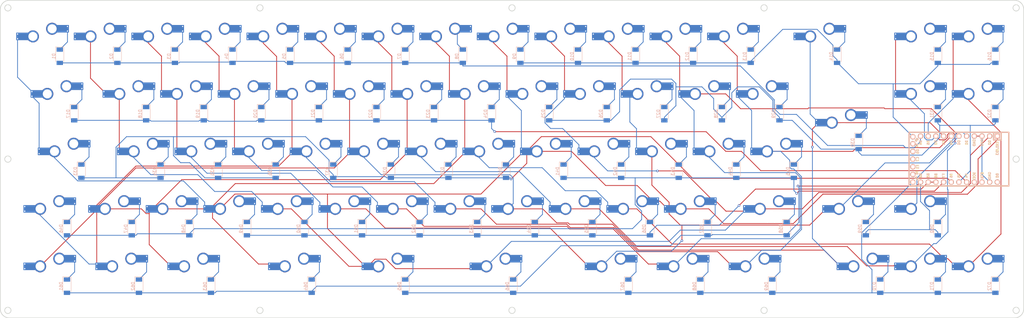
<source format=kicad_pcb>
(kicad_pcb (version 20211014) (generator pcbnew)
  (layers (0 "F.Cu" signal) (31 "B.Cu" signal) (34 "B.Paste" user) (35 "F.Paste" user) (36 "B.SilkS" user "B.Silkscreen") (37 "F.SilkS" user "F.Silkscreen") (38 "B.Mask" user) (39 "F.Mask" user) (44 "Edge.Cuts" user))
  (net 0 "")
  (net 1 "Net-(D1-Pad1)")
  (net 2 "col0")
  (net 3 "Net-(D2-Pad1)")
  (net 4 "Net-(D3-Pad1)")
  (net 5 "Net-(D4-Pad1)")
  (net 6 "Net-(D5-Pad1)")
  (net 7 "Net-(D6-Pad1)")
  (net 8 "Net-(D7-Pad1)")
  (net 9 "Net-(D8-Pad1)")
  (net 10 "Net-(D9-Pad1)")
  (net 11 "col1")
  (net 12 "Net-(D10-Pad1)")
  (net 13 "Net-(D11-Pad1)")
  (net 14 "Net-(D12-Pad1)")
  (net 15 "Net-(D13-Pad1)")
  (net 16 "Net-(D14-Pad1)")
  (net 17 "Net-(D15-Pad1)")
  (net 18 "Net-(D16-Pad1)")
  (net 19 "Net-(D17-Pad1)")
  (net 20 "col2")
  (net 21 "Net-(D18-Pad1)")
  (net 22 "Net-(D19-Pad1)")
  (net 23 "Net-(D20-Pad1)")
  (net 24 "Net-(D21-Pad1)")
  (net 25 "Net-(D22-Pad1)")
  (net 26 "Net-(D23-Pad1)")
  (net 27 "Net-(D24-Pad1)")
  (net 28 "Net-(D25-Pad1)")
  (net 29 "col3")
  (net 30 "Net-(D26-Pad1)")
  (net 31 "Net-(D27-Pad1)")
  (net 32 "Net-(D28-Pad1)")
  (net 33 "Net-(D29-Pad1)")
  (net 34 "Net-(D30-Pad1)")
  (net 35 "Net-(D31-Pad1)")
  (net 36 "Net-(D32-Pad1)")
  (net 37 "Net-(D33-Pad1)")
  (net 38 "col4")
  (net 39 "Net-(D34-Pad1)")
  (net 40 "Net-(D35-Pad1)")
  (net 41 "Net-(D36-Pad1)")
  (net 42 "Net-(D37-Pad1)")
  (net 43 "Net-(D38-Pad1)")
  (net 44 "Net-(D39-Pad1)")
  (net 45 "Net-(D40-Pad1)")
  (net 46 "Net-(D41-Pad1)")
  (net 47 "col5")
  (net 48 "Net-(D42-Pad1)")
  (net 49 "Net-(D43-Pad1)")
  (net 50 "Net-(D44-Pad1)")
  (net 51 "Net-(D45-Pad1)")
  (net 52 "Net-(D46-Pad1)")
  (net 53 "Net-(D47-Pad1)")
  (net 54 "Net-(D48-Pad1)")
  (net 55 "Net-(D49-Pad1)")
  (net 56 "col6")
  (net 57 "Net-(D50-Pad1)")
  (net 58 "Net-(D51-Pad1)")
  (net 59 "Net-(D52-Pad1)")
  (net 60 "Net-(D53-Pad1)")
  (net 61 "Net-(D54-Pad1)")
  (net 62 "Net-(D55-Pad1)")
  (net 63 "Net-(D56-Pad1)")
  (net 64 "Net-(D57-Pad1)")
  (net 65 "col7")
  (net 66 "Net-(D58-Pad1)")
  (net 67 "Net-(D59-Pad1)")
  (net 68 "Net-(D60-Pad1)")
  (net 69 "Net-(D61-Pad1)")
  (net 70 "Net-(D62-Pad1)")
  (net 71 "Net-(D63-Pad1)")
  (net 72 "Net-(D64-Pad1)")
  (net 73 "Net-(D65-Pad1)")
  (net 74 "col8")
  (net 75 "Net-(D66-Pad1)")
  (net 76 "Net-(D67-Pad1)")
  (net 77 "Net-(D68-Pad1)")
  (net 78 "Net-(D69-Pad1)")
  (net 79 "Net-(D70-Pad1)")
  (net 80 "Net-(D71-Pad1)")
  (net 81 "Net-(D72-Pad1)")
  (net 82 "row0")
  (net 83 "row1")
  (net 84 "row2")
  (net 85 "row3")
  (net 86 "row4")
  (net 87 "row5")
  (net 88 "row6")
  (net 89 "row7")
  (net 90 "GND")
  (footprint "MX_Only:MXOnly-1U-Hotswap-Antishear" (layer "F.Cu") (at 263.125 34.525)
    (fp_text reference "SW13")
    (fp_text value "SW_Push")
  )
  (footprint "MX_Only:MXOnly-1U-Hotswap-Antishear" (layer "F.Cu") (at 196.45 53.575)
    (fp_text reference "SW25")
    (fp_text value "SW_Push")
  )
  (footprint "MX_Only:MXOnly-1U-Hotswap-Antishear" (layer "F.Cu") (at 229.7875 91.675)
    (fp_text reference "SW56")
    (fp_text value "SW_Push")
  )
  (footprint "MX_Only:MXOnly-1U-Hotswap-Antishear" (layer "F.Cu") (at 277.4125 72.625)
    (fp_text reference "SW45")
    (fp_text value "SW_Push")
  )
  (footprint "MX_Only:MXOnly-1U-Hotswap-Antishear" (layer "F.Cu") (at 63.1 53.575)
    (fp_text reference "SW18")
    (fp_text value "SW_Push")
  )
  (footprint "MX_Only:MXOnly-1U-Hotswap-Antishear" (layer "F.Cu") (at 105.9625 72.625)
    (fp_text reference "SW36")
    (fp_text value "SW_Push")
  )
  (footprint "MX_Only:MXOnly-1U-Hotswap-Antishear" (layer "F.Cu") (at 67.8625 72.625)
    (fp_text reference "SW34")
    (fp_text value "SW_Push")
  )
  (footprint "MX_Only:MXOnly-1U-Hotswap-Antishear" (layer "F.Cu") (at 344.0875 34.525)
    (fp_text reference "SW16")
    (fp_text value "SW_Push")
  )
  (footprint "MX_Only:MXOnly-1U-Hotswap-Antishear" (layer "F.Cu") (at 110.725 34.525)
    (fp_text reference "SW5")
    (fp_text value "SW_Push")
  )
  (footprint "MX_Only:MXOnly-1U-Hotswap-Antishear" (layer "F.Cu") (at 125.0125 72.625)
    (fp_text reference "SW37")
    (fp_text value "SW_Push")
  )
  (footprint "MX_Only:MXOnly-1U-Hotswap-Antishear" (layer "F.Cu") (at 325.0375 110.725)
    (fp_text reference "SW71")
    (fp_text value "SW_Push")
  )
  (footprint "MX_Only:MXOnly-1U-Hotswap-Antishear" (layer "F.Cu") (at 301.225 91.675)
    (fp_text reference "SW59")
    (fp_text value "SW_Push")
  )
  (footprint "MX_Only:MXOnly-1U-Hotswap-Antishear" (layer "F.Cu") (at 163.1125 72.625)
    (fp_text reference "SW39")
    (fp_text value "SW_Push")
  )
  (footprint "MX_Only:MXOnly-1U-Hotswap-Antishear" (layer "F.Cu") (at 325.0375 53.575)
    (fp_text reference "SW31")
    (fp_text value "SW_Push")
  )
  (footprint "MX_Only:MXOnly-1U-Hotswap-Antishear" (layer "F.Cu") (at 91.675 34.525)
    (fp_text reference "SW4")
    (fp_text value "SW_Push")
  )
  (footprint "MX_Only:MXOnly-1U-Hotswap-Antishear" (layer "F.Cu") (at 41.6688 72.625)
    (fp_text reference "SW33")
    (fp_text value "SW_Push")
  )
  (footprint "Keebio-Parts:Elite-C" (layer "F.Cu") (at 335.8333 72.644 180)
    (fp_text reference "U1" hide)
    (fp_text value "Elite-C" hide)
  )
  (footprint "MX_Only:MXOnly-1U-Hotswap-Antishear" (layer "F.Cu") (at 139.3 53.575)
    (fp_text reference "SW22")
    (fp_text value "SW_Push")
  )
  (footprint "MX_Only:MXOnly-1U-Hotswap-Antishear" (layer "F.Cu") (at 248.8375 91.675)
    (fp_text reference "SW57")
    (fp_text value "SW_Push")
  )
  (footprint "MX_Only:MXOnly-1U-Hotswap-Antishear" (layer "F.Cu") (at 222.6438 110.725)
    (fp_text reference "SW67")
    (fp_text value "SW_Push")
  )
  (footprint "MX_Only:MXOnly-1U-Hotswap-Antishear" (layer "F.Cu") (at 39.2875 53.575)
    (fp_text reference "SW17")
    (fp_text value "SW_Push")
  )
  (footprint "MX_Only:MXOnly-1U-Hotswap-Antishear" (layer "F.Cu") (at 144.0625 72.625)
    (fp_text reference "SW38")
    (fp_text value "SW_Push")
  )
  (footprint "MX_Only:MXOnly-1U-Hotswap-Antishear" (layer "F.Cu") (at 72.625 34.525)
    (fp_text reference "SW3")
    (fp_text value "SW_Push")
  )
  (footprint "MX_Only:MXOnly-1U-Hotswap-Antishear" (layer "F.Cu") (at 305.9875 110.725)
    (fp_text reference "SW70")
    (fp_text value "SW_Push")
  )
  (footprint "MX_Only:MXOnly-1U-Hotswap-Antishear" (layer "F.Cu") (at 148.825 110.725)
    (fp_text reference "SW65")
    (fp_text value "SW_Push")
  )
  (footprint "MX_Only:MXOnly-1U-Hotswap-Antishear" (layer "F.Cu") (at 177.4 53.575)
    (fp_text reference "SW24")
    (fp_text value "SW_Push")
  )
  (footprint "MX_Only:MXOnly-1U-Hotswap-Antishear" (layer "F.Cu") (at 58.3375 91.675)
    (fp_text reference "SW47")
    (fp_text value "SW_Push")
  )
  (footprint "MX_Only:MXOnly-1U-Hotswap-Antishear" (layer "F.Cu") (at 77.3875 91.675)
    (fp_text reference "SW48")
    (fp_text value "SW_Push")
  )
  (footprint "MX_Only:MXOnly-1U-Hotswap-Antishear" (layer "F.Cu") (at 153.5875 91.675)
    (fp_text reference "SW52")
    (fp_text value "SW_Push")
  )
  (footprint "MX_Only:MXOnly-1U-Hotswap-Antishear" (layer "F.Cu") (at 167.875 34.525)
    (fp_text reference "SW8")
    (fp_text value "SW_Push")
  )
  (footprint "MX_Only:MXOnly-1U-Hotswap-Antishear" (layer "F.Cu") (at 298.8438 63.1)
    (fp_text reference "SW30")
    (fp_text value "SW_Push")
  )
  (footprint "MX_Only:MXOnly-1U-Hotswap-Antishear" (layer "F.Cu") (at 272.65 53.575)
    (fp_text reference "SW29")
    (fp_text value "SW_Push")
  )
  (footprint "MX_Only:MXOnly-1U-Hotswap-Antishear" (layer "F.Cu") (at 239.3125 72.625)
    (fp_text reference "SW43")
    (fp_text value "SW_Push")
  )
  (footprint "MX_Only:MXOnly-1U-Hotswap-Antishear" (layer "F.Cu") (at 117.8688 110.725)
    (fp_text reference "SW64")
    (fp_text value "SW_Push")
  )
  (footprint "MX_Only:MXOnly-1U-Hotswap-Antishear" (layer "F.Cu") (at 182.1625 72.625)
    (fp_text reference "SW40")
    (fp_text value "SW_Push")
  )
  (footprint "MX_Only:MXOnly-1U-Hotswap-Antishear" (layer "F.Cu") (at 220.2625 72.625)
    (fp_text reference "SW42")
    (fp_text value "SW_Push")
  )
  (footprint "MX_Only:MXOnly-1U-Hotswap-Antishear" (layer "F.Cu") (at 53.575 34.525)
    (fp_text reference "SW2")
    (fp_text value "SW_Push")
  )
  (footprint "MX_Only:MXOnly-1U-Hotswap-Antishear" (layer "F.Cu") (at 34.525 34.525)
    (fp_text reference "SW1")
    (fp_text value "SW_Push")
  )
  (footprint "MX_Only:MXOnly-1U-Hotswap-Antishear" (layer "F.Cu") (at 246.4563 110.725)
    (fp_text reference "SW68")
    (fp_text value "SW_Push")
  )
  (footprint "MX_Only:MXOnly-1U-Hotswap-Antishear" (layer "F.Cu") (at 96.4375 91.675)
    (fp_text reference "SW49")
    (fp_text value "SW_Push")
  )
  (footprint "MX_Only:MXOnly-1U-Hotswap-Antishear" (layer "F.Cu") (at 191.6875 91.675)
    (fp_text reference "SW54")
    (fp_text value "SW_Push")
  )
  (footprint "MX_Only:MXOnly-1U-Hotswap-Antishear" (layer "F.Cu") (at 215.5 53.575)
    (fp_text reference "SW26")
    (fp_text value "SW_Push")
  )
  (footprint "MX_Only:MXOnly-1U-Hotswap-Antishear" (layer "F.Cu") (at 210.7375 91.675)
    (fp_text reference "SW55")
    (fp_text value "SW_Push")
  )
  (footprint "MX_Only:MXOnly-1U-Hotswap-Antishear" (layer "F.Cu") (at 205.975 34.525)
    (fp_text reference "SW10")
    (fp_text value "SW_Push")
  )
  (footprint "MX_Only:MXOnly-1U-Hotswap-Antishear" (layer "F.Cu") (at 148.825 34.525)
    (fp_text reference "SW7")
    (fp_text value "SW_Push")
  )
  (footprint "MX_Only:MXOnly-1U-Hotswap-Antishear" (layer "F.Cu") (at 186.925 34.525)
    (fp_text reference "SW9")
    (fp_text value "SW_Push")
  )
  (footprint "MX_Only:MXOnly-1U-Hotswap-Antishear" (layer "F.Cu") (at 129.775 34.525)
    (fp_text reference "SW6")
    (fp_text value "SW_Push")
  )
  (footprint "MX_Only:MXOnly-1U-Hotswap-Antishear" (layer "F.Cu") (at 325.0375 34.525)
    (fp_text reference "SW15")
    (fp_text value "SW_Push")
  )
  (footprint "MX_Only:MXOnly-1U-Hotswap-Antishear" (layer "F.Cu") (at 225.025 34.525)
    (fp_text reference "SW11")
    (fp_text value "SW_Push")
  )
  (footprint "MX_Only:MXOnly-1U-Hotswap-Antishear" (layer "F.Cu") (at 201.2125 72.625)
    (fp_text reference "SW41")
    (fp_text value "SW_Push")
  )
  (footprint "MX_Only:MXOnly-1U-Hotswap-Antishear" (layer "F.Cu") (at 244.075 34.525)
    (fp_text reference "SW12")
    (fp_text value "SW_Push")
  )
  (footprint "MX_Only:MXOnly-1U-Hotswap-Antishear" (layer "F.Cu") (at 172.6375 91.675)
    (fp_text reference "SW53")
    (fp_text value "SW_Push")
  )
  (footprint "MX_Only:MXOnly-1U-Hotswap-Antishear" (layer "F.Cu") (at 60.7188 110.725)
    (fp_text reference "SW62")
    (fp_text value "SW_Push")
  )
  (footprint "MX_Only:MXOnly-1U-Hotswap-Antishear" (layer "F.Cu") (at 101.2 53.575)
    (fp_text reference "SW20")
    (fp_text value "SW_Push")
  )
  (footprint "MX_Only:MXOnly-1U-Hotswap-Antishear" (layer "F.Cu") (at 234.55 53.575)
    (fp_text reference "SW27")
    (fp_text value "SW_Push")
  )
  (footprint "MX_Only:MXOnly-1U-Hotswap-Antishear" (layer "F.Cu") (at 36.9063 110.725)
    (fp_text reference "SW61")
    (fp_text value "SW_Push")
  )
  (footprint "MX_Only:MXOnly-1U-Hotswap-Antishear" (layer "F.Cu") (at 158.35 53.575)
    (fp_text reference "SW23")
    (fp_text value "SW_Push")
  )
  (footprint "MX_Only:MXOnly-1U-Hotswap-Antishear" (layer "F.Cu") (at 82.15 53.575)
    (fp_text reference "SW19")
    (fp_text value "SW_Push")
  )
  (footprint "MX_Only:MXOnly-1U-Hotswap-Antishear" (layer "F.Cu") (at 344.0875 110.725)
    (fp_text reference "SW72")
    (fp_text value "SW_Push")
  )
  (footprint "MX_Only:MXOnly-1U-Hotswap-Antishear" (layer "F.Cu") (at 184.5438 110.725)
    (fp_text reference "SW66")
    (fp_text value "SW_Push")
  )
  (footprint "MX_Only:MXOnly-1U-Hotswap-Antishear" (layer "F.Cu") (at 344.0875 53.575)
    (fp_text reference "SW32")
    (fp_text value "SW_Push")
  )
  (footprint "MX_Only:MXOnly-1U-Hotswap-Antishear" (layer "F.Cu") (at 258.3625 72.625)
    (fp_text reference "SW44")
    (fp_text value "SW_Push")
  )
  (footprint "MX_Only:MXOnly-1U-Hotswap-Antishear" (layer "F.Cu") (at 120.25 53.575)
    (fp_text reference "SW21")
    (fp_text value "SW_Push")
  )
  (footprint "MX_Only:MXOnly-1U-Hotswap-Antishear" (layer "F.Cu") (at 291.7 34.525)
    (fp_text reference "SW14")
    (fp_text value "SW_Push")
  )
  (footprint "MX_Only:MXOnly-1U-Hotswap-Antishear" (layer "F.Cu") (at 134.5375 91.675)
    (fp_text reference "SW51")
    (fp_text value "SW_Push")
  )
  (footprint "MX_Only:MXOnly-1U-Hotswap-Antishear" (layer "F.Cu") (at 115.4875 91.675)
    (fp_text reference "SW50")
    (fp_text value "SW_Push")
  )
  (footprint "MX_Only:MXOnly-1U-Hotswap-Antishear" (layer "F.Cu") (at 84.5313 110.725)
    (fp_text reference "SW63")
    (fp_text value "SW_Push")
  )
  (footprint "MX_Only:MXOnly-1U-Hotswap-Antishear" (layer "F.Cu") (at 275.0313 91.675)
    (fp_text reference "SW58")
    (fp_text value "SW_Push")
  )
  (footprint "MX_Only:MXOnly-1U-Hotswap-Antishear" (layer "F.Cu") (at 36.9063 91.675)
    (fp_text reference "SW46")
    (fp_text value "SW_Push")
  )
  (footprint "MX_Only:MXOnly-1U-Hotswap-Antishear" (layer "F.Cu") (at 253.6 53.575)
    (fp_text reference "SW28")
    (fp_text value "SW_Push")
  )
  (footprint "MX_Only:MXOnly-1U-Hotswap-Antishear" (layer "F.Cu") (at 270.2688 110.725)
    (fp_text reference "SW69")
    (fp_text value "SW_Push")
  )
  (footprint "MX_Only:MXOnly-1U-Hotswap-Antishear" (layer "F.Cu") (at 86.9125 72.625)
    (fp_text reference "SW35")
    (fp_text value "SW_Push")
  )
  (footprint "MX_Only:MXOnly-1U-Hotswap-Antishear" (layer "F.Cu") (at 325.0375 91.675)
    (fp_text reference "SW60")
    (fp_text value "SW_Push")
  )
  (footprint "Diode_SMD:D_SOD-128" (layer "B.Cu") (at 311.0675 114.755 -90)
    (fp_text reference "D70")
    (fp_text value "D")
  )
  (footprint "Diode_SMD:D_SOD-128" (layer "B.Cu") (at 268.205 38.555 -90)
    (fp_text reference "D13")
    (fp_text value "D")
  )
  (footprint "Diode_SMD:D_SOD-128" (layer "B.Cu") (at 349.1675 114.755 -90)
    (fp_text reference "D72")
    (fp_text value "D")
  )
  (footprint "Diode_SMD:D_SOD-128" (layer "B.Cu") (at 149.1425 76.655 -90)
    (fp_text reference "D38")
    (fp_text value "D")
  )
  (footprint "Diode_SMD:D_SOD-128" (layer "B.Cu") (at 82.4675 95.705 -90)
    (fp_text reference "D48")
    (fp_text value "D")
  )
  (footprint "Diode_SMD:D_SOD-128" (layer "B.Cu") (at 58.655 38.555 -90)
    (fp_text reference "D2")
    (fp_text value "D")
  )
  (footprint "Diode_SMD:D_SOD-128" (layer "B.Cu") (at 230.105 38.555 -90)
    (fp_text reference "D11")
    (fp_text value "D")
  )
  (footprint "Diode_SMD:D_SOD-128" (layer "B.Cu") (at 296.78 38.555 -90)
    (fp_text reference "D14")
    (fp_text value "D")
  )
  (footprint "Diode_SMD:D_SOD-128" (layer "B.Cu") (at 330.1175 38.555 -90)
    (fp_text reference "D15")
    (fp_text value "D")
  )
  (footprint "Diode_SMD:D_SOD-128" (layer "B.Cu") (at 196.7675 95.705 -90)
    (fp_text reference "D54")
    (fp_text value "D")
  )
  (footprint "Diode_SMD:D_SOD-128" (layer "B.Cu") (at 182.48 57.605 -90)
    (fp_text reference "D24")
    (fp_text value "D")
  )
  (footprint "Diode_SMD:D_SOD-128" (layer "B.Cu") (at 258.68 57.605 -90)
    (fp_text reference "D28")
    (fp_text value "D")
  )
  (footprint "Diode_SMD:D_SOD-128" (layer "B.Cu") (at 306.305 95.705 -90)
    (fp_text reference "D59")
    (fp_text value "D")
  )
  (footprint "Diode_SMD:D_SOD-128" (layer "B.Cu") (at 115.805 38.555 -90)
    (fp_text reference "D5")
    (fp_text value "D")
  )
  (footprint "Diode_SMD:D_SOD-128" (layer "B.Cu") (at 220.58 57.605 -90)
    (fp_text reference "D26")
    (fp_text value "D")
  )
  (footprint "Diode_SMD:D_SOD-128" (layer "B.Cu") (at 96.755 38.555 -90)
    (fp_text reference "D4")
    (fp_text value "D")
  )
  (footprint "Diode_SMD:D_SOD-128" (layer "B.Cu") (at 330.1175 114.755 -90)
    (fp_text reference "D71")
    (fp_text value "D")
  )
  (footprint "Diode_SMD:D_SOD-128" (layer "B.Cu") (at 201.53 57.605 -90)
    (fp_text reference "D25")
    (fp_text value "D")
  )
  (footprint "Diode_SMD:D_SOD-128" (layer "B.Cu") (at 249.155 38.555 -90)
    (fp_text reference "D12")
    (fp_text value "D")
  )
  (footprint "Diode_SMD:D_SOD-128" (layer "B.Cu") (at 153.905 114.755 -90)
    (fp_text reference "D65")
    (fp_text value "D")
  )
  (footprint "Diode_SMD:D_SOD-128" (layer "B.Cu") (at 277.73 57.605 -90)
    (fp_text reference "D29")
    (fp_text value "D")
  )
  (footprint "Diode_SMD:D_SOD-128" (layer "B.Cu") (at 134.855 38.555 -90)
    (fp_text reference "D6")
    (fp_text value "D")
  )
  (footprint "Diode_SMD:D_SOD-128" (layer "B.Cu") (at 303.9238 67.13 -90)
    (fp_text reference "D30")
    (fp_text value "D")
  )
  (footprint "Diode_SMD:D_SOD-128" (layer "B.Cu") (at 253.9175 95.705 -90)
    (fp_text reference "D57")
    (fp_text value "D")
  )
  (footprint "Diode_SMD:D_SOD-128" (layer "B.Cu") (at 130.0925 76.655 -90)
    (fp_text reference "D37")
    (fp_text value "D")
  )
  (footprint "Diode_SMD:D_SOD-128" (layer "B.Cu") (at 72.9425 76.655 -90)
    (fp_text reference "D34")
    (fp_text value "D")
  )
  (footprint "Diode_SMD:D_SOD-128" (layer "B.Cu") (at 77.705 38.555 -90)
    (fp_text reference "D3")
    (fp_text value "D")
  )
  (footprint "Diode_SMD:D_SOD-128" (layer "B.Cu") (at 144.38 57.605 -90)
    (fp_text reference "D22")
    (fp_text value "D")
  )
  (footprint "Diode_SMD:D_SOD-128" (layer "B.Cu") (at 89.6113 114.755 -90)
    (fp_text reference "D63")
    (fp_text value "D")
  )
  (footprint "Diode_SMD:D_SOD-128" (layer "B.Cu") (at 101.5175 95.705 -90)
    (fp_text reference "D49")
    (fp_text value "D")
  )
  (footprint "Diode_SMD:D_SOD-128" (layer "B.Cu") (at 65.7988 114.755 -90)
    (fp_text reference "D62")
    (fp_text value "D")
  )
  (footprint "Diode_SMD:D_SOD-128" (layer "B.Cu") (at 187.2425 76.655 -90)
    (fp_text reference "D40")
    (fp_text value "D")
  )
  (footprint "Diode_SMD:D_SOD-128" (layer "B.Cu") (at 39.605 38.555 -90)
    (fp_text reference "D1")
    (fp_text value "D")
  )
  (footprint "Diode_SMD:D_SOD-128" (layer "B.Cu") (at 44.3675 57.605 -90)
    (fp_text reference "D17")
    (fp_text value "D")
  )
  (footprint "Diode_SMD:D_SOD-128" (layer "B.Cu") (at 68.18 57.605 -90)
    (fp_text reference "D18")
    (fp_text value "D")
  )
  (footprint "Diode_SMD:D_SOD-128" (layer "B.Cu") (at 206.2925 76.655 -90)
    (fp_text reference "D41")
    (fp_text value "D")
  )
  (footprint "Diode_SMD:D_SOD-128" (layer "B.Cu") (at 106.28 57.605 -90)
    (fp_text reference "D20")
    (fp_text value "D")
  )
  (footprint "Diode_SMD:D_SOD-128" (layer "B.Cu") (at 282.4925 76.655 -90)
    (fp_text reference "D45")
    (fp_text value "D")
  )
  (footprint "Diode_SMD:D_SOD-128" (layer "B.Cu") (at 163.43 57.605 -90)
    (fp_text reference "D23")
    (fp_text value "D")
  )
  (footprint "Diode_SMD:D_SOD-128" (layer "B.Cu") (at 251.5363 114.755 -90)
    (fp_text reference "D68")
    (fp_text value "D")
  )
  (footprint "Diode_SMD:D_SOD-128" (layer "B.Cu") (at 172.955 38.555 -90)
    (fp_text reference "D8")
    (fp_text value "D")
  )
  (footprint "Diode_SMD:D_SOD-128" (layer "B.Cu") (at 63.4175 95.705 -90)
    (fp_text reference "D47")
    (fp_text value "D")
  )
  (footprint "Diode_SMD:D_SOD-128" (layer "B.Cu") (at 211.055 38.555 -90)
    (fp_text reference "D10")
    (fp_text value "D")
  )
  (footprint "Diode_SMD:D_SOD-128" (layer "B.Cu") (at 239.63 57.605 -90)
    (fp_text reference "D27")
    (fp_text value "D")
  )
  (footprint "Diode_SMD:D_SOD-128" (layer "B.Cu") (at 330.1175 57.605 -90)
    (fp_text reference "D31")
    (fp_text value "D")
  )
  (footprint "Diode_SMD:D_SOD-128" (layer "B.Cu") (at 227.7238 114.755 -90)
    (fp_text reference "D67")
    (fp_text value "D")
  )
  (footprint "Diode_SMD:D_SOD-128" (layer "B.Cu") (at 41.9863 95.705 -90)
    (fp_text reference "D46")
    (fp_text value "D")
  )
  (footprint "Diode_SMD:D_SOD-128" (layer "B.Cu") (at 192.005 38.555 -90)
    (fp_text reference "D9")
    (fp_text value "D")
  )
  (footprint "Diode_SMD:D_SOD-128" (layer "B.Cu") (at 153.905 38.555 -90)
    (fp_text reference "D7")
    (fp_text value "D")
  )
  (footprint "Diode_SMD:D_SOD-128" (layer "B.Cu") (at 189.6238 114.755 -90)
    (fp_text reference "D66")
    (fp_text value "D")
  )
  (footprint "Diode_SMD:D_SOD-128" (layer "B.Cu") (at 41.9863 114.755 -90)
    (fp_text reference "D61")
    (fp_text value "D")
  )
  (footprint "Diode_SMD:D_SOD-128" (layer "B.Cu") (at 330.1175 95.705 -90)
    (fp_text reference "D60")
    (fp_text value "D")
  )
  (footprint "Diode_SMD:D_SOD-128" (layer "B.Cu") (at 168.1925 76.655 -90)
    (fp_text reference "D39")
    (fp_text value "D")
  )
  (footprint "Diode_SMD:D_SOD-128" (layer "B.Cu") (at 139.6175 95.705 -90)
    (fp_text reference "D51")
    (fp_text value "D")
  )
  (footprint "Diode_SMD:D_SOD-128" (layer "B.Cu") (at 177.7175 95.705 -90)
    (fp_text reference "D53")
    (fp_text value "D")
  )
  (footprint "Diode_SMD:D_SOD-128" (layer "B.Cu") (at 349.1675 38.555 -90)
    (fp_text reference "D16")
    (fp_text value "D")
  )
  (footprint "Diode_SMD:D_SOD-128" (layer "B.Cu") (at 215.8175 95.705 -90)
    (fp_text reference "D55")
    (fp_text value "D")
  )
  (footprint "Diode_SMD:D_SOD-128" (layer "B.Cu") (at 280.1113 95.705 -90)
    (fp_text reference "D58")
    (fp_text value "D")
  )
  (footprint "Diode_SMD:D_SOD-128" (layer "B.Cu") (at 158.6675 95.705 -90)
    (fp_text reference "D52")
    (fp_text value "D")
  )
  (footprint "Diode_SMD:D_SOD-128" (layer "B.Cu") (at 87.23 57.605 -90)
    (fp_text reference "D19")
    (fp_text value "D")
  )
  (footprint "Diode_SMD:D_SOD-128" (layer "B.Cu") (at 122.9488 114.755 -90)
    (fp_text reference "D64")
    (fp_text value "D")
  )
  (footprint "Diode_SMD:D_SOD-128" (layer "B.Cu") (at 225.3425 76.655 -90)
    (fp_text reference "D42")
    (fp_text value "D")
  )
  (footprint "Diode_SMD:D_SOD-128" (layer "B.Cu") (at 125.33 57.605 -90)
    (fp_text reference "D21")
    (fp_text value "D")
  )
  (footprint "Diode_SMD:D_SOD-128" (layer "B.Cu") (at 349.1675 57.605 -90)
    (fp_text reference "D32")
    (fp_text value "D")
  )
  (footprint "Diode_SMD:D_SOD-128" (layer "B.Cu") (at 111.0425 76.655 -90)
    (fp_text reference "D36")
    (fp_text value "D")
  )
  (footprint "Diode_SMD:D_SOD-128" (layer "B.Cu") (at 234.8675 95.705 -90)
    (fp_text reference "D56")
    (fp_text value "D")
  )
  (footprint "Diode_SMD:D_SOD-128" (layer "B.Cu") (at 46.7488 76.655 -90)
    (fp_text reference "D33")
    (fp_text value "D")
  )
  (footprint "Diode_SMD:D_SOD-128" (layer "B.Cu") (at 263.4425 76.655 -90)
    (fp_text reference "D44")
    (fp_text value "D")
  )
  (footprint "Diode_SMD:D_SOD-128" (layer "B.Cu") (at 91.9925 76.655 -90)
    (fp_text reference "D35")
    (fp_text value "D")
  )
  (footprint "Diode_SMD:D_SOD-128" (layer "B.Cu") (at 275.3488 114.755 -90)
    (fp_text reference "D69")
    (fp_text value "D")
  )
  (footprint "Diode_SMD:D_SOD-128" (layer "B.Cu") (at 120.5675 95.705 -90)
    (fp_text reference "D50")
    (fp_text value "D")
  )
  (footprint "Diode_SMD:D_SOD-128" (layer "B.Cu") (at 244.3925 76.655 -90)
    (fp_text reference "D43")
    (fp_text value "D")
  )
  (gr_line (start 21.562615 20.34601) (end 21.774845 20.24801) (layer "Edge.Cuts") (width 0.2))
  (gr_line (start 189.847235 21.66901) (end 189.555235 21.52001) (layer "Edge.Cuts") (width 0.2))
  (gr_line (start 272.015234 123.61909) (end 272.309235 123.76931) (layer "Edge.Cuts") (width 0.2))
  (gr_line (start 357.485235 124.55205) (end 357.299235 124.6981) (layer "Edge.Cuts") (width 0.2))
  (gr_line (start 23.041255 73.49441) (end 23.272774 73.26161) (layer "Edge.Cuts") (width 0.2))
  (gr_line (start 357.036235 122.44501) (end 356.886235 122.15288) (layer "Edge.Cuts") (width 0.2))
  (gr_line (start 358.454235 22.31801) (end 358.500235 22.55001) (layer "Edge.Cuts") (width 0.2))
  (gr_line (start 188.381235 21.90201) (end 188.232235 22.19401) (layer "Edge.Cuts") (width 0.2))
  (gr_line (start 356.685235 125.04125) (end 356.464235 125.12394) (layer "Edge.Cuts") (width 0.2))
  (gr_line (start 271.784235 21.90201) (end 271.635235 22.19401) (layer "Edge.Cuts") (width 0.2))
  (gr_line (start 355.038235 72.32041) (end 354.987235 72.64421) (layer "Edge.Cuts") (width 0.2))
  (gr_line (start 271.635235 123.09409) (end 271.784235 123.3876) (layer "Edge.Cuts") (width 0.2))
  (gr_line (start 358.095235 123.8382) (end 357.963235 124.03389) (layer "Edge.Cuts") (width 0.2))
  (gr_line (start 188.232235 22.84301) (end 188.381235 23.13701) (layer "Edge.Cuts") (width 0.2))
  (gr_line (start 189.847235 121.91997) (end 189.555235 121.77117) (layer "Edge.Cuts") (width 0.2))
  (gr_line (start 273.632235 122.44501) (end 273.483235 122.15288) (layer "Edge.Cuts") (width 0.2))
  (gr_line (start 23.421585 72.96951) (end 23.472595 72.64421) (layer "Edge.Cuts") (width 0.2))
  (gr_line (start 355.188235 73.26161) (end 355.420235 73.49441) (layer "Edge.Cuts") (width 0.2))
  (gr_line (start 105.827035 23.56901) (end 106.150835 23.51701) (layer "Edge.Cuts") (width 0.2))
  (gr_line (start 358.210235 21.65801) (end 358.309235 21.87001) (layer "Edge.Cuts") (width 0.2))
  (gr_line (start 21.996715 20.16601) (end 22.222705 20.10201) (layer "Edge.Cuts") (width 0.2))
  (gr_line (start 21.573665 123.3876) (end 21.806525 123.61909) (layer "Edge.Cuts") (width 0.2))
  (gr_line (start 23.272774 72.02831) (end 23.041255 71.79511) (layer "Edge.Cuts") (width 0.2))
  (gr_line (start 189.230235 21.46901) (end 188.906235 21.52001) (layer "Edge.Cuts") (width 0.2))
  (gr_line (start 20.070195 123.19742) (end 20.006835 122.97005) (layer "Edge.Cuts") (width 0.2))
  (gr_line (start 357.963235 124.03389) (end 357.817235 124.21857) (layer "Edge.Cuts") (width 0.2))
  (gr_line (start 21.424825 72.96951) (end 21.573665 73.26161) (layer "Edge.Cuts") (width 0.2))
  (gr_line (start 358.095235 21.45101) (end 358.210235 21.65801) (layer "Edge.Cuts") (width 0.2))
  (gr_line (start 355.420235 23.36801) (end 355.713235 23.51701) (layer "Edge.Cuts") (width 0.2))
  (gr_line (start 20.975595 20.73801) (end 21.160245 20.59101) (layer "Edge.Cuts") (width 0.2))
  (gr_line (start 357.036235 123.09409) (end 357.087235 122.77024) (layer "Edge.Cuts") (width 0.2))
  (gr_line (start 23.041255 121.91997) (end 22.747745 121.77117) (layer "Edge.Cuts") (width 0.2))
  (gr_line (start 271.784235 122.15288) (end 271.635235 122.44501) (layer "Edge.Cuts") (width 0.2))
  (gr_line (start 188.180235 122.77024) (end 188.232235 123.09409) (layer "Edge.Cuts") (width 0.2))
  (gr_line (start 356.361235 23.51701) (end 356.655235 23.36801) (layer "Edge.Cuts") (width 0.2))
  (gr_line (start 19.924145 23.02001) (end 19.933775 22.78401) (layer "Edge.Cuts") (width 0.2))
  (gr_line (start 355.537235 125.26999) (end 22.924125 125.26999) (layer "Edge.Cuts") (width 0.2))
  (gr_line (start 189.555235 21.52001) (end 189.230235 21.46901) (layer "Edge.Cuts") (width 0.2))
  (gr_line (start 188.612235 121.91997) (end 188.381235 122.15288) (layer "Edge.Cuts") (width 0.2))
  (gr_line (start 20.152885 21.87001) (end 20.250745 21.65801) (layer "Edge.Cuts") (width 0.2))
  (gr_line (start 22.747745 23.51701) (end 23.041255 23.36801) (layer "Edge.Cuts") (width 0.2))
  (gr_line (start 357.036235 72.32041) (end 356.886235 72.02831) (layer "Edge.Cuts") (width 0.2))
  (gr_line (start 190.080235 23.13701) (end 190.229235 22.84301) (layer "Edge.Cuts") (width 0.2))
  (gr_line (start 23.472595 22.51901) (end 23.421585 22.19401) (layer "Edge.Cuts") (width 0.2))
  (gr_line (start 22.098665 71.64511) (end 21.806525 71.79511) (layer "Edge.Cuts") (width 0.2))
  (gr_line (start 21.806525 23.36801) (end 22.098665 23.51701) (layer "Edge.Cuts") (width 0.2))
  (gr_line (start 22.454225 20.05501) (end 22.688475 20.02901) (layer "Edge.Cuts") (width 0.2))
  (gr_line (start 356.886235 122.15288) (end 356.655235 121.91997) (layer "Edge.Cuts") (width 0.2))
  (gr_line (start 356.685235 20.24801) (end 356.898235 20.34601) (layer "Edge.Cuts") (width 0.2))
  (gr_line (start 356.237235 20.10201) (end 356.464235 20.16601) (layer "Edge.Cuts") (width 0.2))
  (gr_line (start 354.987235 72.64421) (end 355.038235 72.96951) (layer "Edge.Cuts") (width 0.2))
  (gr_line (start 23.421585 122.44501) (end 23.272774 122.15288) (layer "Edge.Cuts") (width 0.2))
  (gr_line (start 106.150835 123.76931) (end 106.444335 123.61909) (layer "Edge.Cuts") (width 0.2))
  (gr_line (start 272.309235 23.51701) (end 272.633234 23.56901) (layer "Edge.Cuts") (width 0.2))
  (gr_line (start 271.784235 23.13701) (end 272.015234 23.36801) (layer "Edge.Cuts") (width 0.2))
  (gr_line (start 104.776835 22.51901) (end 104.827935 22.84301) (layer "Edge.Cuts") (width 0.2))
  (gr_line (start 21.806525 123.61909) (end 22.098665 123.76931) (layer "Edge.Cuts") (width 0.2))
  (gr_line (start 105.501735 23.51701) (end 105.827035 23.56901) (layer "Edge.Cuts") (width 0.2))
  (gr_line (start 358.529235 122.50566) (end 358.500235 122.73994) (layer "Edge.Cuts") (width 0.2))
  (gr_line (start 20.006835 122.97005) (end 19.959945 122.73994) (layer "Edge.Cuts") (width 0.2))
  (gr_line (start 272.015234 23.36801) (end 272.309235 23.51701) (layer "Edge.Cuts") (width 0.2))
  (gr_line (start 356.037235 23.56901) (end 356.361235 23.51701) (layer "Edge.Cuts") (width 0.2))
  (gr_line (start 20.006835 22.31801) (end 20.070195 22.09201) (layer "Edge.Cuts") (width 0.2))
  (gr_line (start 355.038235 122.44501) (end 354.987235 122.77024) (layer "Edge.Cuts") (width 0.2))
  (gr_line (start 357.658235 20.89701) (end 357.817235 21.07101) (layer "Edge.Cuts") (width 0.2))
  (gr_line (start 354.987235 122.77024) (end 355.038235 123.09409) (layer "Edge.Cuts") (width 0.2))
  (gr_line (start 104.976835 21.90201) (end 104.827935 22.19401) (layer "Edge.Cuts") (width 0.2))
  (gr_line (start 22.098665 23.51701) (end 22.423895 23.56901) (layer "Edge.Cuts") (width 0.2))
  (gr_line (start 21.424825 72.32041) (end 21.373845 72.64421) (layer "Edge.Cuts") (width 0.2))
  (gr_line (start 356.655235 23.36801) (end 356.886235 23.13701) (layer "Edge.Cuts") (width 0.2))
  (gr_line (start 358.309235 123.41928) (end 358.210235 123.63151) (layer "Edge.Cuts") (width 0.2))
  (gr_line (start 21.806525 121.91997) (end 21.573665 122.15288) (layer "Edge.Cuts") (width 0.2))
  (gr_line (start 19.933775 22.78401) (end 19.959945 22.55001) (layer "Edge.Cuts") (width 0.2))
  (gr_line (start 358.389235 22.09201) (end 358.454235 22.31801) (layer "Edge.Cuts") (width 0.2))
  (gr_line (start 20.975595 124.55205) (end 20.801955 124.39221) (layer "Edge.Cuts") (width 0.2))
  (gr_line (start 188.381235 122.15288) (end 188.232235 122.44501) (layer "Edge.Cuts") (width 0.2))
  (gr_line (start 355.188235 21.90201) (end 355.038235 22.19401) (layer "Edge.Cuts") (width 0.2))
  (gr_line (start 21.573665 72.02831) (end 21.424825 72.32041) (layer "Edge.Cuts") (width 0.2))
  (gr_line (start 106.150835 23.51701) (end 106.444335 23.36801) (layer "Edge.Cuts") (width 0.2))
  (gr_line (start 106.444335 23.36801) (end 106.675835 23.13701) (layer "Edge.Cuts") (width 0.2))
  (gr_line (start 105.827035 21.46901) (end 105.501735 21.52001) (layer "Edge.Cuts") (width 0.2))
  (gr_line (start 190.229235 122.44501) (end 190.080235 122.15288) (layer "Edge.Cuts") (width 0.2))
  (gr_line (start 22.423895 23.56901) (end 22.747745 23.51701) (layer "Edge.Cuts") (width 0.2))
  (gr_line (start 355.188235 123.3876) (end 355.420235 123.61909) (layer "Edge.Cuts") (width 0.2))
  (gr_line (start 105.501735 121.77117) (end 105.211035 121.91997) (layer "Edge.Cuts") (width 0.2))
  (gr_line (start 23.272774 23.13701) (end 23.421585 22.84301) (layer "Edge.Cuts") (width 0.2))
  (gr_line (start 356.464235 20.16601) (end 356.685235 20.24801) (layer "Edge.Cuts") (width 0.2))
  (gr_line (start 105.501735 21.52001) (end 105.211035 21.66901) (layer "Edge.Cuts") (width 0.2))
  (gr_line (start 21.424825 123.09409) (end 21.573665 123.3876) (layer "Edge.Cuts") (width 0.2))
  (gr_line (start 356.361235 71.64511) (end 356.037235 71.59401) (layer "Edge.Cuts") (width 0.2))
  (gr_line (start 106.824635 122.44501) (end 106.675835 122.15288) (layer "Edge.Cuts") (width 0.2))
  (gr_line (start 271.584235 122.77024) (end 271.635235 123.09409) (layer "Edge.Cuts") (width 0.2))
  (gr_line (start 355.420235 21.66901) (end 355.188235 21.90201) (layer "Edge.Cuts") (width 0.2))
  (gr_line (start 106.444335 121.91997) (end 106.150835 121.77117) (layer "Edge.Cuts") (width 0.2))
  (gr_line (start 21.806525 21.66901) (end 21.573665 21.90201) (layer "Edge.Cuts") (width 0.2))
  (gr_line (start 22.747745 123.76931) (end 23.041255 123.61909) (layer "Edge.Cuts") (width 0.2))
  (gr_line (start 355.420235 121.91997) (end 355.188235 122.15288) (layer "Edge.Cuts") (width 0.2))
  (gr_line (start 272.958235 21.52001) (end 272.633234 21.46901) (layer "Edge.Cuts") (width 0.2))
  (gr_line (start 21.424825 22.84301) (end 21.573665 23.13701) (layer "Edge.Cuts") (width 0.2))
  (gr_line (start 355.420235 123.61909) (end 355.713235 123.76931) (layer "Edge.Cuts") (width 0.2))
  (gr_line (start 106.675835 122.15288) (end 106.444335 121.91997) (layer "Edge.Cuts") (width 0.2))
  (gr_line (start 22.423895 73.69411) (end 22.747745 73.64331) (layer "Edge.Cuts") (width 0.2))
  (gr_line (start 21.774845 125.04125) (end 21.562615 124.94342) (layer "Edge.Cuts") (width 0.2))
  (gr_line (start 106.876835 22.51901) (end 106.824635 22.19401) (layer "Edge.Cuts") (width 0.2))
  (gr_line (start 355.188235 23.13701) (end 355.420235 23.36801) (layer "Edge.Cuts") (width 0.2))
  (gr_line (start 273.632235 123.09409) (end 273.684235 122.77024) (layer "Edge.Cuts") (width 0.2))
  (gr_line (start 357.658235 124.39221) (end 357.485235 124.55205) (layer "Edge.Cuts") (width 0.2))
  (gr_line (start 189.555235 123.76931) (end 189.847235 123.61909) (layer "Edge.Cuts") (width 0.2))
  (gr_line (start 271.784235 123.3876) (end 272.015234 123.61909) (layer "Edge.Cuts") (width 0.2))
  (gr_line (start 355.038235 72.96951) (end 355.188235 73.26161) (layer "Edge.Cuts") (width 0.2))
  (gr_line (start 20.152885 123.41928) (end 20.070195 123.19742) (layer "Edge.Cuts") (width 0.2))
  (gr_line (start 358.309235 21.87001) (end 358.389235 22.09201) (layer "Edge.Cuts") (width 0.2))
  (gr_line (start 106.675835 23.13701) (end 106.824635 22.84301) (layer "Edge.Cuts") (width 0.2))
  (gr_line (start 355.420235 71.79511) (end 355.188235 72.02831) (layer "Edge.Cuts") (width 0.2))
  (gr_line (start 21.355925 124.82764) (end 21.160245 124.6981) (layer "Edge.Cuts") (width 0.2))
  (gr_line (start 23.272774 21.90201) (end 23.041255 21.66901) (layer "Edge.Cuts") (width 0.2))
  (gr_line (start 188.906235 21.52001) (end 188.612235 21.66901) (layer "Edge.Cuts") (width 0.2))
  (gr_line (start 355.537235 20.02001) (end 355.773235 20.02901) (layer "Edge.Cuts") (width 0.2))
  (gr_line (start 356.655235 21.66901) (end 356.361235 21.52001) (layer "Edge.Cuts") (width 0.2))
  (gr_line (start 358.500235 122.73994) (end 358.454235 122.97005) (layer "Edge.Cuts") (width 0.2))
  (gr_line (start 272.633234 121.72016) (end 272.309235 121.77117) (layer "Edge.Cuts") (width 0.2))
  (gr_line (start 23.421585 22.84301) (end 23.472595 22.51901) (layer "Edge.Cuts") (width 0.2))
  (gr_line (start 356.464235 125.12394) (end 356.237235 125.18733) (layer "Edge.Cuts") (width 0.2))
  (gr_line (start 20.250745 21.65801) (end 20.366495 21.45101) (layer "Edge.Cuts") (width 0.2))
  (gr_line (start 20.801955 20.89701) (end 20.975595 20.73801) (layer "Edge.Cuts") (width 0.2))
  (gr_line (start 357.087235 72.64421) (end 357.036235 72.32041) (layer "Edge.Cuts") (width 0.2))
  (gr_line (start 355.420235 73.49441) (end 355.713235 73.64331) (layer "Edge.Cuts") (width 0.2))
  (gr_line (start 356.886235 72.02831) (end 356.655235 71.79511) (layer "Edge.Cuts") (width 0.2))
  (gr_line (start 22.098665 73.64331) (end 22.423895 73.69411) (layer "Edge.Cuts") (width 0.2))
  (gr_line (start 21.373845 22.51901) (end 21.424825 22.84301) (layer "Edge.Cuts") (width 0.2))
  (gr_line (start 357.963235 21.25601) (end 358.095235 21.45101) (layer "Edge.Cuts") (width 0.2))
  (gr_line (start 358.210235 123.63151) (end 358.095235 123.8382) (layer "Edge.Cuts") (width 0.2))
  (gr_line (start 273.483235 123.3876) (end 273.632235 123.09409) (layer "Edge.Cuts") (width 0.2))
  (gr_line (start 21.806525 71.79511) (end 21.573665 72.02831) (layer "Edge.Cuts") (width 0.2))
  (gr_line (start 20.070195 22.09201) (end 20.152885 21.87001) (layer "Edge.Cuts") (width 0.2))
  (gr_line (start 21.573665 122.15288) (end 21.424825 122.44501) (layer "Edge.Cuts") (width 0.2))
  (gr_line (start 23.421585 72.32041) (end 23.272774 72.02831) (layer "Edge.Cuts") (width 0.2))
  (gr_line (start 358.500235 22.55001) (end 358.529235 22.78401) (layer "Edge.Cuts") (width 0.2))
  (gr_line (start 20.642085 21.07101) (end 20.801955 20.89701) (layer "Edge.Cuts") (width 0.2))
  (gr_line (start 104.827935 22.19401) (end 104.776835 22.51901) (layer "Edge.Cuts") (width 0.2))
  (gr_line (start 188.180235 22.51901) (end 188.232235 22.84301) (layer "Edge.Cuts") (width 0.2))
  (gr_line (start 189.555235 23.51701) (end 189.847235 23.36801) (layer "Edge.Cuts") (width 0.2))
  (gr_line (start 23.421585 22.19401) (end 23.272774 21.90201) (layer "Edge.Cuts") (width 0.2))
  (gr_line (start 273.252235 23.36801) (end 273.483235 23.13701) (layer "Edge.Cuts") (width 0.2))
  (gr_line (start 355.773235 125.26036) (end 355.537235 125.26999) (layer "Edge.Cuts") (width 0.2))
  (gr_line (start 356.037235 21.46901) (end 355.713235 21.52001) (layer "Edge.Cuts") (width 0.2))
  (gr_line (start 357.104235 124.82764) (end 356.898235 124.94342) (layer "Edge.Cuts") (width 0.2))
  (gr_line (start 21.424825 22.19401) (end 21.373845 22.51901) (layer "Edge.Cuts") (width 0.2))
  (gr_line (start 21.562615 124.94342) (end 21.355925 124.82764) (layer "Edge.Cuts") (width 0.2))
  (gr_line (start 21.355925 20.46201) (end 21.562615 20.34601) (layer "Edge.Cuts") (width 0.2))
  (gr_line (start 22.098665 121.77117) (end 21.806525 121.91997) (layer "Edge.Cuts") (width 0.2))
  (gr_line (start 354.987235 22.51901) (end 355.038235 22.84301) (layer "Edge.Cuts") (width 0.2))
  (gr_line (start 356.005235 125.23418) (end 355.773235 125.26036) (layer "Edge.Cuts") (width 0.2))
  (gr_line (start 188.906235 121.77117) (end 188.612235 121.91997) (layer "Edge.Cuts") (width 0.2))
  (gr_line (start 357.104235 20.46201) (end 357.299235 20.59101) (layer "Edge.Cuts") (width 0.2))
  (gr_line (start 22.747745 71.64511) (end 22.423895 71.59401) (layer "Edge.Cuts") (width 0.2))
  (gr_line (start 272.958235 23.51701) (end 273.252235 23.36801) (layer "Edge.Cuts") (width 0.2))
  (gr_line (start 190.229235 123.09409) (end 190.280235 122.77024) (layer "Edge.Cuts") (width 0.2))
  (gr_line (start 271.635235 22.19401) (end 271.584235 22.51901) (layer "Edge.Cuts") (width 0.2))
  (gr_line (start 190.080235 123.3876) (end 190.229235 123.09409) (layer "Edge.Cuts") (width 0.2))
  (gr_line (start 271.584235 22.51901) (end 271.635235 22.84301) (layer "Edge.Cuts") (width 0.2))
  (gr_line (start 188.612235 23.36801) (end 188.906235 23.51701) (layer "Edge.Cuts") (width 0.2))
  (gr_line (start 357.817235 21.07101) (end 357.963235 21.25601) (layer "Edge.Cuts") (width 0.2))
  (gr_line (start 356.037235 73.69411) (end 356.361235 73.64331) (layer "Edge.Cuts") (width 0.2))
  (gr_line (start 355.038235 22.19401) (end 354.987235 22.51901) (layer "Edge.Cuts") (width 0.2))
  (gr_line (start 272.309235 21.52001) (end 272.015234 21.66901) (layer "Edge.Cuts") (width 0.2))
  (gr_line (start 189.847235 23.36801) (end 190.080235 23.13701) (layer "Edge.Cuts") (width 0.2))
  (gr_line (start 356.655235 71.79511) (end 356.361235 71.64511) (layer "Edge.Cuts") (width 0.2))
  (gr_line (start 273.632235 22.19401) (end 273.483235 21.90201) (layer "Edge.Cuts") (width 0.2))
  (gr_line (start 356.898235 20.34601) (end 357.104235 20.46201) (layer "Edge.Cuts") (width 0.2))
  (gr_line (start 355.713235 123.76931) (end 356.037235 123.82032) (layer "Edge.Cuts") (width 0.2))
  (gr_line (start 272.958235 123.76931) (end 273.252235 123.61909) (layer "Edge.Cuts") (width 0.2))
  (gr_line (start 106.824635 22.84301) (end 106.876835 22.51901) (layer "Edge.Cuts") (width 0.2))
  (gr_line (start 22.924125 125.26999) (end 22.688475 125.26036) (layer "Edge.Cuts") (width 0.2))
  (gr_line (start 19.959945 122.73994) (end 19.933775 122.50566) (layer "Edge.Cuts") (width 0.2))
  (gr_line (start 19.959945 22.55001) (end 20.006835 22.31801) (layer "Edge.Cuts") (width 0.2))
  (gr_line (start 357.036235 72.96951) (end 357.087235 72.64421) (layer "Edge.Cuts") (width 0.2))
  (gr_line (start 105.827035 121.72016) (end 105.501735 121.77117) (layer "Edge.Cuts") (width 0.2))
  (gr_line (start 21.424825 122.44501) (end 21.373845 122.77024) (layer "Edge.Cuts") (width 0.2))
  (gr_line (start 358.454235 122.97005) (end 358.389235 123.19742) (layer "Edge.Cuts") (width 0.2))
  (gr_line (start 20.366495 123.8382) (end 20.250745 123.63151) (layer "Edge.Cuts") (width 0.2))
  (gr_line (start 271.635235 122.44501) (end 271.584235 122.77024) (layer "Edge.Cuts") (width 0.2))
  (gr_line (start 357.817235 124.21857) (end 357.658235 124.39221) (layer "Edge.Cuts") (width 0.2))
  (gr_line (start 357.036235 22.19401) (end 356.886235 21.90201) (layer "Edge.Cuts") (width 0.2))
  (gr_line (start 356.898235 124.94342) (end 356.685235 125.04125) (layer "Edge.Cuts") (width 0.2))
  (gr_line (start 356.655235 123.61909) (end 356.886235 123.3876) (layer "Edge.Cuts") (width 0.2))
  (gr_line (start 188.381235 23.13701) (end 188.612235 23.36801) (layer "Edge.Cuts") (width 0.2))
  (gr_line (start 189.555235 121.77117) (end 189.230235 121.72016) (layer "Edge.Cuts") (width 0.2))
  (gr_line (start 273.252235 123.61909) (end 273.483235 123.3876) (layer "Edge.Cuts") (width 0.2))
  (gr_line (start 356.886235 73.26161) (end 357.036235 72.96951) (layer "Edge.Cuts") (width 0.2))
  (gr_line (start 23.041255 23.36801) (end 23.272774 23.13701) (layer "Edge.Cuts") (width 0.2))
  (gr_line (start 20.496035 124.03389) (end 20.366495 123.8382) (layer "Edge.Cuts") (width 0.2))
  (gr_line (start 356.037235 123.82032) (end 356.361235 123.76931) (layer "Edge.Cuts") (width 0.2))
  (gr_line (start 357.485235 20.73801) (end 357.658235 20.89701) (layer "Edge.Cuts") (width 0.2))
  (gr_line (start 355.713235 71.64511) (end 355.420235 71.79511) (layer "Edge.Cuts") (width 0.2))
  (gr_line (start 105.827035 123.82032) (end 106.150835 123.76931) (layer "Edge.Cuts") (width 0.2))
  (gr_line (start 190.280235 22.51901) (end 190.229235 22.19401) (layer "Edge.Cuts") (width 0.2))
  (gr_line (start 22.747745 21.52001) (end 22.423895 21.46901) (layer "Edge.Cuts") (width 0.2))
  (gr_line (start 355.713235 73.64331) (end 356.037235 73.69411) (layer "Edge.Cuts") (width 0.2))
  (gr_line (start 272.015234 21.66901) (end 271.784235 21.90201) (layer "Edge.Cuts") (width 0.2))
  (gr_line (start 104.976835 23.13701) (end 105.211035 23.36801) (layer "Edge.Cuts") (width 0.2))
  (gr_line (start 21.573665 21.90201) (end 21.424825 22.19401) (layer "Edge.Cuts") (width 0.2))
  (gr_line (start 273.684235 122.77024) (end 273.632235 122.44501) (layer "Edge.Cuts") (width 0.2))
  (gr_line (start 21.160245 20.59101) (end 21.355925 20.46201) (layer "Edge.Cuts") (width 0.2))
  (gr_line (start 357.299235 124.6981) (end 357.104235 124.82764) (layer "Edge.Cuts") (width 0.2))
  (gr_line (start 355.038235 22.84301) (end 355.188235 23.13701) (layer "Edge.Cuts") (width 0.2))
  (gr_line (start 356.886235 23.13701) (end 357.036235 22.84301) (layer "Edge.Cuts") (width 0.2))
  (gr_line (start 357.087235 22.51901) (end 357.036235 22.19401) (layer "Edge.Cuts") (width 0.2))
  (gr_line (start 272.309235 123.76931) (end 272.633234 123.82032) (layer "Edge.Cuts") (width 0.2))
  (gr_line (start 188.906235 23.51701) (end 189.230235 23.56901) (layer "Edge.Cuts") (width 0.2))
  (gr_line (start 23.041255 123.61909) (end 23.272774 123.3876) (layer "Edge.Cuts") (width 0.2))
  (gr_line (start 188.906235 123.76931) (end 189.230235 123.82032) (layer "Edge.Cuts") (width 0.2))
  (gr_line (start 357.087235 122.77024) (end 357.036235 122.44501) (layer "Edge.Cuts") (width 0.2))
  (gr_line (start 190.229235 22.84301) (end 190.280235 22.51901) (layer "Edge.Cuts") (width 0.2))
  (gr_line (start 190.229235 22.19401) (end 190.080235 21.90201) (layer "Edge.Cuts") (width 0.2))
  (gr_line (start 272.633234 123.82032) (end 272.958235 123.76931) (layer "Edge.Cuts") (width 0.2))
  (gr_line (start 190.080235 21.90201) (end 189.847235 21.66901) (layer "Edge.Cuts") (width 0.2))
  (gr_line (start 20.250745 123.63151) (end 20.152885 123.41928) (layer "Edge.Cuts") (width 0.2))
  (gr_line (start 21.774845 20.24801) (end 21.996715 20.16601) (layer "Edge.Cuts") (width 0.2))
  (gr_line (start 23.041255 71.79511) (end 22.747745 71.64511) (layer "Edge.Cuts") (width 0.2))
  (gr_line (start 189.847235 123.61909) (end 190.080235 123.3876) (layer "Edge.Cuts") (width 0.2))
  (gr_line (start 21.996715 125.12394) (end 21.774845 125.04125) (layer "Edge.Cuts") (width 0.2))
  (gr_line (start 106.150835 121.77117) (end 105.827035 121.72016) (layer "Edge.Cuts") (width 0.2))
  (gr_line (start 358.529235 22.78401) (end 358.537235 23.02001) (layer "Edge.Cuts") (width 0.2))
  (gr_line (start 21.373845 72.64421) (end 21.424825 72.96951) (layer "Edge.Cuts") (width 0.2))
  (gr_line (start 106.675835 123.3876) (end 106.824635 123.09409) (layer "Edge.Cuts") (width 0.2))
  (gr_line (start 106.824635 22.19401) (end 106.675835 21.90201) (layer "Edge.Cuts") (width 0.2))
  (gr_line (start 358.537235 23.02001) (end 358.537235 122.27) (layer "Edge.Cuts") (width 0.2))
  (gr_line (start 106.824635 123.09409) (end 106.876835 122.77024) (layer "Edge.Cuts") (width 0.2))
  (gr_line (start 271.635235 22.84301) (end 271.784235 23.13701) (layer "Edge.Cuts") (width 0.2))
  (gr_line (start 356.361235 73.64331) (end 356.655235 73.49441) (layer "Edge.Cuts") (width 0.2))
  (gr_line (start 355.713235 21.52001) (end 355.420235 21.66901) (layer "Edge.Cuts") (width 0.2))
  (gr_line (start 105.211035 21.66901) (end 104.976835 21.90201) (layer "Edge.Cuts") (width 0.2))
  (gr_line (start 20.496035 21.25601) (end 20.642085 21.07101) (layer "Edge.Cuts") (width 0.2))
  (gr_line (start 22.222705 20.10201) (end 22.454225 20.05501) (layer "Edge.Cuts") (width 0.2))
  (gr_line (start 105.211035 23.36801) (end 105.501735 23.51701) (layer "Edge.Cuts") (width 0.2))
  (gr_line (start 356.886235 123.3876) (end 357.036235 123.09409) (layer "Edge.Cuts") (width 0.2))
  (gr_line (start 272.309235 121.77117) (end 272.015234 121.91997) (layer "Edge.Cuts") (width 0.2))
  (gr_line (start 106.876835 122.77024) (end 106.824635 122.44501) (layer "Edge.Cuts") (width 0.2))
  (gr_line (start 104.827935 22.84301) (end 104.976835 23.13701) (layer "Edge.Cuts") (width 0.2))
  (gr_line (start 106.675835 21.90201) (end 106.444335 21.66901) (layer "Edge.Cuts") (width 0.2))
  (gr_line (start 273.252235 121.91997) (end 272.958235 121.77117) (layer "Edge.Cuts") (width 0.2))
  (gr_line (start 356.655235 121.91997) (end 356.361235 121.77117) (layer "Edge.Cuts") (width 0.2))
  (gr_line (start 272.958235 121.77117) (end 272.633234 121.72016) (layer "Edge.Cuts") (width 0.2))
  (gr_line (start 355.713235 121.77117) (end 355.420235 121.91997) (layer "Edge.Cuts") (width 0.2))
  (gr_line (start 21.373845 122.77024) (end 21.424825 123.09409) (layer "Edge.Cuts") (width 0.2))
  (gr_line (start 356.037235 121.72016) (end 355.713235 121.77117) (layer "Edge.Cuts") (width 0.2))
  (gr_line (start 104.827935 122.44501) (end 104.776835 122.77024) (layer "Edge.Cuts") (width 0.2))
  (gr_line (start 22.423895 123.82032) (end 22.747745 123.76931) (layer "Edge.Cuts") (width 0.2))
  (gr_line (start 272.015234 121.91997) (end 271.784235 122.15288) (layer "Edge.Cuts") (width 0.2))
  (gr_line (start 23.472595 72.64421) (end 23.421585 72.32041) (layer "Edge.Cuts") (width 0.2))
  (gr_line (start 273.483235 21.90201) (end 273.252235 21.66901) (layer "Edge.Cuts") (width 0.2))
  (gr_line (start 355.188235 72.02831) (end 355.038235 72.32041) (layer "Edge.Cuts") (width 0.2))
  (gr_line (start 104.776835 122.77024) (end 104.827935 123.09409) (layer "Edge.Cuts") (width 0.2))
  (gr_line (start 273.684235 22.51901) (end 273.632235 22.19401) (layer "Edge.Cuts") (width 0.2))
  (gr_line (start 356.886235 21.90201) (end 356.655235 21.66901) (layer "Edge.Cuts") (width 0.2))
  (gr_line (start 358.537235 122.27) (end 358.529235 122.50566) (layer "Edge.Cuts") (width 0.2))
  (gr_line (start 357.036235 22.84301) (end 357.087235 22.51901) (layer "Edge.Cuts") (width 0.2))
  (gr_line (start 21.806525 73.49441) (end 22.098665 73.64331) (layer "Edge.Cuts") (width 0.2))
  (gr_line (start 190.280235 122.77024) (end 190.229235 122.44501) (layer "Edge.Cuts") (width 0.2))
  (gr_line (start 358.389235 123.19742) (end 358.309235 123.41928) (layer "Edge.Cuts") (width 0.2))
  (gr_line (start 357.299235 20.59101) (end 357.485235 20.73801) (layer "Edge.Cuts") (width 0.2))
  (gr_line (start 23.472595 122.77024) (end 23.421585 122.44501) (layer "Edge.Cuts") (width 0.2))
  (gr_line (start 104.827935 123.09409) (end 104.976835 123.3876) (layer "Edge.Cuts") (width 0.2))
  (gr_line (start 105.211035 121.91997) (end 104.976835 122.15288) (layer "Edge.Cuts") (width 0.2))
  (gr_line (start 106.150835 21.52001) (end 105.827035 21.46901) (layer "Edge.Cuts") (width 0.2))
  (gr_line (start 356.361235 121.77117) (end 356.037235 121.72016) (layer "Edge.Cuts") (width 0.2))
  (gr_line (start 188.612235 21.66901) (end 188.381235 21.90201) (layer "Edge.Cuts") (width 0.2))
  (gr_line (start 22.222705 125.18733) (end 21.996715 125.12394) (layer "Edge.Cuts") (width 0.2))
  (gr_line (start 22.924125 20.01801) (end 355.537235 20.02001) (layer "Edge.Cuts") (width 0.2))
  (gr_line (start 21.160245 124.6981) (end 20.975595 124.55205) (layer "Edge.Cuts") (width 0.2))
  (gr_line (start 356.237235 125.18733) (end 356.005235 125.23418) (layer "Edge.Cuts") (width 0.2))
  (gr_line (start 355.773235 20.02901) (end 356.005235 20.05501) (layer "Edge.Cuts") (width 0.2))
  (gr_line (start 22.688475 125.26036) (end 22.454225 125.23418) (layer "Edge.Cuts") (width 0.2))
  (gr_line (start 104.976835 122.15288) (end 104.827935 122.44501) (layer "Edge.Cuts") (width 0.2))
  (gr_line (start 189.230235 23.56901) (end 189.555235 23.51701) (layer "Edge.Cuts") (width 0.2))
  (gr_line (start 23.272774 122.15288) (end 23.041255 121.91997) (layer "Edge.Cuts") (width 0.2))
  (gr_line (start 356.361235 123.76931) (end 356.655235 123.61909) (layer "Edge.Cuts") (width 0.2))
  (gr_line (start 22.747745 73.64331) (end 23.041255 73.49441) (layer "Edge.Cuts") (width 0.2))
  (gr_line (start 188.381235 123.3876) (end 188.612235 123.61909) (layer "Edge.Cuts") (width 0.2))
  (gr_line (start 272.633234 21.46901) (end 272.309235 21.52001) (layer "Edge.Cuts") (width 0.2))
  (gr_line (start 105.501735 123.76931) (end 105.827035 123.82032) (layer "Edge.Cuts") (width 0.2))
  (gr_line (start 20.366495 21.45101) (end 20.496035 21.25601) (layer "Edge.Cuts") (width 0.2))
  (gr_line (start 188.232235 122.44501) (end 188.180235 122.77024) (layer "Edge.Cuts") (width 0.2))
  (gr_line (start 106.444335 123.61909) (end 106.675835 123.3876) (layer "Edge.Cuts") (width 0.2))
  (gr_line (start 273.252235 21.66901) (end 272.958235 21.52001) (layer "Edge.Cuts") (width 0.2))
  (gr_line (start 22.747745 121.77117) (end 22.423895 121.72016) (layer "Edge.Cuts") (width 0.2))
  (gr_line (start 23.272774 73.26161) (end 23.421585 72.96951) (layer "Edge.Cuts") (width 0.2))
  (gr_line (start 22.423895 21.46901) (end 22.098665 21.52001) (layer "Edge.Cuts") (width 0.2))
  (gr_line (start 356.037235 71.59401) (end 355.713235 71.64511) (layer "Edge.Cuts") (width 0.2))
  (gr_line (start 273.483235 122.15288) (end 273.252235 121.91997) (layer "Edge.Cuts") (width 0.2))
  (gr_line (start 188.232235 22.19401) (end 188.180235 22.51901) (layer "Edge.Cuts") (width 0.2))
  (gr_line (start 22.688475 20.02901) (end 22.924125 20.01801) (layer "Edge.Cuts") (width 0.2))
  (gr_line (start 188.612235 123.61909) (end 188.906235 123.76931) (layer "Edge.Cuts") (width 0.2))
  (gr_line (start 21.573665 73.26161) (end 21.806525 73.49441) (layer "Edge.Cuts") (width 0.2))
  (gr_line (start 105.211035 123.61909) (end 105.501735 123.76931) (layer "Edge.Cuts") (width 0.2))
  (gr_line (start 189.230235 121.72016) (end 188.906235 121.77117) (layer "Edge.Cuts") (width 0.2))
  (gr_line (start 355.188235 122.15288) (end 355.038235 122.44501) (layer "Edge.Cuts") (width 0.2))
  (gr_line (start 189.230235 123.82032) (end 189.555235 123.76931) (layer "Edge.Cuts") (width 0.2))
  (gr_line (start 22.098665 21.52001) (end 21.806525 21.66901) (layer "Edge.Cuts") (width 0.2))
  (gr_line (start 22.098665 123.76931) (end 22.423895 123.82032) (layer "Edge.Cuts") (width 0.2))
  (gr_line (start 106.444335 21.66901) (end 106.150835 21.52001) (layer "Edge.Cuts") (width 0.2))
  (gr_line (start 273.632235 22.84301) (end 273.684235 22.51901) (layer "Edge.Cuts") (width 0.2))
  (gr_line (start 23.272774 123.3876) (end 23.421585 123.09409) (layer "Edge.Cuts") (width 0.2))
  (gr_line (start 22.423895 71.59401) (end 22.098665 71.64511) (layer "Edge.Cuts") (width 0.2))
  (gr_line (start 356.005235 20.05501) (end 356.237235 20.10201) (layer "Edge.Cuts") (width 0.2))
  (gr_line (start 22.423895 121.72016) (end 22.098665 121.77117) (layer "Edge.Cuts") (width 0.2))
  (gr_line (start 356.655235 73.49441) (end 356.886235 73.26161) (layer "Edge.Cuts") (width 0.2))
  (gr_line (start 104.976835 123.3876) (end 105.211035 123.61909) (layer "Edge.Cuts") (width 0.2))
  (gr_line (start 190.080235 122.15288) (end 189.847235 121.91997) (layer "Edge.Cuts") (width 0.2))
  (gr_line (start 19.933775 122.50566) (end 19.922765 122.27) (layer "Edge.Cuts") (width 0.2))
  (gr_line (start 22.454225 125.23418) (end 22.222705 125.18733) (layer "Edge.Cuts") (width 0.2))
  (gr_line (start 23.421585 123.09409) (end 23.472595 122.77024) (layer "Edge.Cuts") (width 0.2))
  (gr_line (start 19.922765 122.27) (end 19.924145 23.02001) (layer "Edge.Cuts") (width 0.2))
  (gr_line (start 20.642085 124.21857) (end 20.496035 124.03389) (layer "Edge.Cuts") (width 0.2))
  (gr_line (start 23.041255 21.66901) (end 22.747745 21.52001) (layer "Edge.Cuts") (width 0.2))
  (gr_line (start 355.713235 23.51701) (end 356.037235 23.56901) (layer "Edge.Cuts") (width 0.2))
  (gr_line (start 188.232235 123.09409) (end 188.381235 123.3876) (layer "Edge.Cuts") (width 0.2))
  (gr_line (start 273.483235 23.13701) (end 273.632235 22.84301) (layer "Edge.Cuts") (width 0.2))
  (gr_line (start 20.801955 124.39221) (end 20.642085 124.21857) (layer "Edge.Cuts") (width 0.2))
  (gr_line (start 272.633234 23.56901) (end 272.958235 23.51701) (layer "Edge.Cuts") (width 0.2))
  (gr_line (start 355.038235 123.09409) (end 355.188235 123.3876) (layer "Edge.Cuts") (width 0.2))
  (gr_line (start 21.573665 23.13701) (end 21.806525 23.36801) (layer "Edge.Cuts") (width 0.2))
  (gr_line (start 356.361235 21.52001) (end 356.037235 21.46901) (layer "Edge.Cuts") (width 0.2))
  (segment (start 42.145 29.445) (end 42.145 28.683) (width 0.25) (layer "B.Cu") (net 1))
  (segment (start 42.145 30.207) (end 42.145 29.445) (width 0.25) (layer "B.Cu") (net 1))
  (segment (start 37.065 29.445) (end 40.367 29.445) (width 0.25) (layer "B.Cu") (net 1))
  (segment (start 40.367 29.445) (end 42.145 29.445) (width 0.25) (layer "B.Cu") (net 1))
  (segment (start 42.145 33.815) (end 42.145 30.207) (width 0.25) (layer "B.Cu") (net 1))
  (segment (start 39.605 36.355) (end 42.145 33.815) (width 0.25) (layer "B.Cu") (net 1))
  (segment (start 293.651 68.1318) (end 318.6929 68.1318) (width 0.25) (layer "B.Cu") (net 2))
  (segment (start 283.3591 57.8399) (end 293.651 68.1318) (width 0.25) (layer "B.Cu") (net 2))
  (segment (start 96.755 40.2423) (end 113.917 40.2423) (width 0.25) (layer "B.Cu") (net 2))
  (segment (start 153.905 40.755) (end 153.905 40.7469) (width 0.25) (layer "B.Cu") (net 2))
  (segment (start 276.0176 53) (end 276.0176 55.9264) (width 0.25) (layer "B.Cu") (net 2))
  (segment (start 276.0176 55.9264) (end 277.9311 57.8399) (width 0.25) (layer "B.Cu") (net 2))
  (segment (start 79.3367 40.4986) (end 79.0803 40.755) (width 0.25) (layer "B.Cu") (net 2))
  (segment (start 172.955 40.755) (end 172.955 41.7803) (width 0.25) (layer "B.Cu") (net 2))
  (segment (start 171.5716 40.7469) (end 171.5797 40.755) (width 0.25) (layer "B.Cu") (net 2))
  (segment (start 153.905 40.7389) (end 136.2464 40.7389) (width 0.25) (layer "B.Cu") (net 2))
  (segment (start 277.9311 57.8399) (end 283.3591 57.8399) (width 0.25) (layer "B.Cu") (net 2))
  (segment (start 115.805 40.755) (end 134.855 40.755) (width 0.25) (layer "B.Cu") (net 2))
  (segment (start 324.4033 66.8005) (end 324.4033 65.024) (width 0.25) (layer "B.Cu") (net 2))
  (segment (start 153.905 40.7469) (end 153.905 40.7389) (width 0.25) (layer "B.Cu") (net 2))
  (segment (start 96.755 40.4986) (end 79.3367 40.4986) (width 0.25) (layer "B.Cu") (net 2))
  (segment (start 39.605 40.755) (end 58.655 40.755) (width 0.25) (layer "B.Cu") (net 2))
  (segment (start 153.905 40.7469) (end 171.5716 40.7469) (width 0.25) (layer "B.Cu") (net 2))
  (segment (start 172.955 41.7803) (end 264.7979 41.7803) (width 0.25) (layer "B.Cu") (net 2))
  (segment (start 172.955 40.755) (end 171.5797 40.755) (width 0.25) (layer "B.Cu") (net 2))
  (segment (start 264.7979 41.7803) (end 276.0176 53) (width 0.25) (layer "B.Cu") (net 2))
  (segment (start 96.755 40.755) (end 96.755 40.4986) (width 0.25) (layer "B.Cu") (net 2))
  (segment (start 318.6929 68.1318) (end 319.3951 68.834) (width 0.25) (layer "B.Cu") (net 2))
  (segment (start 115.1174 40.755) (end 115.805 40.755) (width 0.25) (layer "B.Cu") (net 2))
  (segment (start 113.917 40.2423) (end 114.4297 40.755) (width 0.25) (layer "B.Cu") (net 2))
  (segment (start 96.755 40.4986) (end 96.755 40.2423) (width 0.25) (layer "B.Cu") (net 2))
  (segment (start 319.3951 68.834) (end 322.3698 68.834) (width 0.25) (layer "B.Cu") (net 2))
  (segment (start 115.1174 40.755) (end 114.4297 40.755) (width 0.25) (layer "B.Cu") (net 2))
  (segment (start 136.2464 40.7389) (end 136.2303 40.755) (width 0.25) (layer "B.Cu") (net 2))
  (segment (start 77.705 40.755) (end 79.0803 40.755) (width 0.25) (layer "B.Cu") (net 2))
  (segment (start 77.705 40.755) (end 58.655 40.755) (width 0.25) (layer "B.Cu") (net 2))
  (segment (start 322.3698 68.834) (end 324.4033 66.8005) (width 0.25) (layer "B.Cu") (net 2))
  (segment (start 134.855 40.755) (end 136.2303 40.755) (width 0.25) (layer "B.Cu") (net 2))
  (segment (start 59.417 29.445) (end 60.433 29.445) (width 0.25) (layer "B.Cu") (net 3))
  (segment (start 56.115 29.445) (end 59.417 29.445) (width 0.25) (layer "B.Cu") (net 3))
  (segment (start 58.655 36.355) (end 61.195 33.815) (width 0.25) (layer "B.Cu") (net 3))
  (segment (start 60.433 29.445) (end 61.195 30.207) (width 0.25) (layer "B.Cu") (net 3))
  (segment (start 60.433 29.445) (end 61.195 28.683) (width 0.25) (layer "B.Cu") (net 3))
  (segment (start 61.195 33.815) (end 61.195 30.207) (width 0.25) (layer "B.Cu") (net 3))
  (segment (start 80.245 29.445) (end 78.467 29.445) (width 0.25) (layer "B.Cu") (net 4))
  (segment (start 80.245 29.445) (end 80.245 28.683) (width 0.25) (layer "B.Cu") (net 4))
  (segment (start 75.165 29.445) (end 78.467 29.445) (width 0.25) (layer "B.Cu") (net 4))
  (segment (start 80.245 33.815) (end 80.245 30.207) (width 0.25) (layer "B.Cu") (net 4))
  (segment (start 80.245 30.207) (end 80.245 29.445) (width 0.25) (layer "B.Cu") (net 4))
  (segment (start 77.705 36.355) (end 80.245 33.815) (width 0.25) (layer "B.Cu") (net 4))
  (segment (start 98.533 29.445) (end 99.295 30.207) (width 0.25) (layer "B.Cu") (net 5))
  (segment (start 98.533 29.445) (end 99.295 28.683) (width 0.25) (layer "B.Cu") (net 5))
  (segment (start 97.517 29.445) (end 98.533 29.445) (width 0.25) (layer "B.Cu") (net 5))
  (segment (start 96.755 36.355) (end 99.295 33.815) (width 0.25) (layer "B.Cu") (net 5))
  (segment (start 99.295 33.815) (end 99.295 30.207) (width 0.25) (layer "B.Cu") (net 5))
  (segment (start 94.215 29.445) (end 97.517 29.445) (width 0.25) (layer "B.Cu") (net 5))
  (segment (start 118.345 28.683) (end 118.345 29.445) (width 0.25) (layer "B.Cu") (net 6))
  (segment (start 118.345 29.445) (end 118.345 30.207) (width 0.25) (layer "B.Cu") (net 6))
  (segment (start 116.567 29.445) (end 113.265 29.445) (width 0.25) (layer "B.Cu") (net 6))
  (segment (start 118.345 29.445) (end 116.567 29.445) (width 0.25) (layer "B.Cu") (net 6))
  (segment (start 118.345 30.207) (end 118.345 33.815) (width 0.25) (layer "B.Cu") (net 6))
  (segment (start 118.345 33.815) (end 115.805 36.355) (width 0.25) (layer "B.Cu") (net 6))
  (segment (start 137.395 28.683) (end 137.395 29.445) (width 0.25) (layer "B.Cu") (net 7))
  (segment (start 137.395 33.815) (end 137.395 30.207) (width 0.25) (layer "B.Cu") (net 7))
  (segment (start 135.617 29.445) (end 132.315 29.445) (width 0.25) (layer "B.Cu") (net 7))
  (segment (start 137.395 29.445) (end 135.617 29.445) (width 0.25) (layer "B.Cu") (net 7))
  (segment (start 137.395 29.445) (end 137.395 30.207) (width 0.25) (layer "B.Cu") (net 7))
  (segment (start 134.855 36.355) (end 137.395 33.815) (width 0.25) (layer "B.Cu") (net 7))
  (segment (start 156.445 33.815) (end 156.445 30.207) (width 0.25) (layer "B.Cu") (net 8))
  (segment (start 151.365 29.445) (end 154.667 29.445) (width 0.25) (layer "B.Cu") (net 8))
  (segment (start 154.667 29.445) (end 155.683 29.445) (width 0.25) (layer "B.Cu") (net 8))
  (segment (start 155.683 29.445) (end 156.445 28.683) (width 0.25) (layer "B.Cu") (net 8))
  (segment (start 153.905 36.355) (end 156.445 33.815) (width 0.25) (layer "B.Cu") (net 8))
  (segment (start 155.683 29.445) (end 156.445 30.207) (width 0.25) (layer "B.Cu") (net 8))
  (segment (start 175.495 29.445) (end 175.495 28.683) (width 0.25) (layer "B.Cu") (net 9))
  (segment (start 170.415 29.445) (end 171.1417 29.445) (width 0.25) (layer "B.Cu") (net 9))
  (segment (start 175.495 30.207) (end 175.495 29.445) (width 0.25) (layer "B.Cu") (net 9))
  (segment (start 172.955 36.355) (end 171.1417 34.5417) (width 0.25) (layer "B.Cu") (net 9))
  (segment (start 173.717 29.445) (end 171.1417 29.445) (width 0.25) (layer "B.Cu") (net 9))
  (segment (start 175.495 29.445) (end 173.717 29.445) (width 0.25) (layer "B.Cu") (net 9))
  (segment (start 171.1417 34.5417) (end 171.1417 29.445) (width 0.25) (layer "B.Cu") (net 9))
  (segment (start 189.465 29.445) (end 192.767 29.445) (width 0.25) (layer "B.Cu") (net 10))
  (segment (start 192.005 36.355) (end 194.545 33.815) (width 0.25) (layer "B.Cu") (net 10))
  (segment (start 194.545 30.207) (end 194.545 29.445) (width 0.25) (layer "B.Cu") (net 10))
  (segment (start 194.545 29.445) (end 194.545 28.683) (width 0.25) (layer "B.Cu") (net 10))
  (segment (start 192.767 29.445) (end 194.545 29.445) (width 0.25) (layer "B.Cu") (net 10))
  (segment (start 194.545 33.815) (end 194.545 30.207) (width 0.25) (layer "B.Cu") (net 10))
  (segment (start 278.8193 29.628) (end 290.1451 29.628) (width 0.25) (layer "B.Cu") (net 11))
  (segment (start 268.205 40.2423) (end 278.8193 29.628) (width 0.25) (layer "B.Cu") (net 11))
  (segment (start 249.155 40.755) (end 268.205 40.755) (width 0.25) (layer "B.Cu") (net 11))
  (segment (start 296.78 40.2423) (end 296.78 40.416) (width 0.25) (layer "B.Cu") (net 11))
  (segment (start 330.1175 41.2676) (end 330.1175 41.7803) (width 0.25) (layer "B.Cu") (net 11))
  (segment (start 290.1451 29.628) (end 295.4046 34.8875) (width 0.25) (layer "B.Cu") (net 11))
  (segment (start 268.205 40.755) (end 268.205 40.2423) (width 0.25) (layer "B.Cu") (net 11))
  (segment (start 324.2329 47.6649) (end 330.1175 41.7803) (width 0.25) (layer "B.Cu") (net 11))
  (segment (start 303.8594 47.6649) (end 315.3506 47.6649) (width 0.25) (layer "B.Cu") (net 11))
  (segment (start 330.1175 41.2676) (end 347.2796 41.2676) (width 0.25) (layer "B.Cu") (net 11))
  (segment (start 330.1175 40.755) (end 330.1175 41.2676) (width 0.25) (layer "B.Cu") (net 11))
  (segment (start 347.2796 41.2676) (end 347.7922 40.755) (width 0.25) (layer "B.Cu") (net 11))
  (segment (start 295.4046 34.8875) (end 295.4046 38.3543) (width 0.25) (layer "B.Cu") (net 11))
  (segment (start 211.055 40.755) (end 230.105 40.755) (width 0.25) (layer "B.Cu") (net 11))
  (segment (start 230.105 40.755) (end 249.155 40.755) (width 0.25) (layer "B.Cu") (net 11))
  (segment (start 315.3506 47.6649) (end 315.3506 58.7399) (width 0.25) (layer "B.Cu") (net 11))
  (segment (start 296.78 40.5855) (end 296.78 40.416) (width 0.25) (layer "B.Cu") (net 11))
  (segment (start 296.78 40.755) (end 296.78 40.5855) (width 0.25) (layer "B.Cu") (net 11))
  (segment (start 315.3506 47.6649) (end 324.2329 47.6649) (width 0.25) (layer "B.Cu") (net 11))
  (segment (start 295.4046 38.3543) (end 296.78 39.7297) (width 0.25) (layer "B.Cu") (net 11))
  (segment (start 315.3506 58.7399) (end 321.8633 65.2526) (width 0.25) (layer "B.Cu") (net 11))
  (segment (start 349.1675 40.755) (end 347.7922 40.755) (width 0.25) (layer "B.Cu") (net 11))
  (segment (start 192.005 40.755) (end 211.055 40.755) (width 0.25) (layer "B.Cu") (net 11))
  (segment (start 296.78 40.2423) (end 296.78 39.7297) (width 0.25) (layer "B.Cu") (net 11))
  (segment (start 296.78 40.5855) (end 303.8594 47.6649) (width 0.25) (layer "B.Cu") (net 11))
  (segment (start 212.833 29.445) (end 213.595 30.207) (width 0.25) (layer "B.Cu") (net 12))
  (segment (start 211.055 36.355) (end 213.595 33.815) (width 0.25) (layer "B.Cu") (net 12))
  (segment (start 212.833 29.445) (end 213.595 28.683) (width 0.25) (layer "B.Cu") (net 12))
  (segment (start 212.833 29.445) (end 211.817 29.445) (width 0.25) (layer "B.Cu") (net 12))
  (segment (start 213.595 33.815) (end 213.595 30.207) (width 0.25) (layer "B.Cu") (net 12))
  (segment (start 211.817 29.445) (end 208.515 29.445) (width 0.25) (layer "B.Cu") (net 12))
  (segment (start 232.645 30.207) (end 232.645 29.445) (width 0.25) (layer "B.Cu") (net 13))
  (segment (start 230.867 29.445) (end 232.645 29.445) (width 0.25) (layer "B.Cu") (net 13))
  (segment (start 232.645 29.445) (end 232.645 28.683) (width 0.25) (layer "B.Cu") (net 13))
  (segment (start 230.105 36.355) (end 232.645 33.815) (width 0.25) (layer "B.Cu") (net 13))
  (segment (start 232.645 33.815) (end 232.645 30.207) (width 0.25) (layer "B.Cu") (net 13))
  (segment (start 227.565 29.445) (end 230.867 29.445) (width 0.25) (layer "B.Cu") (net 13))
  (segment (start 249.155 36.355) (end 251.695 33.815) (width 0.25) (layer "B.Cu") (net 14))
  (segment (start 246.615 29.445) (end 249.917 29.445) (width 0.25) (layer "B.Cu") (net 14))
  (segment (start 249.917 29.445) (end 250.933 29.445) (width 0.25) (layer "B.Cu") (net 14))
  (segment (start 250.933 29.445) (end 251.695 28.683) (width 0.25) (layer "B.Cu") (net 14))
  (segment (start 251.695 33.815) (end 251.695 30.207) (width 0.25) (layer "B.Cu") (net 14))
  (segment (start 250.933 29.445) (end 251.695 30.207) (width 0.25) (layer "B.Cu") (net 14))
  (segment (start 270.745 33.815) (end 270.745 30.207) (width 0.25) (layer "B.Cu") (net 15))
  (segment (start 268.205 36.355) (end 270.745 33.815) (width 0.25) (layer "B.Cu") (net 15))
  (segment (start 268.967 29.445) (end 270.745 29.445) (width 0.25) (layer "B.Cu") (net 15))
  (segment (start 265.665 29.445) (end 266.3917 29.445) (width 0.25) (layer "B.Cu") (net 15))
  (segment (start 270.745 28.683) (end 270.745 29.445) (width 0.25) (layer "B.Cu") (net 15))
  (segment (start 268.967 29.445) (end 266.3917 29.445) (width 0.25) (layer "B.Cu") (net 15))
  (segment (start 270.745 29.445) (end 270.745 30.207) (width 0.25) (layer "B.Cu") (net 15))
  (segment (start 299.32 28.683) (end 299.32 29.445) (width 0.25) (layer "B.Cu") (net 16))
  (segment (start 296.78 36.355) (end 299.32 33.815) (width 0.25) (layer "B.Cu") (net 16))
  (segment (start 299.32 29.445) (end 297.542 29.445) (width 0.25) (layer "B.Cu") (net 16))
  (segment (start 299.32 33.815) (end 299.32 30.207) (width 0.25) (layer "B.Cu") (net 16))
  (segment (start 299.32 29.445) (end 299.32 30.207) (width 0.25) (layer "B.Cu") (net 16))
  (segment (start 294.24 29.445) (end 297.542 29.445) (width 0.25) (layer "B.Cu") (net 16))
  (segment (start 332.6575 30.207) (end 332.6575 33.815) (width 0.25) (layer "B.Cu") (net 17))
  (segment (start 332.6575 30.207) (end 331.8955 29.445) (width 0.25) (layer "B.Cu") (net 17))
  (segment (start 330.8795 29.445) (end 331.8955 29.445) (width 0.25) (layer "B.Cu") (net 17))
  (segment (start 327.5775 29.445) (end 330.8795 29.445) (width 0.25) (layer "B.Cu") (net 17))
  (segment (start 331.8955 29.445) (end 332.6575 28.683) (width 0.25) (layer "B.Cu") (net 17))
  (segment (start 332.6575 33.815) (end 330.1175 36.355) (width 0.25) (layer "B.Cu") (net 17))
  (segment (start 349.1675 36.355) (end 351.7075 33.815) (width 0.25) (layer "B.Cu") (net 18))
  (segment (start 351.7075 33.815) (end 351.7075 30.207) (width 0.25) (layer "B.Cu") (net 18))
  (segment (start 351.7075 29.445) (end 351.7075 30.207) (width 0.25) (layer "B.Cu") (net 18))
  (segment (start 349.9295 29.445) (end 351.7075 29.445) (width 0.25) (layer "B.Cu") (net 18))
  (segment (start 346.6275 29.445) (end 349.9295 29.445) (width 0.25) (layer "B.Cu") (net 18))
  (segment (start 351.7075 28.683) (end 351.7075 29.445) (width 0.25) (layer "B.Cu") (net 18))
  (segment (start 46.9075 49.257) (end 46.9075 52.865) (width 0.25) (layer "B.Cu") (net 19))
  (segment (start 45.1295 48.495) (end 46.1455 48.495) (width 0.25) (layer "B.Cu") (net 19))
  (segment (start 46.9075 52.865) (end 44.3675 55.405) (width 0.25) (layer "B.Cu") (net 19))
  (segment (start 41.8275 48.495) (end 45.1295 48.495) (width 0.25) (layer "B.Cu") (net 19))
  (segment (start 46.9075 49.257) (end 46.1455 48.495) (width 0.25) (layer "B.Cu") (net 19))
  (segment (start 46.1455 48.495) (end 46.9075 47.733) (width 0.25) (layer "B.Cu") (net 19))
  (segment (start 335.8333 76.454) (end 271.5144 76.454) (width 0.25) (layer "F.Cu") (net 20))
  (segment (start 271.5144 76.454) (end 265.1454 70.085) (width 0.25) (layer "F.Cu") (net 20))
  (segment (start 265.1454 70.085) (end 259.9753 70.085) (width 0.25) (layer "F.Cu") (net 20))
  (segment (start 253.4306 63.5403) (end 183.5068 63.5403) (width 0.25) (layer "F.Cu") (net 20))
  (segment (start 339.6433 80.264) (end 335.8333 76.454) (width 0.25) (layer "F.Cu") (net 20))
  (segment (start 259.9753 70.085) (end 253.4306 63.5403) (width 0.25) (layer "F.Cu") (net 20))
  (via (at 183.5068 63.5403) (size 0.8) (drill 0.4) (layers "F.Cu" "B.Cu") (net 20))
  (segment (start 182.48 59.805) (end 163.43 59.805) (width 0.25) (layer "B.Cu") (net 20))
  (segment (start 106.28 59.805) (end 107.6553 59.805) (width 0.25) (layer "B.Cu") (net 20))
  (segment (start 182.48 62.5135) (end 183.5068 63.5403) (width 0.25) (layer "B.Cu") (net 20))
  (segment (start 87.23 59.805) (end 85.8547 59.805) (width 0.25) (layer "B.Cu") (net 20))
  (segment (start 69.5553 59.805) (end 69.8021 60.0518) (width 0.25) (layer "B.Cu") (net 20))
  (segment (start 44.3675 59.805) (end 68.18 59.805) (width 0.25) (layer "B.Cu") (net 20))
  (segment (start 88.8948 60.0945) (end 88.6053 59.805) (width 0.25) (layer "B.Cu") (net 20))
  (segment (start 68.18 59.805) (end 69.5553 59.805) (width 0.25) (layer "B.Cu") (net 20))
  (segment (start 182.48 59.805) (end 182.48 62.5135) (width 0.25) (layer "B.Cu") (net 20))
  (segment (start 104.9047 59.805) (end 104.6152 60.0945) (width 0.25) (layer "B.Cu") (net 20))
  (segment (start 144.38 59.805) (end 125.33 59.805) (width 0.25) (layer "B.Cu") (net 20))
  (segment (start 85.6079 60.0518) (end 85.8547 59.805) (width 0.25) (layer "B.Cu") (net 20))
  (segment (start 69.8021 60.0518) (end 85.6079 60.0518) (width 0.25) (layer "B.Cu") (net 20))
  (segment (start 106.28 59.805) (end 104.9047 59.805) (width 0.25) (layer "B.Cu") (net 20))
  (segment (start 87.23 59.805) (end 88.6053 59.805) (width 0.25) (layer "B.Cu") (net 20))
  (segment (start 125.33 59.805) (end 107.6553 59.805) (width 0.25) (layer "B.Cu") (net 20))
  (segment (start 163.43 59.805) (end 144.38 59.805) (width 0.25) (layer "B.Cu") (net 20))
  (segment (start 104.6152 60.0945) (end 88.8948 60.0945) (width 0.25) (layer "B.Cu") (net 20))
  (segment (start 69.958 48.495) (end 70.72 47.733) (width 0.25) (layer "B.Cu") (net 21))
  (segment (start 70.72 52.865) (end 68.18 55.405) (width 0.25) (layer "B.Cu") (net 21))
  (segment (start 70.72 49.257) (end 70.72 52.865) (width 0.25) (layer "B.Cu") (net 21))
  (segment (start 65.64 48.495) (end 68.942 48.495) (width 0.25) (layer "B.Cu") (net 21))
  (segment (start 68.942 48.495) (end 69.958 48.495) (width 0.25) (layer "B.Cu") (net 21))
  (segment (start 69.958 48.495) (end 70.72 49.257) (width 0.25) (layer "B.Cu") (net 21))
  (segment (start 89.77 52.865) (end 89.77 49.257) (width 0.25) (layer "B.Cu") (net 22))
  (segment (start 89.008 48.495) (end 89.77 49.257) (width 0.25) (layer "B.Cu") (net 22))
  (segment (start 87.992 48.495) (end 84.69 48.495) (width 0.25) (layer "B.Cu") (net 22))
  (segment (start 87.23 55.405) (end 89.77 52.865) (width 0.25) (layer "B.Cu") (net 22))
  (segment (start 89.008 48.495) (end 87.992 48.495) (width 0.25) (layer "B.Cu") (net 22))
  (segment (start 89.008 48.495) (end 89.77 47.733) (width 0.25) (layer "B.Cu") (net 22))
  (segment (start 108.82 49.257) (end 108.82 52.865) (width 0.25) (layer "B.Cu") (net 23))
  (segment (start 103.74 48.495) (end 107.042 48.495) (width 0.25) (layer "B.Cu") (net 23))
  (segment (start 107.042 48.495) (end 108.058 48.495) (width 0.25) (layer "B.Cu") (net 23))
  (segment (start 108.058 48.495) (end 108.82 47.733) (width 0.25) (layer "B.Cu") (net 23))
  (segment (start 108.058 48.495) (end 108.82 49.257) (width 0.25) (layer "B.Cu") (net 23))
  (segment (start 108.82 52.865) (end 106.28 55.405) (width 0.25) (layer "B.Cu") (net 23))
  (segment (start 127.87 52.865) (end 127.87 49.257) (width 0.25) (layer "B.Cu") (net 24))
  (segment (start 125.33 55.405) (end 127.87 52.865) (width 0.25) (layer "B.Cu") (net 24))
  (segment (start 127.87 49.257) (end 127.87 48.495) (width 0.25) (layer "B.Cu") (net 24))
  (segment (start 127.87 48.495) (end 127.87 47.733) (width 0.25) (layer "B.Cu") (net 24))
  (segment (start 126.092 48.495) (end 122.79 48.495) (width 0.25) (layer "B.Cu") (net 24))
  (segment (start 127.87 48.495) (end 126.092 48.495) (width 0.25) (layer "B.Cu") (net 24))
  (segment (start 146.158 48.495) (end 146.92 49.257) (width 0.25) (layer "B.Cu") (net 25))
  (segment (start 146.92 52.865) (end 146.92 49.257) (width 0.25) (layer "B.Cu") (net 25))
  (segment (start 146.158 48.495) (end 146.92 47.733) (width 0.25) (layer "B.Cu") (net 25))
  (segment (start 144.38 55.405) (end 146.92 52.865) (width 0.25) (layer "B.Cu") (net 25))
  (segment (start 145.142 48.495) (end 141.84 48.495) (width 0.25) (layer "B.Cu") (net 25))
  (segment (start 146.158 48.495) (end 145.142 48.495) (width 0.25) (layer "B.Cu") (net 25))
  (segment (start 165.97 48.495) (end 165.97 49.257) (width 0.25) (layer "B.Cu") (net 26))
  (segment (start 163.43 55.405) (end 165.97 52.865) (width 0.25) (layer "B.Cu") (net 26))
  (segment (start 165.97 52.865) (end 165.97 49.257) (width 0.25) (layer "B.Cu") (net 26))
  (segment (start 164.192 48.495) (end 161.6167 48.495) (width 0.25) (layer "B.Cu") (net 26))
  (segment (start 160.89 48.495) (end 161.6167 48.495) (width 0.25) (layer "B.Cu") (net 26))
  (segment (start 164.192 48.495) (end 165.97 48.495) (width 0.25) (layer "B.Cu") (net 26))
  (segment (start 165.97 47.733) (end 165.97 48.495) (width 0.25) (layer "B.Cu") (net 26))
  (segment (start 183.242 48.495) (end 180.6667 48.495) (width 0.25) (layer "B.Cu") (net 27))
  (segment (start 185.02 52.865) (end 185.02 49.257) (width 0.25) (layer "B.Cu") (net 27))
  (segment (start 179.94 48.495) (end 180.6667 48.495) (width 0.25) (layer "B.Cu") (net 27))
  (segment (start 185.02 47.733) (end 185.02 48.495) (width 0.25) (layer "B.Cu") (net 27))
  (segment (start 185.02 48.495) (end 185.02 49.257) (width 0.25) (layer "B.Cu") (net 27))
  (segment (start 185.02 48.495) (end 183.242 48.495) (width 0.25) (layer "B.Cu") (net 27))
  (segment (start 182.48 55.405) (end 185.02 52.865) (width 0.25) (layer "B.Cu") (net 27))
  (segment (start 204.07 48.495) (end 204.07 49.257) (width 0.25) (layer "B.Cu") (net 28))
  (segment (start 204.07 47.733) (end 204.07 48.495) (width 0.25) (layer "B.Cu") (net 28))
  (segment (start 204.07 48.495) (end 202.292 48.495) (width 0.25) (layer "B.Cu") (net 28))
  (segment (start 201.53 55.405) (end 204.07 52.865) (width 0.25) (layer "B.Cu") (net 28))
  (segment (start 204.07 52.865) (end 204.07 49.257) (width 0.25) (layer "B.Cu") (net 28))
  (segment (start 202.292 48.495) (end 198.99 48.495) (width 0.25) (layer "B.Cu") (net 28))
  (segment (start 304.8862 71.3177) (end 303.9238 70.3553) (width 0.25) (layer "B.Cu") (net 29))
  (segment (start 255.9593 52.5923) (end 255.9593 56.059) (width 0.25) (layer "B.Cu") (net 29))
  (segment (start 258.68 58.7797) (end 261.9477 55.512) (width 0.25) (layer "B.Cu") (net 29))
  (segment (start 303.9238 69.33) (end 303.9238 70.3553) (width 0.25) (layer "B.Cu") (net 29))
  (segment (start 330.1175 60.8303) (end 330.7533 61.4661) (width 0.25) (layer "B.Cu") (net 29))
  (segment (start 252.0657 48.6987) (end 255.9593 52.5923) (width 0.25) (layer "B.Cu") (net 29))
  (segment (start 224.8404 49.6957) (end 228.3979 46.1382) (width 0.25) (layer "B.Cu") (net 29))
  (segment (start 340.8538 76.5135) (end 337.1033 80.264) (width 0.25) (layer "B.Cu") (net 29))
  (segment (start 220.58 59.805) (end 221.9553 59.805) (width 0.25) (layer "B.Cu") (net 29))
  (segment (start 330.7533 61.4661) (end 330.7533 65.4541) (width 0.25) (layer "B.Cu") (net 29))
  (segment (start 243.4535 54.9562) (end 239.63 58.7797) (width 0.25) (layer "B.Cu") (net 29))
  (segment (start 258.68 59.805) (end 258.68 58.7797) (width 0.25) (layer "B.Cu") (net 29))
  (segment (start 221.9553 59.805) (end 224.8404 56.9199) (width 0.25) (layer "B.Cu") (net 29))
  (segment (start 261.9477 55.512) (end 261.9477 50.6573) (width 0.25) (layer "B.Cu") (net 29))
  (segment (start 255.9593 56.059) (end 258.68 58.7797) (width 0.25) (layer "B.Cu") (net 29))
  (segment (start 281.9482 59.805) (end 291.4732 69.33) (width 0.25) (layer "B.Cu") (net 29))
  (segment (start 243.4535 48.6987) (end 243.4535 54.9562) (width 0.25) (layer "B.Cu") (net 29))
  (segment (start 263.8999 48.7051) (end 271.0858 48.7051) (width 0.25) (layer "B.Cu") (net 29))
  (segment (start 277.73 59.805) (end 277.73 58.7797) (width 0.25) (layer "B.Cu") (net 29))
  (segment (start 201.53 59.805) (end 220.58 59.805) (width 0.25) (layer "B.Cu") (net 29))
  (segment (start 277.73 59.805) (end 281.9482 59.805) (width 0.25) (layer "B.Cu") (net 29))
  (segment (start 243.4535 47.5562) (end 243.4535 48.6987) (width 0.25) (layer "B.Cu") (net 29))
  (segment (start 275.531 53.1503) (end 275.531 56.5807) (width 0.25) (layer "B.Cu") (net 29))
  (segment (start 261.9477 50.6573) (end 263.8999 48.7051) (width 0.25) (layer "B.Cu") (net 29))
  (segment (start 291.4732 69.33) (end 303.9238 69.33) (width 0.25) (layer "B.Cu") (net 29))
  (segment (start 224.8404 56.9199) (end 224.8404 49.6957) (width 0.25) (layer "B.Cu") (net 29))
  (segment (start 275.531 56.5807) (end 277.73 58.7797) (width 0.25) (layer "B.Cu") (net 29))
  (segment (start 324.8897 71.3177) (end 304.8862 71.3177) (width 0.25) (layer "B.Cu") (net 29))
  (segment (start 330.1175 59.805) (end 330.1175 60.8303) (width 0.25) (layer "B.Cu") (net 29))
  (segment (start 239.63 59.805) (end 239.63 58.7797) (width 0.25) (layer "B.Cu") (net 29))
  (segment (start 243.4535 48.6987) (end 252.0657 48.6987) (width 0.25) (layer "B.Cu") (net 29))
  (segment (start 340.8538 61.4661) (end 330.7533 61.4661) (width 0.25) (layer "B.Cu") (net 29))
  (segment (start 242.0355 46.1382) (end 243.4535 47.5562) (width 0.25) (layer "B.Cu") (net 29))
  (segment (start 330.7533 65.4541) (end 324.8897 71.3177) (width 0.25) (layer "B.Cu") (net 29))
  (segment (start 271.0858 48.7051) (end 275.531 53.1503) (width 0.25) (layer "B.Cu") (net 29))
  (segment (start 348.5317 61.4661) (end 349.1675 60.8303) (width 0.25) (layer "B.Cu") (net 29))
  (segment (start 340.8538 61.4661) (end 348.5317 61.4661) (width 0.25) (layer "B.Cu") (net 29))
  (segment (start 228.3979 46.1382) (end 242.0355 46.1382) (width 0.25) (layer "B.Cu") (net 29))
  (segment (start 340.8538 61.4661) (end 340.8538 76.5135) (width 0.25) (layer "B.Cu") (net 29))
  (segment (start 349.1675 59.805) (end 349.1675 60.8303) (width 0.25) (layer "B.Cu") (net 29))
  (segment (start 220.58 55.405) (end 223.12 52.865) (width 0.25) (layer "B.Cu") (net 30))
  (segment (start 222.358 48.495) (end 221.342 48.495) (width 0.25) (layer "B.Cu") (net 30))
  (segment (start 223.12 47.733) (end 222.358 48.495) (width 0.25) (layer "B.Cu") (net 30))
  (segment (start 222.358 48.495) (end 223.12 49.257) (width 0.25) (layer "B.Cu") (net 30))
  (segment (start 223.12 52.865) (end 223.12 49.257) (width 0.25) (layer "B.Cu") (net 30))
  (segment (start 221.342 48.495) (end 218.04 48.495) (width 0.25) (layer "B.Cu") (net 30))
  (segment (start 237.09 48.495) (end 237.8167 48.495) (width 0.25) (layer "B.Cu") (net 31))
  (segment (start 242.17 52.865) (end 242.17 49.257) (width 0.25) (layer "B.Cu") (net 31))
  (segment (start 240.392 48.495) (end 237.8167 48.495) (width 0.25) (layer "B.Cu") (net 31))
  (segment (start 242.17 48.495) (end 240.392 48.495) (width 0.25) (layer "B.Cu") (net 31))
  (segment (start 242.17 47.733) (end 242.17 48.495) (width 0.25) (layer "B.Cu") (net 31))
  (segment (start 239.63 55.405) (end 242.17 52.865) (width 0.25) (layer "B.Cu") (net 31))
  (segment (start 242.17 48.495) (end 242.17 49.257) (width 0.25) (layer "B.Cu") (net 31))
  (segment (start 260.458 48.495) (end 261.22 49.257) (width 0.25) (layer "B.Cu") (net 32))
  (segment (start 256.14 48.495) (end 259.442 48.495) (width 0.25) (layer "B.Cu") (net 32))
  (segment (start 260.458 48.495) (end 261.22 47.733) (width 0.25) (layer "B.Cu") (net 32))
  (segment (start 259.442 48.495) (end 260.458 48.495) (width 0.25) (layer "B.Cu") (net 32))
  (segment (start 261.22 52.865) (end 261.22 49.257) (width 0.25) (layer "B.Cu") (net 32))
  (segment (start 258.68 55.405) (end 261.22 52.865) (width 0.25) (layer "B.Cu") (net 32))
  (segment (start 278.492 48.495) (end 279.508 48.495) (width 0.25) (layer "B.Cu") (net 33))
  (segment (start 280.27 52.865) (end 277.73 55.405) (width 0.25) (layer "B.Cu") (net 33))
  (segment (start 279.508 48.495) (end 280.27 47.733) (width 0.25) (layer "B.Cu") (net 33))
  (segment (start 280.27 49.257) (end 280.27 52.865) (width 0.25) (layer "B.Cu") (net 33))
  (segment (start 275.19 48.495) (end 278.492 48.495) (width 0.25) (layer "B.Cu") (net 33))
  (segment (start 280.27 49.257) (end 279.508 48.495) (width 0.25) (layer "B.Cu") (net 33))
  (segment (start 301.3838 58.02) (end 304.6858 58.02) (width 0.25) (layer "B.Cu") (net 34))
  (segment (start 306.4638 58.02) (end 306.4638 57.258) (width 0.25) (layer "B.Cu") (net 34))
  (segment (start 304.6858 58.02) (end 306.4638 58.02) (width 0.25) (layer "B.Cu") (net 34))
  (segment (start 306.4638 62.39) (end 306.4638 58.782) (width 0.25) (layer "B.Cu") (net 34))
  (segment (start 306.4638 58.782) (end 306.4638 58.02) (width 0.25) (layer "B.Cu") (net 34))
  (segment (start 303.9238 64.93) (end 306.4638 62.39) (width 0.25) (layer "B.Cu") (net 34))
  (segment (start 332.6575 48.495) (end 330.8795 48.495) (width 0.25) (layer "B.Cu") (net 35))
  (segment (start 332.6575 47.733) (end 332.6575 48.495) (width 0.25) (layer "B.Cu") (net 35))
  (segment (start 332.6575 52.865) (end 332.6575 49.257) (width 0.25) (layer "B.Cu") (net 35))
  (segment (start 330.1175 55.405) (end 332.6575 52.865) (width 0.25) (layer "B.Cu") (net 35))
  (segment (start 330.8795 48.495) (end 327.5775 48.495) (width 0.25) (layer "B.Cu") (net 35))
  (segment (start 332.6575 48.495) (end 332.6575 49.257) (width 0.25) (layer "B.Cu") (net 35))
  (segment (start 351.7075 47.733) (end 351.7075 48.495) (width 0.25) (layer "B.Cu") (net 36))
  (segment (start 349.9295 48.495) (end 351.7075 48.495) (width 0.25) (layer "B.Cu") (net 36))
  (segment (start 349.1675 55.405) (end 351.7075 52.865) (width 0.25) (layer "B.Cu") (net 36))
  (segment (start 351.7075 52.865) (end 351.7075 49.257) (width 0.25) (layer "B.Cu") (net 36))
  (segment (start 351.7075 48.495) (end 351.7075 49.257) (width 0.25) (layer "B.Cu") (net 36))
  (segment (start 346.6275 48.495) (end 349.9295 48.495) (width 0.25) (layer "B.Cu") (net 36))
  (segment (start 44.2088 67.545) (end 47.5108 67.545) (width 0.25) (layer "B.Cu") (net 37))
  (segment (start 49.2888 71.915) (end 49.2888 68.307) (width 0.25) (layer "B.Cu") (net 37))
  (segment (start 49.2888 66.783) (end 49.2888 67.545) (width 0.25) (layer "B.Cu") (net 37))
  (segment (start 49.2888 67.545) (end 47.5108 67.545) (width 0.25) (layer "B.Cu") (net 37))
  (segment (start 49.2888 67.545) (end 49.2888 68.307) (width 0.25) (layer "B.Cu") (net 37))
  (segment (start 46.7488 74.455) (end 49.2888 71.915) (width 0.25) (layer "B.Cu") (net 37))
  (segment (start 333.2933 78.994) (end 334.5633 80.264) (width 0.25) (layer "F.Cu") (net 38))
  (segment (start 194.1122 74.0403) (end 194.1122 70.0207) (width 0.25) (layer "F.Cu") (net 38))
  (segment (start 194.1122 70.0207) (end 198.9454 65.1875) (width 0.25) (layer "F.Cu") (net 38))
  (segment (start 235.1551 65.1875) (end 248.9616 78.994) (width 0.25) (layer "F.Cu") (net 38))
  (segment (start 248.9616 78.994) (end 333.2933 78.994) (width 0.25) (layer "F.Cu") (net 38))
  (segment (start 198.9454 65.1875) (end 235.1551 65.1875) (width 0.25) (layer "F.Cu") (net 38))
  (segment (start 188.9068 79.2457) (end 194.1122 74.0403) (width 0.25) (layer "F.Cu") (net 38))
  (via (at 188.9068 79.2457) (size 0.8) (drill 0.4) (layers "F.Cu" "B.Cu") (net 38))
  (segment (start 87.6094 78.855) (end 91.9925 78.855) (width 0.25) (layer "B.Cu") (net 38))
  (segment (start 77.2044 65.1962) (end 120.9258 65.1962) (width 0.25) (layer "B.Cu") (net 38))
  (segment (start 79.5715 73.8254) (end 82.5798 73.8254) (width 0.25) (layer "B.Cu") (net 38))
  (segment (start 58.2021 78.855) (end 58.2021 68.6938) (width 0.25) (layer "B.Cu") (net 38))
  (segment (start 128.7171 76.4543) (end 130.0925 77.8297) (width 0.25) (layer "B.Cu") (net 38))
  (segment (start 147.367 78.4548) (end 147.7672 78.855) (width 0.25) (layer "B.Cu") (net 38))
  (segment (start 130.0925 78.4548) (end 130.0925 77.8297) (width 0.25) (layer "B.Cu") (net 38))
  (segment (start 58.2021 78.855) (end 46.7488 78.855) (width 0.25) (layer "B.Cu") (net 38))
  (segment (start 91.9925 78.855) (end 111.0425 78.855) (width 0.25) (layer "B.Cu") (net 38))
  (segment (start 72.9425 78.855) (end 58.2021 78.855) (width 0.25) (layer "B.Cu") (net 38))
  (segment (start 77.2044 71.4583) (end 79.5715 73.8254) (width 0.25) (layer "B.Cu") (net 38))
  (segment (start 130.0925 78.4548) (end 147.367 78.4548) (width 0.25) (layer "B.Cu") (net 38))
  (segment (start 58.2021 68.6938) (end 61.6997 65.1962) (width 0.25) (layer "B.Cu") (net 38))
  (segment (start 77.2044 65.1962) (end 77.2044 71.4583) (width 0.25) (layer "B.Cu") (net 38))
  (segment (start 128.7171 72.9875) (end 128.7171 76.4543) (width 0.25) (layer "B.Cu") (net 38))
  (segment (start 187.2425 78.855) (end 188.6178 78.855) (width 0.25) (layer "B.Cu") (net 38))
  (segment (start 130.0925 78.855) (end 130.0925 78.4548) (width 0.25) (layer "B.Cu") (net 38))
  (segment (start 82.5798 73.8254) (end 87.6094 78.855) (width 0.25) (layer "B.Cu") (net 38))
  (segment (start 188.6178 78.855) (end 188.6178 78.9567) (width 0.25) (layer "B.Cu") (net 38))
  (segment (start 168.1925 78.855) (end 187.2425 78.855) (width 0.25) (layer "B.Cu") (net 38))
  (segment (start 149.1425 78.855) (end 147.7672 78.855) (width 0.25) (layer "B.Cu") (net 38))
  (segment (start 188.6178 78.9567) (end 188.9068 79.2457) (width 0.25) (layer "B.Cu") (net 38))
  (segment (start 149.1425 78.855) (end 168.1925 78.855) (width 0.25) (layer "B.Cu") (net 38))
  (segment (start 61.6997 65.1962) (end 77.2044 65.1962) (width 0.25) (layer "B.Cu") (net 38))
  (segment (start 120.9258 65.1962) (end 128.7171 72.9875) (width 0.25) (layer "B.Cu") (net 38))
  (segment (start 74.7205 67.545) (end 75.4825 66.783) (width 0.25) (layer "B.Cu") (net 39))
  (segment (start 74.7205 67.545) (end 73.7045 67.545) (width 0.25) (layer "B.Cu") (net 39))
  (segment (start 73.7045 67.545) (end 70.4025 67.545) (width 0.25) (layer "B.Cu") (net 39))
  (segment (start 74.7205 67.545) (end 75.4825 68.307) (width 0.25) (layer "B.Cu") (net 39))
  (segment (start 72.9425 74.455) (end 75.4825 71.915) (width 0.25) (layer "B.Cu") (net 39))
  (segment (start 75.4825 71.915) (end 75.4825 68.307) (width 0.25) (layer "B.Cu") (net 39))
  (segment (start 94.5325 66.783) (end 94.5325 67.545) (width 0.25) (layer "B.Cu") (net 40))
  (segment (start 94.5325 67.545) (end 92.7545 67.545) (width 0.25) (layer "B.Cu") (net 40))
  (segment (start 94.5325 67.545) (end 94.5325 68.307) (width 0.25) (layer "B.Cu") (net 40))
  (segment (start 94.5325 71.915) (end 94.5325 68.307) (width 0.25) (layer "B.Cu") (net 40))
  (segment (start 89.4525 67.545) (end 92.7545 67.545) (width 0.25) (layer "B.Cu") (net 40))
  (segment (start 91.9925 74.455) (end 94.5325 71.915) (width 0.25) (layer "B.Cu") (net 40))
  (segment (start 111.8045 67.545) (end 113.5825 67.545) (width 0.25) (layer "B.Cu") (net 41))
  (segment (start 113.5825 71.915) (end 111.0425 74.455) (width 0.25) (layer "B.Cu") (net 41))
  (segment (start 108.5025 67.545) (end 111.8045 67.545) (width 0.25) (layer "B.Cu") (net 41))
  (segment (start 113.5825 67.545) (end 113.5825 68.307) (width 0.25) (layer "B.Cu") (net 41))
  (segment (start 113.5825 66.783) (end 113.5825 67.545) (width 0.25) (layer "B.Cu") (net 41))
  (segment (start 113.5825 68.307) (end 113.5825 71.915) (width 0.25) (layer "B.Cu") (net 41))
  (segment (start 131.8705 67.545) (end 132.6325 68.307) (width 0.25) (layer "B.Cu") (net 42))
  (segment (start 131.8705 67.545) (end 132.6325 66.783) (width 0.25) (layer "B.Cu") (net 42))
  (segment (start 130.0925 74.455) (end 132.6325 71.915) (width 0.25) (layer "B.Cu") (net 42))
  (segment (start 130.8545 67.545) (end 131.8705 67.545) (width 0.25) (layer "B.Cu") (net 42))
  (segment (start 132.6325 71.915) (end 132.6325 68.307) (width 0.25) (layer "B.Cu") (net 42))
  (segment (start 127.5525 67.545) (end 130.8545 67.545) (width 0.25) (layer "B.Cu") (net 42))
  (segment (start 149.9045 67.545) (end 147.3292 67.545) (width 0.25) (layer "B.Cu") (net 43))
  (segment (start 146.6025 67.545) (end 147.3292 67.545) (width 0.25) (layer "B.Cu") (net 43))
  (segment (start 149.1425 74.455) (end 151.6825 71.915) (width 0.25) (layer "B.Cu") (net 43))
  (segment (start 151.6825 66.783) (end 151.6825 67.545) (width 0.25) (layer "B.Cu") (net 43))
  (segment (start 151.6825 67.545) (end 151.6825 68.307) (width 0.25) (layer "B.Cu") (net 43))
  (segment (start 151.6825 71.915) (end 151.6825 68.307) (width 0.25) (layer "B.Cu") (net 43))
  (segment (start 149.9045 67.545) (end 151.6825 67.545) (width 0.25) (layer "B.Cu") (net 43))
  (segment (start 169.9705 67.545) (end 170.7325 68.307) (width 0.25) (layer "B.Cu") (net 44))
  (segment (start 168.1925 74.455) (end 170.7325 71.915) (width 0.25) (layer "B.Cu") (net 44))
  (segment (start 169.9705 67.545) (end 170.7325 66.783) (width 0.25) (layer "B.Cu") (net 44))
  (segment (start 170.7325 71.915) (end 170.7325 68.307) (width 0.25) (layer "B.Cu") (net 44))
  (segment (start 165.6525 67.545) (end 168.9545 67.545) (width 0.25) (layer "B.Cu") (net 44))
  (segment (start 168.9545 67.545) (end 169.9705 67.545) (width 0.25) (layer "B.Cu") (net 44))
  (segment (start 187.2425 74.455) (end 189.7825 71.915) (width 0.25) (layer "B.Cu") (net 45))
  (segment (start 184.7025 67.545) (end 188.0045 67.545) (width 0.25) (layer "B.Cu") (net 45))
  (segment (start 189.7825 66.783) (end 189.7825 67.545) (width 0.25) (layer "B.Cu") (net 45))
  (segment (start 189.7825 67.545) (end 189.7825 68.307) (width 0.25) (layer "B.Cu") (net 45))
  (segment (start 188.0045 67.545) (end 189.7825 67.545) (width 0.25) (layer "B.Cu") (net 45))
  (segment (start 189.7825 71.915) (end 189.7825 68.307) (width 0.25) (layer "B.Cu") (net 45))
  (segment (start 208.8325 71.915) (end 206.2925 74.455) (width 0.25) (layer "B.Cu") (net 46))
  (segment (start 207.0545 67.545) (end 208.0705 67.545) (width 0.25) (layer "B.Cu") (net 46))
  (segment (start 208.0705 67.545) (end 208.8325 66.783) (width 0.25) (layer "B.Cu") (net 46))
  (segment (start 208.8325 68.307) (end 208.8325 71.915) (width 0.25) (layer "B.Cu") (net 46))
  (segment (start 203.7525 67.545) (end 207.0545 67.545) (width 0.25) (layer "B.Cu") (net 46))
  (segment (start 208.0705 67.545) (end 208.8325 68.307) (width 0.25) (layer "B.Cu") (net 46))
  (segment (start 284.1657 83.2471) (end 283.42 83.9928) (width 0.25) (layer "F.Cu") (net 47))
  (segment (start 332.0233 80.264) (end 329.0402 83.2471) (width 0.25) (layer "F.Cu") (net 47))
  (segment (start 329.0402 83.2471) (end 284.1657 83.2471) (width 0.25) (layer "F.Cu") (net 47))
  (via (at 283.42 83.9928) (size 0.8) (drill 0.4) (layers "F.Cu" "B.Cu") (net 47))
  (segment (start 282.4925 78.855) (end 282.4925 83.0653) (width 0.25) (layer "B.Cu") (net 47))
  (segment (start 244.3925 78.855) (end 243.0172 78.855) (width 0.25) (layer "B.Cu") (net 47))
  (segment (start 263.4425 78.855) (end 244.3925 78.855) (width 0.25) (layer "B.Cu") (net 47))
  (segment (start 263.4425 78.855) (end 282.4925 78.855) (width 0.25) (layer "B.Cu") (net 47))
  (segment (start 82.4675 97.905) (end 82.4675 97.3923) (width 0.25) (layer "B.Cu") (net 47))
  (segment (start 282.4925 83.0653) (end 283.42 83.9928) (width 0.25) (layer "B.Cu") (net 47))
  (segment (start 63.4175 97.905) (end 64.7928 97.905) (width 0.25) (layer "B.Cu") (net 47))
  (segment (start 64.7928 97.905) (end 65.3055 97.3923) (width 0.25) (layer "B.Cu") (net 47))
  (segment (start 229.0835 95.705) (end 84.1548 95.705) (width 0.25) (layer "B.Cu") (net 47))
  (segment (start 232.133 92.6555) (end 229.0835 95.705) (width 0.25) (layer "B.Cu") (net 47))
  (segment (start 229.9857 78.855) (end 226.7178 78.855) (width 0.25) (layer "B.Cu") (net 47))
  (segment (start 229.9857 78.855) (end 229.9857 87.7441) (width 0.25) (layer "B.Cu") (net 47))
  (segment (start 41.9863 97.905) (end 63.4175 97.905) (width 0.25) (layer "B.Cu") (net 47))
  (segment (start 65.3055 97.3923) (end 82.4675 97.3923) (width 0.25) (layer "B.Cu") (net 47))
  (segment (start 243.0172 78.855) (end 229.9857 78.855) (width 0.25) (layer "B.Cu") (net 47))
  (segment (start 84.1548 95.705) (end 82.4675 97.3923) (width 0.25) (layer "B.Cu") (net 47))
  (segment (start 232.133 89.8914) (end 232.133 92.6555) (width 0.25) (layer "B.Cu") (net 47))
  (segment (start 229.9857 87.7441) (end 232.133 89.8914) (width 0.25) (layer "B.Cu") (net 47))
  (segment (start 225.3425 78.855) (end 226.7178 78.855) (width 0.25) (layer "B.Cu") (net 47))
  (segment (start 225.3425 78.855) (end 206.2925 78.855) (width 0.25) (layer "B.Cu") (net 47))
  (segment (start 227.8825 68.307) (end 227.8825 67.545) (width 0.25) (layer "B.Cu") (net 48))
  (segment (start 227.8825 67.545) (end 227.8825 66.783) (width 0.25) (layer "B.Cu") (net 48))
  (segment (start 225.3425 74.455) (end 227.8825 71.915) (width 0.25) (layer "B.Cu") (net 48))
  (segment (start 226.1045 67.545) (end 222.8025 67.545) (width 0.25) (layer "B.Cu") (net 48))
  (segment (start 227.8825 71.915) (end 227.8825 68.307) (width 0.25) (layer "B.Cu") (net 48))
  (segment (start 227.8825 67.545) (end 226.1045 67.545) (width 0.25) (layer "B.Cu") (net 48))
  (segment (start 246.9325 67.545) (end 246.9325 66.783) (width 0.25) (layer "B.Cu") (net 49))
  (segment (start 246.9325 71.915) (end 246.9325 68.307) (width 0.25) (layer "B.Cu") (net 49))
  (segment (start 246.9325 68.307) (end 246.9325 67.545) (width 0.25) (layer "B.Cu") (net 49))
  (segment (start 244.3925 74.455) (end 246.9325 71.915) (width 0.25) (layer "B.Cu") (net 49))
  (segment (start 241.8525 67.545) (end 245.1545 67.545) (width 0.25) (layer "B.Cu") (net 49))
  (segment (start 246.9325 67.545) (end 245.1545 67.545) (width 0.25) (layer "B.Cu") (net 49))
  (segment (start 263.4425 74.455) (end 265.9825 71.915) (width 0.25) (layer "B.Cu") (net 50))
  (segment (start 264.2045 67.545) (end 260.9025 67.545) (width 0.25) (layer "B.Cu") (net 50))
  (segment (start 265.9825 67.545) (end 264.2045 67.545) (width 0.25) (layer "B.Cu") (net 50))
  (segment (start 265.9825 68.307) (end 265.9825 67.545) (width 0.25) (layer "B.Cu") (net 50))
  (segment (start 265.9825 71.915) (end 265.9825 68.307) (width 0.25) (layer "B.Cu") (net 50))
  (segment (start 265.9825 67.545) (end 265.9825 66.783) (width 0.25) (layer "B.Cu") (net 50))
  (segment (start 284.2705 67.545) (end 285.0325 66.783) (width 0.25) (layer "B.Cu") (net 51))
  (segment (start 285.0325 71.915) (end 282.4925 74.455) (width 0.25) (layer "B.Cu") (net 51))
  (segment (start 285.0325 68.307) (end 284.2705 67.545) (width 0.25) (layer "B.Cu") (net 51))
  (segment (start 283.2545 67.545) (end 284.2705 67.545) (width 0.25) (layer "B.Cu") (net 51))
  (segment (start 285.0325 68.307) (end 285.0325 71.915) (width 0.25) (layer "B.Cu") (net 51))
  (segment (start 279.9525 67.545) (end 283.2545 67.545) (width 0.25) (layer "B.Cu") (net 51))
  (segment (start 44.5263 90.965) (end 44.5263 87.357) (width 0.25) (layer "B.Cu") (net 52))
  (segment (start 41.9863 93.505) (end 44.5263 90.965) (width 0.25) (layer "B.Cu") (net 52))
  (segment (start 44.5263 85.833) (end 43.7643 86.595) (width 0.25) (layer "B.Cu") (net 52))
  (segment (start 39.4463 86.595) (end 42.7483 86.595) (width 0.25) (layer "B.Cu") (net 52))
  (segment (start 43.7643 86.595) (end 44.5263 87.357) (width 0.25) (layer "B.Cu") (net 52))
  (segment (start 42.7483 86.595) (end 43.7643 86.595) (width 0.25) (layer "B.Cu") (net 52))
  (segment (start 65.9575 85.833) (end 65.9575 86.595) (width 0.25) (layer "B.Cu") (net 53))
  (segment (start 65.9575 86.595) (end 65.9575 87.357) (width 0.25) (layer "B.Cu") (net 53))
  (segment (start 64.1795 86.595) (end 60.8775 86.595) (width 0.25) (layer "B.Cu") (net 53))
  (segment (start 65.9575 86.595) (end 64.1795 86.595) (width 0.25) (layer "B.Cu") (net 53))
  (segment (start 63.4175 93.505) (end 65.9575 90.965) (width 0.25) (layer "B.Cu") (net 53))
  (segment (start 65.9575 90.965) (end 65.9575 87.357) (width 0.25) (layer "B.Cu") (net 53))
  (segment (start 85.0075 86.595) (end 83.2295 86.595) (width 0.25) (layer "B.Cu") (net 54))
  (segment (start 85.0075 90.965) (end 82.4675 93.505) (width 0.25) (layer "B.Cu") (net 54))
  (segment (start 79.9275 86.595) (end 83.2295 86.595) (width 0.25) (layer "B.Cu") (net 54))
  (segment (start 85.0075 86.595) (end 85.0075 85.833) (width 0.25) (layer "B.Cu") (net 54))
  (segment (start 85.0075 87.357) (end 85.0075 90.965) (width 0.25) (layer "B.Cu") (net 54))
  (segment (start 85.0075 86.595) (end 85.0075 87.357) (width 0.25) (layer "B.Cu") (net 54))
  (segment (start 101.5175 93.505) (end 104.0575 90.965) (width 0.25) (layer "B.Cu") (net 55))
  (segment (start 104.0575 87.357) (end 104.0575 86.595) (width 0.25) (layer "B.Cu") (net 55))
  (segment (start 102.2795 86.595) (end 104.0575 86.595) (width 0.25) (layer "B.Cu") (net 55))
  (segment (start 104.0575 90.965) (end 104.0575 87.357) (width 0.25) (layer "B.Cu") (net 55))
  (segment (start 104.0575 86.595) (end 104.0575 85.833) (width 0.25) (layer "B.Cu") (net 55))
  (segment (start 98.9775 86.595) (end 102.2795 86.595) (width 0.25) (layer "B.Cu") (net 55))
  (segment (start 329.4833 80.264) (end 326.9433 80.264) (width 0.25) (layer "F.Cu") (net 56))
  (segment (start 269.8102 82.5679) (end 324.6394 82.5679) (width 0.25) (layer "F.Cu") (net 56))
  (segment (start 324.6394 82.5679) (end 326.9433 80.264) (width 0.25) (layer "F.Cu") (net 56))
  (segment (start 264.3356 88.0425) (end 269.8102 82.5679) (width 0.25) (layer "F.Cu") (net 56))
  (via (at 264.3356 88.0425) (size 0.8) (drill 0.4) (layers "F.Cu" "B.Cu") (net 56))
  (segment (start 139.6175 97.905) (end 140.9928 97.905) (width 0.25) (layer "B.Cu") (net 56))
  (segment (start 101.5175 97.905) (end 120.5675 97.905) (width 0.25) (layer "B.Cu") (net 56))
  (segment (start 234.8675 97.905) (end 234.8675 96.8797) (width 0.25) (layer "B.Cu") (net 56))
  (segment (start 234.8675 96.8797) (end 237.1747 94.5725) (width 0.25) (layer "B.Cu") (net 56))
  (segment (start 215.8175 97.905) (end 234.8675 97.905) (width 0.25) (layer "B.Cu") (net 56))
  (segment (start 177.7175 97.905) (end 196.7675 97.905) (width 0.25) (layer "B.Cu") (net 56))
  (segment (start 120.5675 97.905) (end 139.6175 97.905) (width 0.25) (layer "B.Cu") (net 56))
  (segment (start 196.7675 97.905) (end 215.8175 97.905) (width 0.25) (layer "B.Cu") (net 56))
  (segment (start 157.2922 97.905) (end 140.9928 97.905) (width 0.25) (layer "B.Cu") (net 56))
  (segment (start 158.6675 97.905) (end 177.7175 97.905) (width 0.25) (layer "B.Cu") (net 56))
  (segment (start 257.8056 94.5725) (end 264.3356 88.0425) (width 0.25) (layer "B.Cu") (net 56))
  (segment (start 158.6675 97.905) (end 157.2922 97.905) (width 0.25) (layer "B.Cu") (net 56))
  (segment (start 237.1747 94.5725) (end 257.8056 94.5725) (width 0.25) (layer "B.Cu") (net 56))
  (segment (start 120.5675 93.505) (end 123.1075 90.965) (width 0.25) (layer "B.Cu") (net 57))
  (segment (start 121.3295 86.595) (end 118.7542 86.595) (width 0.25) (layer "B.Cu") (net 57))
  (segment (start 123.1075 90.965) (end 123.1075 87.357) (width 0.25) (layer "B.Cu") (net 57))
  (segment (start 118.0275 86.595) (end 118.7542 86.595) (width 0.25) (layer "B.Cu") (net 57))
  (segment (start 122.3455 86.595) (end 123.1075 87.357) (width 0.25) (layer "B.Cu") (net 57))
  (segment (start 122.3455 86.595) (end 123.1075 85.833) (width 0.25) (layer "B.Cu") (net 57))
  (segment (start 121.3295 86.595) (end 122.3455 86.595) (width 0.25) (layer "B.Cu") (net 57))
  (segment (start 141.3955 86.595) (end 142.1575 87.357) (width 0.25) (layer "B.Cu") (net 58))
  (segment (start 141.3955 86.595) (end 142.1575 85.833) (width 0.25) (layer "B.Cu") (net 58))
  (segment (start 139.6175 93.505) (end 142.1575 90.965) (width 0.25) (layer "B.Cu") (net 58))
  (segment (start 137.0775 86.595) (end 140.3795 86.595) (width 0.25) (layer "B.Cu") (net 58))
  (segment (start 140.3795 86.595) (end 141.3955 86.595) (width 0.25) (layer "B.Cu") (net 58))
  (segment (start 142.1575 90.965) (end 142.1575 87.357) (width 0.25) (layer "B.Cu") (net 58))
  (segment (start 161.2075 90.965) (end 161.2075 87.357) (width 0.25) (layer "B.Cu") (net 59))
  (segment (start 156.1275 86.595) (end 159.4295 86.595) (width 0.25) (layer "B.Cu") (net 59))
  (segment (start 158.6675 93.505) (end 161.2075 90.965) (width 0.25) (layer "B.Cu") (net 59))
  (segment (start 159.4295 86.595) (end 161.2075 86.595) (width 0.25) (layer "B.Cu") (net 59))
  (segment (start 161.2075 87.357) (end 161.2075 86.595) (width 0.25) (layer "B.Cu") (net 59))
  (segment (start 161.2075 86.595) (end 161.2075 85.833) (width 0.25) (layer "B.Cu") (net 59))
  (segment (start 180.2575 86.595) (end 180.2575 85.833) (width 0.25) (layer "B.Cu") (net 60))
  (segment (start 180.2575 90.965) (end 180.2575 87.357) (width 0.25) (layer "B.Cu") (net 60))
  (segment (start 178.4795 86.595) (end 180.2575 86.595) (width 0.25) (layer "B.Cu") (net 60))
  (segment (start 178.4795 86.595) (end 175.9042 86.595) (width 0.25) (layer "B.Cu") (net 60))
  (segment (start 180.2575 87.357) (end 180.2575 86.595) (width 0.25) (layer "B.Cu") (net 60))
  (segment (start 177.7175 93.505) (end 180.2575 90.965) (width 0.25) (layer "B.Cu") (net 60))
  (segment (start 175.1775 86.595) (end 175.9042 86.595) (width 0.25) (layer "B.Cu") (net 60))
  (segment (start 199.3075 87.357) (end 199.3075 86.595) (width 0.25) (layer "B.Cu") (net 61))
  (segment (start 199.3075 90.965) (end 196.7675 93.505) (width 0.25) (layer "B.Cu") (net 61))
  (segment (start 197.5295 86.595) (end 194.2275 86.595) (width 0.25) (layer "B.Cu") (net 61))
  (segment (start 199.3075 86.595) (end 197.5295 86.595) (width 0.25) (layer "B.Cu") (net 61))
  (segment (start 199.3075 87.357) (end 199.3075 90.965) (width 0.25) (layer "B.Cu") (net 61))
  (segment (start 199.3075 86.595) (end 199.3075 85.833) (width 0.25) (layer "B.Cu") (net 61))
  (segment (start 213.2775 86.595) (end 214.0042 86.595) (width 0.25) (layer "B.Cu") (net 62))
  (segment (start 218.3575 86.595) (end 218.3575 85.833) (width 0.25) (layer "B.Cu") (net 62))
  (segment (start 218.3575 87.357) (end 218.3575 86.595) (width 0.25) (layer "B.Cu") (net 62))
  (segment (start 215.8175 93.505) (end 218.3575 90.965) (width 0.25) (layer "B.Cu") (net 62))
  (segment (start 218.3575 86.595) (end 216.5795 86.595) (width 0.25) (layer "B.Cu") (net 62))
  (segment (start 216.5795 86.595) (end 214.0042 86.595) (width 0.25) (layer "B.Cu") (net 62))
  (segment (start 218.3575 90.965) (end 218.3575 87.357) (width 0.25) (layer "B.Cu") (net 62))
  (segment (start 237.4075 90.965) (end 237.4075 87.357) (width 0.25) (layer "B.Cu") (net 63))
  (segment (start 234.8675 93.505) (end 237.4075 90.965) (width 0.25) (layer "B.Cu") (net 63))
  (segment (start 236.6455 86.595) (end 237.4075 85.833) (width 0.25) (layer "B.Cu") (net 63))
  (segment (start 235.6295 86.595) (end 233.0542 86.595) (width 0.25) (layer "B.Cu") (net 63))
  (segment (start 232.3275 86.595) (end 233.0542 86.595) (width 0.25) (layer "B.Cu") (net 63))
  (segment (start 236.6455 86.595) (end 237.4075 87.357) (width 0.25) (layer "B.Cu") (net 63))
  (segment (start 235.6295 86.595) (end 236.6455 86.595) (width 0.25) (layer "B.Cu") (net 63))
  (segment (start 254.6795 86.595) (end 251.3775 86.595) (width 0.25) (layer "B.Cu") (net 64))
  (segment (start 253.9175 93.505) (end 256.4575 90.965) (width 0.25) (layer "B.Cu") (net 64))
  (segment (start 256.4575 86.595) (end 256.4575 85.833) (width 0.25) (layer "B.Cu") (net 64))
  (segment (start 256.4575 90.965) (end 256.4575 87.357) (width 0.25) (layer "B.Cu") (net 64))
  (segment (start 256.4575 87.357) (end 256.4575 86.595) (width 0.25) (layer "B.Cu") (net 64))
  (segment (start 256.4575 86.595) (end 254.6795 86.595) (width 0.25) (layer "B.Cu") (net 64))
  (segment (start 323.0972 81.5701) (end 283.8314 81.5701) (width 0.25) (layer "F.Cu") (net 65))
  (segment (start 324.4033 80.264) (end 323.0972 81.5701) (width 0.25) (layer "F.Cu") (net 65))
  (segment (start 283.8314 81.5701) (end 283.8314 81.5702) (width 0.25) (layer "F.Cu") (net 65))
  (via (at 283.8314 81.5702) (size 0.8) (drill 0.4) (layers "F.Cu" "B.Cu") (net 65))
  (segment (start 327.3773 96.0053) (end 327.3773 89.6934) (width 0.25) (layer "B.Cu") (net 65))
  (segment (start 122.9488 116.955) (end 122.9488 116.4423) (width 0.25) (layer "B.Cu") (net 65))
  (segment (start 324.4033 86.7194) (end 324.4033 80.264) (width 0.25) (layer "B.Cu") (net 65))
  (segment (start 307.1794 96.0053) (end 306.305 96.8797) (width 0.25) (layer "B.Cu") (net 65))
  (segment (start 330.1175 96.8797) (end 329.2431 96.0053) (width 0.25) (layer "B.Cu") (net 65))
  (segment (start 255.5492 97.6486) (end 255.2928 97.905) (width 0.25) (layer "B.Cu") (net 65))
  (segment (start 89.6113 116.955) (end 65.7988 116.955) (width 0.25) (layer "B.Cu") (net 65))
  (segment (start 330.1175 97.905) (end 330.1175 96.8797) (width 0.25) (layer "B.Cu") (net 65))
  (segment (start 327.3773 89.6934) (end 324.4033 86.7194) (width 0.25) (layer "B.Cu") (net 65))
  (segment (start 280.1113 97.6486) (end 284.1453 93.6146) (width 0.25) (layer "B.Cu") (net 65))
  (segment (start 284.1453 81.8841) (end 283.8314 81.5702) (width 0.25) (layer "B.Cu") (net 65))
  (segment (start 192.0339 114.755) (end 124.6361 114.755) (width 0.25) (layer "B.Cu") (net 65))
  (segment (start 253.9175 97.905) (end 252.5422 97.905) (width 0.25) (layer "B.Cu") (net 65))
  (segment (start 280.1113 97.6486) (end 255.5492 97.6486) (width 0.25) (layer "B.Cu") (net 65))
  (segment (start 41.9863 116.955) (end 65.7988 116.955) (width 0.25) (layer "B.Cu") (net 65))
  (segment (start 124.6361 114.755) (end 122.9488 116.4423) (width 0.25) (layer "B.Cu") (net 65))
  (segment (start 327.3773 96.0053) (end 307.1794 96.0053) (width 0.25) (layer "B.Cu") (net 65))
  (segment (start 253.9175 97.905) (end 255.2928 97.905) (width 0.25) (layer "B.Cu") (net 65))
  (segment (start 252.5422 97.905) (end 245.1511 97.905) (width 0.25) (layer "B.Cu") (net 65))
  (segment (start 122.9488 116.4423) (end 91.4993 116.4423) (width 0.25) (layer "B.Cu") (net 65))
  (segment (start 89.6113 116.955) (end 90.9866 116.955) (width 0.25) (layer "B.Cu") (net 65))
  (segment (start 306.305 97.905) (end 306.305 96.8797) (width 0.25) (layer "B.Cu") (net 65))
  (segment (start 245.1511 97.905) (end 241.6993 101.3568) (width 0.25) (layer "B.Cu") (net 65))
  (segment (start 91.4993 116.4423) (end 90.9866 116.955) (width 0.25) (layer "B.Cu") (net 65))
  (segment (start 284.1453 93.6146) (end 284.1453 81.8841) (width 0.25) (layer "B.Cu") (net 65))
  (segment (start 241.6993 101.3568) (end 205.4321 101.3568) (width 0.25) (layer "B.Cu") (net 65))
  (segment (start 205.4321 101.3568) (end 192.0339 114.755) (width 0.25) (layer "B.Cu") (net 65))
  (segment (start 280.1113 97.905) (end 280.1113 97.6486) (width 0.25) (layer "B.Cu") (net 65))
  (segment (start 329.2431 96.0053) (end 327.3773 96.0053) (width 0.25) (layer "B.Cu") (net 65))
  (segment (start 282.6513 90.965) (end 282.6513 87.357) (width 0.25) (layer "B.Cu") (net 66))
  (segment (start 280.8733 86.595) (end 282.6513 86.595) (width 0.25) (layer "B.Cu") (net 66))
  (segment (start 277.5713 86.595) (end 280.8733 86.595) (width 0.25) (layer "B.Cu") (net 66))
  (segment (start 282.6513 86.595) (end 282.6513 87.357) (width 0.25) (layer "B.Cu") (net 66))
  (segment (start 280.1113 93.505) (end 282.6513 90.965) (width 0.25) (layer "B.Cu") (net 66))
  (segment (start 282.6513 85.833) (end 282.6513 86.595) (width 0.25) (layer "B.Cu") (net 66))
  (segment (start 308.845 86.595) (end 308.845 87.357) (width 0.25) (layer "B.Cu") (net 67))
  (segment (start 308.845 90.965) (end 308.845 87.357) (width 0.25) (layer "B.Cu") (net 67))
  (segment (start 307.067 86.595) (end 308.845 86.595) (width 0.25) (layer "B.Cu") (net 67))
  (segment (start 308.845 85.833) (end 308.845 86.595) (width 0.25) (layer "B.Cu") (net 67))
  (segment (start 303.765 86.595) (end 307.067 86.595) (width 0.25) (layer "B.Cu") (net 67))
  (segment (start 306.305 93.505) (end 308.845 90.965) (width 0.25) (layer "B.Cu") (net 67))
  (segment (start 332.6575 90.965) (end 332.6575 87.357) (width 0.25) (layer "B.Cu") (net 68))
  (segment (start 331.8955 86.595) (end 332.6575 87.357) (width 0.25) (layer "B.Cu") (net 68))
  (segment (start 327.5775 86.595) (end 330.8795 86.595) (width 0.25) (layer "B.Cu") (net 68))
  (segment (start 330.8795 86.595) (end 331.8955 86.595) (width 0.25) (layer "B.Cu") (net 68))
  (segment (start 330.1175 93.505) (end 332.6575 90.965) (width 0.25) (layer "B.Cu") (net 68))
  (segment (start 331.8955 86.595) (end 332.6575 85.833) (width 0.25) (layer "B.Cu") (net 68))
  (segment (start 44.5263 106.407) (end 44.5263 105.645) (width 0.25) (layer "B.Cu") (net 69))
  (segment (start 39.4463 105.645) (end 42.7483 105.645) (width 0.25) (layer "B.Cu") (net 69))
  (segment (start 44.5263 105.645) (end 44.5263 104.883) (width 0.25) (layer "B.Cu") (net 69))
  (segment (start 44.5263 110.015) (end 44.5263 106.407) (width 0.25) (layer "B.Cu") (net 69))
  (segment (start 44.5263 105.645) (end 42.7483 105.645) (width 0.25) (layer "B.Cu") (net 69))
  (segment (start 41.9863 112.555) (end 44.5263 110.015) (width 0.25) (layer "B.Cu") (net 69))
  (segment (start 63.2588 105.645) (end 66.5608 105.645) (width 0.25) (layer "B.Cu") (net 70))
  (segment (start 67.5768 105.645) (end 68.3388 106.407) (width 0.25) (layer "B.Cu") (net 70))
  (segment (start 65.7988 112.555) (end 68.3388 110.015) (width 0.25) (layer "B.Cu") (net 70))
  (segment (start 66.5608 105.645) (end 67.5768 105.645) (width 0.25) (layer "B.Cu") (net 70))
  (segment (start 68.3388 110.015) (end 68.3388 106.407) (width 0.25) (layer "B.Cu") (net 70))
  (segment (start 67.5768 105.645) (end 68.3388 104.883) (width 0.25) (layer "B.Cu") (net 70))
  (segment (start 92.1513 104.883) (end 92.1513 105.645) (width 0.25) (layer "B.Cu") (net 71))
  (segment (start 90.3733 105.645) (end 87.0713 105.645) (width 0.25) (layer "B.Cu") (net 71))
  (segment (start 92.1513 110.015) (end 92.1513 106.407) (width 0.25) (layer "B.Cu") (net 71))
  (segment (start 89.6113 112.555) (end 92.1513 110.015) (width 0.25) (layer "B.Cu") (net 71))
  (segment (start 92.1513 105.645) (end 90.3733 105.645) (width 0.25) (layer "B.Cu") (net 71))
  (segment (start 92.1513 105.645) (end 92.1513 106.407) (width 0.25) (layer "B.Cu") (net 71))
  (segment (start 125.4888 104.883) (end 125.4888 105.645) (width 0.25) (layer "B.Cu") (net 72))
  (segment (start 120.4088 105.645) (end 123.7108 105.645) (width 0.25) (layer "B.Cu") (net 72))
  (segment (start 125.4888 105.645) (end 125.4888 106.407) (width 0.25) (layer "B.Cu") (net 72))
  (segment (start 122.9488 112.555) (end 125.4888 110.015) (width 0.25) (layer "B.Cu") (net 72))
  (segment (start 125.4888 105.645) (end 123.7108 105.645) (width 0.25) (layer "B.Cu") (net 72))
  (segment (start 125.4888 110.015) (end 125.4888 106.407) (width 0.25) (layer "B.Cu") (net 72))
  (segment (start 156.445 106.407) (end 156.445 105.645) (width 0.25) (layer "B.Cu") (net 73))
  (segment (start 153.905 112.555) (end 156.445 110.015) (width 0.25) (layer "B.Cu") (net 73))
  (segment (start 151.365 105.645) (end 154.667 105.645) (width 0.25) (layer "B.Cu") (net 73))
  (segment (start 156.445 105.645) (end 154.667 105.645) (width 0.25) (layer "B.Cu") (net 73))
  (segment (start 156.445 105.645) (end 156.445 104.883) (width 0.25) (layer "B.Cu") (net 73))
  (segment (start 156.445 110.015) (end 156.445 106.407) (width 0.25) (layer "B.Cu") (net 73))
  (segment (start 308.3294 116.955) (end 308.3294 109.2594) (width 0.25) (layer "B.Cu") (net 74))
  (segment (start 304.9296 97.0559) (end 307.4552 94.5303) (width 0.25) (layer "B.Cu") (net 74))
  (segment (start 251.5363 116.955) (end 275.3488 116.955) (width 0.25) (layer "B.Cu") (net 74))
  (segment (start 330.1175 116.955) (end 311.0675 116.955) (width 0.25) (layer "B.Cu") (net 74))
  (segment (start 304.9296 105.8596) (end 304.9296 97.0559) (width 0.25) (layer "B.Cu") (net 74))
  (segment (start 308.3294 116.955) (end 311.0675 116.955) (width 0.25) (layer "B.Cu") (net 74))
  (segment (start 307.4552 94.5303) (end 307.597 94.5303) (width 0.25) (layer "B.Cu") (net 74))
  (segment (start 189.6238 116.955) (end 227.7238 116.955) (width 0.25) (layer "B.Cu") (net 74))
  (segment (start 307.597 94.5303) (end 321.8633 80.264) (width 0.25) (layer "B.Cu") (net 74))
  (segment (start 153.905 116.955) (end 189.6238 116.955) (width 0.25) (layer "B.Cu") (net 74))
  (segment (start 227.7238 116.955) (end 251.5363 116.955) (width 0.25) (layer "B.Cu") (net 74))
  (segment (start 308.3294 109.2594) (end 304.9296 105.8596) (width 0.25) (layer "B.Cu") (net 74))
  (segment (start 275.3488 116.955) (end 308.3294 116.955) (width 0.25) (layer "B.Cu") (net 74))
  (segment (start 349.1675 116.955) (end 330.1175 116.955) (width 0.25) (layer "B.Cu") (net 74))
  (segment (start 192.1638 105.645) (end 192.1638 104.883) (width 0.25) (layer "B.Cu") (net 75))
  (segment (start 192.1638 106.407) (end 192.1638 105.645) (width 0.25) (layer "B.Cu") (net 75))
  (segment (start 192.1638 110.015) (end 192.1638 106.407) (width 0.25) (layer "B.Cu") (net 75))
  (segment (start 192.1638 105.645) (end 190.3858 105.645) (width 0.25) (layer "B.Cu") (net 75))
  (segment (start 190.3858 105.645) (end 187.8105 105.645) (width 0.25) (layer "B.Cu") (net 75))
  (segment (start 187.0838 105.645) (end 187.8105 105.645) (width 0.25) (layer "B.Cu") (net 75))
  (segment (start 189.6238 112.555) (end 192.1638 110.015) (width 0.25) (layer "B.Cu") (net 75))
  (segment (start 230.2638 105.645) (end 228.4858 105.645) (width 0.25) (layer "B.Cu") (net 76))
  (segment (start 230.2638 105.645) (end 230.2638 104.883) (width 0.25) (layer "B.Cu") (net 76))
  (segment (start 225.1838 105.645) (end 225.9105 105.645) (width 0.25) (layer "B.Cu") (net 76))
  (segment (start 228.4858 105.645) (end 225.9105 105.645) (width 0.25) (layer "B.Cu") (net 76))
  (segment (start 230.2638 106.407) (end 230.2638 105.645) (width 0.25) (layer "B.Cu") (net 76))
  (segment (start 227.7238 112.555) (end 230.2638 110.015) (width 0.25) (layer "B.Cu") (net 76))
  (segment (start 230.2638 110.015) (end 230.2638 106.407) (width 0.25) (layer "B.Cu") (net 76))
  (segment (start 253.3143 105.645) (end 254.0763 104.883) (width 0.25) (layer "B.Cu") (net 77))
  (segment (start 253.3143 105.645) (end 254.0763 106.407) (width 0.25) (layer "B.Cu") (net 77))
  (segment (start 251.5363 112.555) (end 254.0763 110.015) (width 0.25) (layer "B.Cu") (net 77))
  (segment (start 254.0763 110.015) (end 254.0763 106.407) (width 0.25) (layer "B.Cu") (net 77))
  (segment (start 253.3143 105.645) (end 252.2983 105.645) (width 0.25) (layer "B.Cu") (net 77))
  (segment (start 252.2983 105.645) (end 248.9963 105.645) (width 0.25) (layer "B.Cu") (net 77))
  (segment (start 277.1268 105.645) (end 277.8888 106.407) (width 0.25) (layer "B.Cu") (net 78))
  (segment (start 277.8888 110.015) (end 277.8888 106.407) (width 0.25) (layer "B.Cu") (net 78))
  (segment (start 275.3488 112.555) (end 277.8888 110.015) (width 0.25) (layer "B.Cu") (net 78))
  (segment (start 277.8888 104.883) (end 277.1268 105.645) (width 0.25) (layer "B.Cu") (net 78))
  (segment (start 277.1268 105.645) (end 276.1108 105.645) (width 0.25) (layer "B.Cu") (net 78))
  (segment (start 276.1108 105.645) (end 272.8088 105.645) (width 0.25) (layer "B.Cu") (net 78))
  (segment (start 313.6075 105.645) (end 313.6075 104.883) (width 0.25) (layer "B.Cu") (net 79))
  (segment (start 313.6075 106.407) (end 313.6075 105.645) (width 0.25) (layer "B.Cu") (net 79))
  (segment (start 311.0675 112.555) (end 313.6075 110.015) (width 0.25) (layer "B.Cu") (net 79))
  (segment (start 311.8295 105.645) (end 313.6075 105.645) (width 0.25) (layer "B.Cu") (net 79))
  (segment (start 313.6075 110.015) (end 313.6075 106.407) (width 0.25) (layer "B.Cu") (net 79))
  (segment (start 308.5275 105.645) (end 311.8295 105.645) (width 0.25) (layer "B.Cu") (net 79))
  (segment (start 327.5775 105.645) (end 330.8795 105.645) (width 0.25) (layer "B.Cu") (net 80))
  (segment (start 330.1175 112.555) (end 332.6575 110.015) (width 0.25) (layer "B.Cu") (net 80))
  (segment (start 330.8795 105.645) (end 331.8955 105.645) (width 0.25) (layer "B.Cu") (net 80))
  (segment (start 332.6575 110.015) (end 332.6575 106.407) (width 0.25) (layer "B.Cu") (net 80))
  (segment (start 331.8955 105.645) (end 332.6575 104.883) (width 0.25) (layer "B.Cu") (net 80))
  (segment (start 331.8955 105.645) (end 332.6575 106.407) (width 0.25) (layer "B.Cu") (net 80))
  (segment (start 350.9455 105.645) (end 351.7075 104.883) (width 0.25) (layer "B.Cu") (net 81))
  (segment (start 351.7075 110.015) (end 351.7075 106.407) (width 0.25) (layer "B.Cu") (net 81))
  (segment (start 349.1675 112.555) (end 351.7075 110.015) (width 0.25) (layer "B.Cu") (net 81))
  (segment (start 346.6275 105.645) (end 349.9295 105.645) (width 0.25) (layer "B.Cu") (net 81))
  (segment (start 350.9455 105.645) (end 351.7075 106.407) (width 0.25) (layer "B.Cu") (net 81))
  (segment (start 349.9295 105.645) (end 350.9455 105.645) (width 0.25) (layer "B.Cu") (net 81))
  (segment (start 343.4533 72.5756) (end 349.8033 66.2256) (width 0.25) (layer "F.Cu") (net 82))
  (segment (start 92.6275 89.135) (end 97.5473 84.2152) (width 0.25) (layer "F.Cu") (net 82))
  (segment (start 282.3397 93.9963) (end 292.0664 84.2696) (width 0.25) (layer "F.Cu") (net 82))
  (segment (start 238.1695 86.595) (end 239.9475 88.373) (width 0.25) (layer "F.Cu") (net 82))
  (segment (start 208.905 70.085) (end 220.2046 81.3846) (width 0.25) (layer "F.Cu") (net 82))
  (segment (start 197.4025 70.085) (end 208.905 70.085) (width 0.25) (layer "F.Cu") (net 82))
  (segment (start 254.3338 89.135) (end 259.1951 93.9963) (width 0.25) (layer "F.Cu") (net 82))
  (segment (start 128.1717 84.2152) (end 178.9543 84.2152) (width 0.25) (layer "F.Cu") (net 82))
  (segment (start 343.4533 80.746) (end 343.4533 72.5756) (width 0.25) (layer "F.Cu") (net 82))
  (segment (start 292.0664 84.2696) (end 339.9297 84.2696) (width 0.25) (layer "F.Cu") (net 82))
  (segment (start 245.0275 89.135) (end 254.3338 89.135) (width 0.25) (layer "F.Cu") (net 82))
  (segment (start 235.8506 86.595) (end 238.1695 86.595) (width 0.25) (layer "F.Cu") (net 82))
  (segment (start 128.1717 84.2152) (end 128.1717 95.6597) (width 0.25) (layer "F.Cu") (net 82))
  (segment (start 259.1951 93.9963) (end 282.3397 93.9963) (width 0.25) (layer "F.Cu") (net 82))
  (segment (start 230.6402 81.3846) (end 235.8506 86.595) (width 0.25) (layer "F.Cu") (net 82))
  (segment (start 339.9297 84.2696) (end 343.4533 80.746) (width 0.25) (layer "F.Cu") (net 82))
  (segment (start 187.56 38.5423) (end 183.115 34.0973) (width 0.25) (layer "F.Cu") (net 82))
  (segment (start 187.56 50.273) (end 187.56 38.5423) (width 0.25) (layer "F.Cu") (net 82))
  (segment (start 97.5473 84.2152) (end 128.1717 84.2152) (width 0.25) (layer "F.Cu") (net 82))
  (segment (start 128.1717 95.6597) (end 139.935 107.423) (width 0.25) (layer "F.Cu") (net 82))
  (segment (start 183.115 34.0973) (end 183.115 31.985) (width 0.25) (layer "F.Cu") (net 82))
  (segment (start 178.9543 84.2152) (end 192.3225 70.847) (width 0.25) (layer "F.Cu") (net 82))
  (segment (start 220.2046 81.3846) (end 230.6402 81.3846) (width 0.25) (layer "F.Cu") (net 82))
  (segment (start 349.8033 65.024) (end 349.8033 66.2256) (width 0.25) (layer "F.Cu") (net 82))
  (segment (start 188.322 51.035) (end 187.56 51.797) (width 0.25) (layer "B.Cu") (net 82))
  (segment (start 32.7788 54.1783) (end 30.3975 51.797) (width 0.25) (layer "B.Cu") (net 82))
  (segment (start 178.797 31.985) (end 178.035 31.223) (width 0.25) (layer "B.Cu") (net 82))
  (segment (start 192.3225 69.323) (end 192.3225 70.085) (width 0.25) (layer "B.Cu") (net 82))
  (segment (start 80.5221 79.8804) (end 45.5419 79.8804) (width 0.25) (layer "B.Cu") (net 82))
  (segment (start 33.5408 70.085) (end 32.7788 70.847) (width 0.25) (layer "B.Cu") (net 82))
  (segment (start 30.715 31.985) (end 27.44 31.985) (width 0.25) (layer "B.Cu") (net 82))
  (segment (start 34.5838 70.085) (end 33.5408 70.085) (width 0.25) (layer "B.Cu") (net 82))
  (segment (start 26.397 31.985) (end 25.635 32.747) (width 0.25) (layer "B.Cu") (net 82))
  (segment (start 89.3525 89.135) (end 91.9278 89.135) (width 0.25) (layer "B.Cu") (net 82))
  (segment (start 45.5419 79.8804) (end 37.8588 72.1973) (width 0.25) (layer "B.Cu") (net 82))
  (segment (start 241.7525 89.135) (end 239.9475 89.135) (width 0.25) (layer "B.Cu") (net 82))
  (segment (start 31.1595 51.035) (end 32.2025 51.035) (width 0.25) (layer "B.Cu") (net 82))
  (segment (start 92.6275 89.135) (end 91.9278 89.135) (width 0.25) (layer "B.Cu") (net 82))
  (segment (start 140.697 108.185) (end 139.935 107.423) (width 0.25) (layer "B.Cu") (net 82))
  (segment (start 32.7788 69.323) (end 33.5408 70.085) (width 0.25) (layer "B.Cu") (net 82))
  (segment (start 31.1595 51.035) (end 30.3975 50.273) (width 0.25) (layer "B.Cu") (net 82))
  (segment (start 37.8588 70.8674) (end 37.8588 70.085) (width 0.25) (layer "B.Cu") (net 82))
  (segment (start 188.322 51.035) (end 187.56 50.273) (width 0.25) (layer "B.Cu") (net 82))
  (segment (start 192.3225 56.5595) (end 192.3225 69.323) (width 0.25) (layer "B.Cu") (net 82))
  (segment (start 141.74 108.185) (end 140.697 108.185) (width 0.25) (layer "B.Cu") (net 82))
  (segment (start 27.44 31.985) (end 26.397 31.985) (width 0.25) (layer "B.Cu") (net 82))
  (segment (start 37.1591 70.1677) (end 37.1591 70.085) (width 0.25) (layer "B.Cu") (net 82))
  (segment (start 239.9475 88.373) (end 239.9475 89.135) (width 0.25) (layer "B.Cu") (net 82))
  (segment (start 178.797 31.985) (end 178.035 32.747) (width 0.25) (layer "B.Cu") (net 82))
  (segment (start 197.4025 70.085) (end 194.1275 70.085) (width 0.25) (layer "B.Cu") (net 82))
  (segment (start 140.697 108.185) (end 139.935 108.947) (width 0.25) (layer "B.Cu") (net 82))
  (segment (start 179.84 31.985) (end 178.797 31.985) (width 0.25) (layer "B.Cu") (net 82))
  (segment (start 32.2025 51.035) (end 35.4775 51.035) (width 0.25) (layer "B.Cu") (net 82))
  (segment (start 25.635 45.5105) (end 25.635 32.747) (width 0.25) (layer "B.Cu") (net 82))
  (segment (start 37.8588 70.8674) (end 37.1591 70.1677) (width 0.25) (layer "B.Cu") (net 82))
  (segment (start 87.5475 88.373) (end 87.5475 86.9058) (width 0.25) (layer "B.Cu") (net 82))
  (segment (start 245.0275 89.135) (end 241.7525 89.135) (width 0.25) (layer "B.Cu") (net 82))
  (segment (start 192.64 51.035) (end 189.365 51.035) (width 0.25) (layer "B.Cu") (net 82))
  (segment (start 189.365 51.035) (end 188.322 51.035) (width 0.25) (layer "B.Cu") (net 82))
  (segment (start 32.7788 69.323) (end 32.7788 54.1783) (width 0.25) (layer "B.Cu") (net 82))
  (segment (start 89.3525 89.135) (end 88.3095 89.135) (width 0.25) (layer "B.Cu") (net 82))
  (segment (start 187.56 51.797) (end 192.3225 56.5595) (width 0.25) (layer "B.Cu") (net 82))
  (segment (start 35.0988 70.085) (end 37.1591 70.085) (width 0.25) (layer "B.Cu") (net 82))
  (segment (start 31.1595 51.035) (end 30.3975 51.797) (width 0.25) (layer "B.Cu") (net 82))
  (segment (start 192.3225 70.085) (end 192.3225 70.847) (width 0.25) (layer "B.Cu") (net 82))
  (segment (start 30.3975 50.273) (end 25.635 45.5105) (width 0.25) (layer "B.Cu") (net 82))
  (segment (start 239.9475 89.135) (end 239.9475 89.897) (width 0.25) (layer "B.Cu") (net 82))
  (segment (start 145.015 108.185) (end 144.3153 108.185) (width 0.25) (layer "B.Cu") (net 82))
  (segment (start 141.74 108.185) (end 144.3153 108.185) (width 0.25) (layer "B.Cu") (net 82))
  (segment (start 87.5475 86.9058) (end 80.5221 79.8804) (width 0.25) (layer "B.Cu") (net 82))
  (segment (start 37.8588 72.1973) (end 37.8588 70.8674) (width 0.25) (layer "B.Cu") (net 82))
  (segment (start 183.115 31.985) (end 179.84 31.985) (width 0.25) (layer "B.Cu") (net 82))
  (segment (start 88.3095 89.135) (end 87.5475 88.373) (width 0.25) (layer "B.Cu") (net 82))
  (segment (start 26.397 31.985) (end 25.635 31.223) (width 0.25) (layer "B.Cu") (net 82))
  (segment (start 35.0988 70.085) (end 34.5838 70.085) (width 0.25) (layer "B.Cu") (net 82))
  (segment (start 88.3095 89.135) (end 87.5475 89.897) (width 0.25) (layer "B.Cu") (net 82))
  (segment (start 194.1275 70.085) (end 192.3225 70.085) (width 0.25) (layer "B.Cu") (net 82))
  (segment (start 147.5393 105.8239) (end 143.8531 105.8239) (width 0.25) (layer "F.Cu") (net 83))
  (segment (start 175.6538 108.947) (end 150.6624 108.947) (width 0.25) (layer "F.Cu") (net 83))
  (segment (start 290.7131 83.6975) (end 285.2756 89.135) (width 0.25) (layer "F.Cu") (net 83))
  (segment (start 255.962 86.6316) (end 245.8906 76.5602) (width 0.25) (layer "F.Cu") (net 83))
  (segment (start 59.29 69.0055) (end 59.29 51.035) (width 0.25) (layer "F.Cu") (net 83))
  (segment (start 260.0233 89.897) (end 256.7579 86.6316) (width 0.25) (layer "F.Cu") (net 83))
  (segment (start 58.9725 69.323) (end 59.29 69.0055) (width 0.25) (layer "F.Cu") (net 83))
  (segment (start 49.765 45.828) (end 49.765 31.985) (width 0.25) (layer "F.Cu") (net 83))
  (segment (start 135.2777 108.185) (end 116.2277 89.135) (width 0.25) (layer "F.Cu") (net 83))
  (segment (start 116.2277 89.135) (end 111.6775 89.135) (width 0.25) (layer "F.Cu") (net 83))
  (segment (start 141.492 108.185) (end 135.2777 108.185) (width 0.25) (layer "F.Cu") (net 83))
  (segment (start 340.9133 80.6958) (end 337.9116 83.6975) (width 0.25) (layer "F.Cu") (net 83))
  (segment (start 347.2633 65.024) (end 340.9133 71.374) (width 0.25) (layer "F.Cu") (net 83))
  (segment (start 206.61 50.273) (end 206.61 38.5423) (width 0.25) (layer "F.Cu") (net 83))
  (segment (start 340.9133 71.374) (end 340.9133 80.6958) (width 0.25) (layer "F.Cu") (net 83))
  (segment (start 245.8906 76.5602) (end 237.3429 76.5602) (width 0.25) (layer "F.Cu") (net 83))
  (segment (start 202.165 34.0973) (end 202.165 31.985) (width 0.25) (layer "F.Cu") (net 83))
  (segment (start 150.6624 108.947) (end 147.5393 105.8239) (width 0.25) (layer "F.Cu") (net 83))
  (segment (start 206.61 38.5423) (end 202.165 34.0973) (width 0.25) (layer "F.Cu") (net 83))
  (segment (start 143.8531 105.8239) (end 141.492 108.185) (width 0.25) (layer "F.Cu") (net 83))
  (segment (start 285.2756 89.135) (end 271.2213 89.135) (width 0.25) (layer "F.Cu") (net 83))
  (segment (start 256.7579 86.6316) (end 255.962 86.6316) (width 0.25) (layer "F.Cu") (net 83))
  (segment (start 266.1413 89.897) (end 260.0233 89.897) (width 0.25) (layer "F.Cu") (net 83))
  (segment (start 337.9116 83.6975) (end 290.7131 83.6975) (width 0.25) (layer "F.Cu") (net 83))
  (segment (start 54.21 50.273) (end 49.765 45.828) (width 0.25) (layer "F.Cu") (net 83))
  (via (at 237.3429 76.5602) (size 0.8) (drill 0.4) (layers "F.Cu" "B.Cu") (net 83))
  (segment (start 207.372 51.035) (end 206.61 50.273) (width 0.25) (layer "B.Cu") (net 83))
  (segment (start 202.165 31.985) (end 201.4653 31.985) (width 0.25) (layer "B.Cu") (net 83))
  (segment (start 54.972 51.035) (end 54.21 51.797) (width 0.25) (layer "B.Cu") (net 83))
  (segment (start 176.4158 108.185) (end 175.6538 108.947) (width 0.25) (layer "B.Cu") (net 83))
  (segment (start 211.69 51.035) (end 210.9903 51.035) (width 0.25) (layer "B.Cu") (net 83))
  (segment (start 111.6775 89.135) (end 108.4025 89.135) (width 0.25) (layer "B.Cu") (net 83))
  (segment (start 90.8514 83.3708) (end 103.0804 83.3708) (width 0.25) (layer "B.Cu") (net 83))
  (segment (start 45.447 31.985) (end 44.685 32.747) (width 0.25) (layer "B.Cu") (net 83))
  (segment (start 64.0525 72.1384) (end 69.6865 77.7724) (width 0.25) (layer "B.Cu") (net 83))
  (segment (start 213.1775 70.085) (end 215.7528 70.085) (width 0.25) (layer "B.Cu") (net 83))
  (segment (start 216.4525 70.085) (end 215.7528 70.085) (width 0.25) (layer "B.Cu") (net 83))
  (segment (start 241.1603 99.9184) (end 244.9004 96.1783) (width 0.25) (layer "B.Cu") (net 83))
  (segment (start 211.3725 69.323) (end 211.3725 67.9007) (width 0.25) (layer "B.Cu") (net 83))
  (segment (start 54.972 51.035) (end 54.21 50.273) (width 0.25) (layer "B.Cu") (net 83))
  (segment (start 108.4025 89.135) (end 107.3595 89.135) (width 0.25) (layer "B.Cu") (net 83))
  (segment (start 58.9725 70.085) (end 58.9725 69.323) (width 0.25) (layer "B.Cu") (net 83))
  (segment (start 211.3725 67.9007) (end 205.9775 62.5057) (width 0.25) (layer "B.Cu") (net 83))
  (segment (start 212.1345 70.085) (end 211.3725 69.323) (width 0.25) (layer "B.Cu") (net 83))
  (segment (start 271.2213 89.135) (end 267.9463 89.135) (width 0.25) (layer "B.Cu") (net 83))
  (segment (start 46.49 31.985) (end 49.0653 31.985) (width 0.25) (layer "B.Cu") (net 83))
  (segment (start 205.9775 62.5057) (end 202.0143 62.5057) (width 0.25) (layer "B.Cu") (net 83))
  (segment (start 198.89 31.985) (end 201.4653 31.985) (width 0.25) (layer "B.Cu") (net 83))
  (segment (start 64.0525 70.085) (end 64.0525 72.1384) (width 0.25) (layer "B.Cu") (net 83))
  (segment (start 197.847 31.985) (end 197.085 32.747) (width 0.25) (layer "B.Cu") (net 83))
  (segment (start 106.5975 86.8879) (end 106.5975 88.373) (width 0.25) (layer "B.Cu") (net 83))
  (segment (start 189.0004 99.9184) (end 241.1603 99.9184) (width 0.25) (layer "B.Cu") (net 83))
  (segment (start 107.3595 89.135) (end 106.5975 88.373) (width 0.25) (layer "B.Cu") (net 83))
  (segment (start 107.3595 89.135) (end 106.5975 89.897) (width 0.25) (layer "B.Cu") (net 83))
  (segment (start 208.415 51.035) (end 207.372 51.035) (width 0.25) (layer "B.Cu") (net 83))
  (segment (start 69.6865 77.7724) (end 85.253 77.7724) (width 0.25) (layer "B.Cu") (net 83))
  (segment (start 176.4158 108.185) (end 177.4588 108.185) (width 0.25) (layer "B.Cu") (net 83))
  (segment (start 200.1546 58.9485) (end 201.4981 57.605) (width 0.25) (layer "B.Cu") (net 83))
  (segment (start 56.015 51.035) (end 54.972 51.035) (width 0.25) (layer "B.Cu") (net 83))
  (segment (start 206.61 52.5865) (end 206.61 51.797) (width 0.25) (layer "B.Cu") (net 83))
  (segment (start 267.9463 89.135) (end 266.9033 89.135) (width 0.25) (layer "B.Cu") (net 83))
  (segment (start 197.847 31.985) (end 197.085 31.223) (width 0.25) (layer "B.Cu") (net 83))
  (segment (start 49.765 31.985) (end 49.0653 31.985) (width 0.25) (layer "B.Cu") (net 83))
  (segment (start 207.372 51.035) (end 206.61 51.797) (width 0.25) (layer "B.Cu") (net 83))
  (segment (start 58.9725 70.847) (end 58.9725 70.085) (width 0.25) (layer "B.Cu") (net 83))
  (segment (start 212.1345 70.085) (end 211.3725 70.847) (width 0.25) (layer "B.Cu") (net 83))
  (segment (start 213.1775 70.085) (end 212.1345 70.085) (width 0.25) (layer "B.Cu") (net 83))
  (segment (start 103.0804 83.3708) (end 106.5975 86.8879) (width 0.25) (layer "B.Cu") (net 83))
  (segment (start 85.253 77.7724) (end 90.8514 83.3708) (width 0.25) (layer "B.Cu") (net 83))
  (segment (start 216.4525 72.1191) (end 216.4525 70.085) (width 0.25) (layer "B.Cu") (net 83))
  (segment (start 237.3429 76.5602) (end 220.8936 76.5602) (width 0.25) (layer "B.Cu") (net 83))
  (segment (start 266.9033 89.135) (end 266.1413 88.373) (width 0.25) (layer "B.Cu") (net 83))
  (segment (start 46.49 31.985) (end 45.447 31.985) (width 0.25) (layer "B.Cu") (net 83))
  (segment (start 201.5915 57.605) (end 206.61 52.5865) (width 0.25) (layer "B.Cu") (net 83))
  (segment (start 201.4981 57.605) (end 201.5915 57.605) (width 0.25) (layer "B.Cu") (net 83))
  (segment (start 208.415 51.035) (end 210.9903 51.035) (width 0.25) (layer "B.Cu") (net 83))
  (segment (start 58.9725 70.085) (end 60.7775 70.085) (width 0.25) (layer "B.Cu") (net 83))
  (segment (start 259.86 96.1783) (end 266.1413 89.897) (width 0.25) (layer "B.Cu") (net 83))
  (segment (start 266.9033 89.135) (end 266.1413 89.897) (width 0.25) (layer "B.Cu") (net 83))
  (segment (start 200.1546 60.646) (end 200.1546 58.9485) (width 0.25) (layer "B.Cu") (net 83))
  (segment (start 220.8936 76.5602) (end 216.4525 72.1191) (width 0.25) (layer "B.Cu") (net 83))
  (segment (start 45.447 31.985) (end 44.685 31.223) (width 0.25) (layer "B.Cu") (net 83))
  (segment (start 177.4588 108.185) (end 180.7338 108.185) (width 0.25) (layer "B.Cu") (net 83))
  (segment (start 202.0143 62.5057) (end 200.1546 60.646) (width 0.25) (layer "B.Cu") (net 83))
  (segment (start 244.9004 96.1783) (end 259.86 96.1783) (width 0.25) (layer "B.Cu") (net 83))
  (segment (start 59.29 51.035) (end 56.015 51.035) (width 0.25) (layer "B.Cu") (net 83))
  (segment (start 198.89 31.985) (end 197.847 31.985) (width 0.25) (layer "B.Cu") (net 83))
  (segment (start 176.4158 108.185) (end 175.6538 107.423) (width 0.25) (layer "B.Cu") (net 83))
  (segment (start 180.7338 108.185) (end 189.0004 99.9184) (width 0.25) (layer "B.Cu") (net 83))
  (segment (start 60.7775 70.085) (end 64.0525 70.085) (width 0.25) (layer "B.Cu") (net 83))
  (segment (start 244.8837 94.505) (end 245.4473 94.505) (width 0.25) (layer "F.Cu") (net 84))
  (segment (start 78.34 69.0055) (end 78.34 51.035) (width 0.25) (layer "F.Cu") (net 84))
  (segment (start 221.215 34.0973) (end 221.215 31.985) (width 0.25) (layer "F.Cu") (net 84))
  (segment (start 73.26 50.273) (end 73.26 38.5423) (width 0.25) (layer "F.Cu") (net 84))
  (segment (start 213.7538 107.423) (end 201.8365 95.5057) (width 0.25) (layer "F.Cu") (net 84))
  (segment (start 287.727 94.505) (end 292.335 89.897) (width 0.25) (layer "F.Cu") (net 84))
  (segment (start 78.0225 69.323) (end 78.34 69.0055) (width 0.25) (layer "F.Cu") (net 84))
  (segment (start 73.26 38.5423) (end 68.815 34.0973) (width 0.25) (layer "F.Cu") (net 84))
  (segment (start 241.2204 90.8417) (end 244.8837 94.505) (width 0.25) (layer "F.Cu") (net 84))
  (segment (start 201.8365 95.5057) (end 147.2598 95.5057) (width 0.25) (layer "F.Cu") (net 84))
  (segment (start 241.2204 86.9766) (end 241.2204 90.8417) (width 0.25) (layer "F.Cu") (net 84))
  (segment (start 147.2598 95.5057) (end 140.8891 89.135) (width 0.25) (layer "F.Cu") (net 84))
  (segment (start 235.5025 70.085) (end 235.5025 81.2587) (width 0.25) (layer "F.Cu") (net 84))
  (segment (start 235.5025 81.2587) (end 241.2204 86.9766) (width 0.25) (layer "F.Cu") (net 84))
  (segment (start 225.66 50.273) (end 225.66 38.5423) (width 0.25) (layer "F.Cu") (net 84))
  (segment (start 245.4473 94.505) (end 245.4473 99.6764) (width 0.25) (layer "F.Cu") (net 84))
  (segment (start 245.4473 94.505) (end 287.727 94.505) (width 0.25) (layer "F.Cu") (net 84))
  (segment (start 68.815 34.0973) (end 68.815 31.985) (width 0.25) (layer "F.Cu") (net 84))
  (segment (start 225.66 38.5423) (end 221.215 34.0973) (width 0.25) (layer "F.Cu") (net 84))
  (segment (start 140.8891 89.135) (end 130.7275 89.135) (width 0.25) (layer "F.Cu") (net 84))
  (via (at 245.4473 99.6764) (size 0.8) (drill 0.4) (layers "F.Cu" "B.Cu") (net 84))
  (segment (start 338.4102 63.7909) (end 339.6433 65.024) (width 0.25) (layer "B.Cu") (net 84))
  (segment (start 125.6475 88.373) (end 125.6475 86.9475) (width 0.25) (layer "B.Cu") (net 84))
  (segment (start 335.8333 65.4566) (end 335.8333 64.5425) (width 0.25) (layer "B.Cu") (net 84))
  (segment (start 228.209 60.3595) (end 230.4225 62.573) (width 0.25) (layer "B.Cu") (net 84))
  (segment (start 217.94 31.985) (end 220.5153 31.985) (width 0.25) (layer "B.Cu") (net 84))
  (segment (start 217.94 31.985) (end 216.897 31.985) (width 0.25) (layer "B.Cu") (net 84))
  (segment (start 215.5588 108.185) (end 218.1341 108.185) (width 0.25) (layer "B.Cu") (net 84))
  (segment (start 130.7275 89.135) (end 127.4525 89.135) (width 0.25) (layer "B.Cu") (net 84))
  (segment (start 231.1845 70.085) (end 230.4225 69.323) (width 0.25) (layer "B.Cu") (net 84))
  (segment (start 78.34 51.035) (end 75.065 51.035) (width 0.25) (layer "B.Cu") (net 84))
  (segment (start 297.415 89.135) (end 312.636 73.914) (width 0.25) (layer "B.Cu") (net 84))
  (segment (start 245.4473 99.6764) (end 241.9452 103.1785) (width 0.25) (layer "B.Cu") (net 84))
  (segment (start 213.7538 108.185) (end 213.7538 107.423) (width 0.25) (layer "B.Cu") (net 84))
  (segment (start 232.2275 70.085) (end 234.8028 70.085) (width 0.25) (layer "B.Cu") (net 84))
  (segment (start 230.4225 70.847) (end 231.1845 70.085) (width 0.25) (layer "B.Cu") (net 84))
  (segment (start 64.497 31.985) (end 63.735 31.223) (width 0.25) (layer "B.Cu") (net 84))
  (segment (start 327.3759 73.914) (end 335.8333 65.4566) (width 0.25) (layer "B.Cu") (net 84))
  (segment (start 292.335 89.135) (end 294.14 89.135) (width 0.25) (layer "B.Cu") (net 84))
  (segment (start 232.2275 70.085) (end 231.1845 70.085) (width 0.25) (layer "B.Cu") (net 84))
  (segment (start 73.26 50.273) (end 74.022 51.035) (width 0.25) (layer "B.Cu") (net 84))
  (segment (start 227.465 51.035) (end 228.209 51.035) (width 0.25) (layer "B.Cu") (net 84))
  (segment (start 126.4095 89.135) (end 125.6475 88.373) (width 0.25) (layer "B.Cu") (net 84))
  (segment (start 88.3054 77.322) (end 83.1025 72.1191) (width 0.25) (layer "B.Cu") (net 84))
  (segment (start 226.422 51.035) (end 225.66 50.273) (width 0.25) (layer "B.Cu") (net 84))
  (segment (start 78.7845 70.085) (end 78.0225 69.323) (width 0.25) (layer "B.Cu") (net 84))
  (segment (start 294.14 89.135) (end 297.415 89.135) (width 0.25) (layer "B.Cu") (net 84))
  (segment (start 230.4225 62.573) (end 230.4225 69.323) (width 0.25) (layer "B.Cu") (net 84))
  (segment (start 216.897 31.985) (end 216.135 31.223) (width 0.25) (layer "B.Cu") (net 84))
  (segment (start 79.8275 70.085) (end 83.1025 70.085) (width 0.25) (layer "B.Cu") (net 84))
  (segment (start 218.8338 108.185) (end 218.1341 108.185) (width 0.25) (layer "B.Cu") (net 84))
  (segment (start 213.7538 108.185) (end 215.5588 108.185) (width 0.25) (layer "B.Cu") (net 84))
  (segment (start 83.1025 72.1191) (end 83.1025 70.085) (width 0.25) (layer "B.Cu") (net 84))
  (segment (start 228.209 51.035) (end 228.209 60.3595) (width 0.25) (layer "B.Cu") (net 84))
  (segment (start 216.897 31.985) (end 216.135 32.747) (width 0.25) (layer "B.Cu") (net 84))
  (segment (start 116.022 77.322) (end 88.3054 77.322) (width 0.25) (layer "B.Cu") (net 84))
  (segment (start 227.465 51.035) (end 226.422 51.035) (width 0.25) (layer "B.Cu") (net 84))
  (segment (start 228.209 51.035) (end 230.74 51.035) (width 0.25) (layer "B.Cu") (net 84))
  (segment (start 78.7845 70.085) (end 78.0225 70.847) (width 0.25) (layer "B.Cu") (net 84))
  (segment (start 292.335 89.135) (end 292.335 88.373) (width 0.25) (layer "B.Cu") (net 84))
  (segment (start 336.5849 63.7909) (end 338.4102 63.7909) (width 0.25) (layer "B.Cu") (net 84))
  (segment (start 292.335 89.897) (end 292.335 89.135) (width 0.25) (layer "B.Cu") (net 84))
  (segment (start 226.422 51.035) (end 225.66 51.797) (width 0.25) (layer "B.Cu") (net 84))
  (segment (start 312.636 73.914) (end 327.3759 73.914) (width 0.25) (layer "B.Cu") (net 84))
  (segment (start 223.8403 103.1785) (end 218.8338 108.185) (width 0.25) (layer "B.Cu") (net 84))
  (segment (start 213.7538 108.947) (end 213.7538 108.185) (width 0.25) (layer "B.Cu") (net 84))
  (segment (start 335.8333 64.5425) (end 336.5849 63.7909) (width 0.25) (layer "B.Cu") (net 84))
  (segment (start 68.815 31.985) (end 68.1153 31.985) (width 0.25) (layer "B.Cu") (net 84))
  (segment (start 74.022 51.035) (end 73.26 51.797) (width 0.25) (layer "B.Cu") (net 84))
  (segment (start 125.6475 86.9475) (end 116.022 77.322) (width 0.25) (layer "B.Cu") (net 84))
  (segment (start 65.54 31.985) (end 68.1153 31.985) (width 0.25) (layer "B.Cu") (net 84))
  (segment (start 126.4095 89.135) (end 125.6475 89.897) (width 0.25) (layer "B.Cu") (net 84))
  (segment (start 241.9452 103.1785) (end 223.8403 103.1785) (width 0.25) (layer "B.Cu") (net 84))
  (segment (start 64.497 31.985) (end 63.735 32.747) (width 0.25) (layer "B.Cu") (net 84))
  (segment (start 127.4525 89.135) (end 126.4095 89.135) (width 0.25) (layer "B.Cu") (net 84))
  (segment (start 78.7845 70.085) (end 79.8275 70.085) (width 0.25) (layer "B.Cu") (net 84))
  (segment (start 235.5025 70.085) (end 234.8028 70.085) (width 0.25) (layer "B.Cu") (net 84))
  (segment (start 221.215 31.985) (end 220.5153 31.985) (width 0.25) (layer "B.Cu") (net 84))
  (segment (start 75.065 51.035) (end 74.022 51.035) (width 0.25) (layer "B.Cu") (net 84))
  (segment (start 65.54 31.985) (end 64.497 31.985) (width 0.25) (layer "B.Cu") (net 84))
  (segment (start 287.1022 55.9333) (end 264.8499 55.9333) (width 0.25) (layer "F.Cu") (net 85))
  (segment (start 327.9992 55.9199) (end 312.5699 55.9199) (width 0.25) (layer "F.Cu") (net 85))
  (segment (start 240.265 34.0973) (end 240.265 31.985) (width 0.25) (layer "F.Cu") (net 85))
  (segment (start 149.7775 89.135) (end 154.3516 89.135) (width 0.25) (layer "F.Cu") (net 85))
  (segment (start 234.3541 107.423) (end 237.5663 107.423) (width 0.25) (layer "F.Cu") (net 85))
  (segment (start 312.3446 55.6946) (end 287.3409 55.6946) (width 0.25) (layer "F.Cu") (net 85))
  (segment (start 244.71 50.273) (end 244.71 38.5423) (width 0.25) (layer "F.Cu") (net 85))
  (segment (start 154.3516 89.135) (end 160.1522 94.9356) (width 0.25) (layer "F.Cu") (net 85))
  (segment (start 244.71 38.5423) (end 240.265 34.0973) (width 0.25) (layer "F.Cu") (net 85))
  (segment (start 287.3409 55.6946) (end 287.1022 55.9333) (width 0.25) (layer "F.Cu") (net 85))
  (segment (start 264.8499 55.9333) (end 259.9516 51.035) (width 0.25) (layer "F.Cu") (net 85))
  (segment (start 259.9516 51.035) (end 249.79 51.035) (width 0.25) (layer "F.Cu") (net 85))
  (segment (start 337.1033 65.024) (end 327.9992 55.9199) (width 0.25) (layer "F.Cu") (net 85))
  (segment (start 208.2998 95.8074) (end 222.7385 95.8074) (width 0.25) (layer "F.Cu") (net 85))
  (segment (start 87.865 34.0973) (end 87.865 31.985) (width 0.25) (layer "F.Cu") (net 85))
  (segment (start 312.5699 55.9199) (end 312.3446 55.6946) (width 0.25) (layer "F.Cu") (net 85))
  (segment (start 92.31 38.5423) (end 87.865 34.0973) (width 0.25) (layer "F.Cu") (net 85))
  (segment (start 97.0725 69.323) (end 97.39 69.0055) (width 0.25) (layer "F.Cu") (net 85))
  (segment (start 160.1522 94.9356) (end 207.428 94.9356) (width 0.25) (layer "F.Cu") (net 85))
  (segment (start 207.428 94.9356) (end 208.2998 95.8074) (width 0.25) (layer "F.Cu") (net 85))
  (segment (start 97.39 69.0055) (end 97.39 51.035) (width 0.25) (layer "F.Cu") (net 85))
  (segment (start 92.31 50.273) (end 92.31 38.5423) (width 0.25) (layer "F.Cu") (net 85))
  (segment (start 222.7385 95.8074) (end 234.3541 107.423) (width 0.25) (layer "F.Cu") (net 85))
  (segment (start 284.5956 78.7025) (end 282.9994 77.1063) (width 0.25) (layer "B.Cu") (net 85))
  (segment (start 236.99 31.985) (end 239.5653 31.985) (width 0.25) (layer "B.Cu") (net 85))
  (segment (start 245.472 51.035) (end 244.71 50.273) (width 0.25) (layer "B.Cu") (net 85))
  (segment (start 249.79 51.035) (end 246.515 51.035) (width 0.25) (layer "B.Cu") (net 85))
  (segment (start 94.115 51.035) (end 93.072 51.035) (width 0.25) (layer "B.Cu") (net 85))
  (segment (start 244.71 51.797) (end 249.4725 56.5595) (width 0.25) (layer "B.Cu") (net 85))
  (segment (start 284.5956 95.6977) (end 284.5956 78.7025) (width 0.25) (layer "B.Cu") (net 85))
  (segment (start 102.1525 72.1191) (end 102.1525 70.085) (width 0.25) (layer "B.Cu") (net 85))
  (segment (start 238.3283 108.185) (end 237.5663 108.947) (width 0.25) (layer "B.Cu") (net 85))
  (segment (start 145.4595 89.135) (end 144.6975 88.373) (width 0.25) (layer "B.Cu") (net 85))
  (segment (start 239.3713 108.185) (end 241.9466 108.185) (width 0.25) (layer "B.Cu") (net 85))
  (segment (start 236.99 31.985) (end 235.947 31.985) (width 0.25) (layer "B.Cu") (net 85))
  (segment (start 235.947 31.985) (end 235.185 32.747) (width 0.25) (layer "B.Cu") (net 85))
  (segment (start 129.9789 81.8742) (end 124.5261 76.4214) (width 0.25) (layer "B.Cu") (net 85))
  (segment (start 254.5525 70.085) (end 251.2775 70.085) (width 0.25) (layer "B.Cu") (net 85))
  (segment (start 249.4725 69.323) (end 250.2345 70.085) (width 0.25) (layer "B.Cu") (net 85))
  (segment (start 124.5261 76.4214) (end 106.4548 76.4214) (width 0.25) (layer "B.Cu") (net 85))
  (segment (start 241.9466 108.185) (end 242.6463 108.185) (width 0.25) (layer "B.Cu") (net 85))
  (segment (start 337.1033 65.024) (end 323.1839 78.9434) (width 0.25) (layer "B.Cu") (net 85))
  (segment (start 97.8345 70.085) (end 97.0725 69.323) (width 0.25) (layer "B.Cu") (net 85))
  (segment (start 323.1839 87.1786) (end 321.2275 89.135) (width 0.25) (layer "B.Cu") (net 85))
  (segment (start 83.547 31.985) (end 82.785 32.747) (width 0.25) (layer "B.Cu") (net 85))
  (segment (start 84.59 31.985) (end 87.1653 31.985) (width 0.25) (layer "B.Cu") (net 85))
  (segment (start 254.5525 72.1094) (end 254.5525 70.085) (width 0.25) (layer "B.Cu") (net 85))
  (segment (start 242.6463 108.185) (end 251.8035 99.0278) (width 0.25) (layer "B.Cu") (net 85))
  (segment (start 106.4548 76.4214) (end 102.1525 72.1191) (width 0.25) (layer "B.Cu") (net 85))
  (segment (start 259.5494 77.1063) (end 254.5525 72.1094) (width 0.25) (layer "B.Cu") (net 85))
  (segment (start 245.472 51.035) (end 244.71 51.797) (width 0.25) (layer "B.Cu") (net 85))
  (segment (start 316.9095 89.135) (end 316.1475 89.897) (width 0.25) (layer "B.Cu") (net 85))
  (segment (start 98.8775 70.085) (end 97.8345 70.085) (width 0.25) (layer "B.Cu") (net 85))
  (segment (start 97.39 51.035) (end 94.115 51.035) (width 0.25) (layer "B.Cu") (net 85))
  (segment (start 149.7775 89.135) (end 146.5025 89.135) (width 0.25) (layer "B.Cu") (net 85))
  (segment (start 240.265 31.985) (end 239.5653 31.985) (width 0.25) (layer "B.Cu") (net 85))
  (segment (start 321.2275 89.135) (end 317.9525 89.135) (width 0.25) (layer "B.Cu") (net 85))
  (segment (start 317.9525 89.135) (end 316.9095 89.135) (width 0.25) (layer "B.Cu") (net 85))
  (segment (start 282.9994 77.1063) (end 259.5494 77.1063) (width 0.25) (layer "B.Cu") (net 85))
  (segment (start 323.1839 78.9434) (end 323.1839 87.1786) (width 0.25) (layer "B.Cu") (net 85))
  (segment (start 97.8345 70.085) (end 97.0725 70.847) (width 0.25) (layer "B.Cu") (net 85))
  (segment (start 238.3283 108.185) (end 237.5663 107.423) (width 0.25) (layer "B.Cu") (net 85))
  (segment (start 316.9095 89.135) (end 316.1475 88.373) (width 0.25) (layer "B.Cu") (net 85))
  (segment (start 84.59 31.985) (end 83.547 31.985) (width 0.25) (layer "B.Cu") (net 85))
  (segment (start 93.072 51.035) (end 92.31 50.273) (width 0.25) (layer "B.Cu") (net 85))
  (segment (start 145.4595 89.135) (end 144.6975 89.897) (width 0.25) (layer "B.Cu") (net 85))
  (segment (start 251.2775 70.085) (end 250.2345 70.085) (width 0.25) (layer "B.Cu") (net 85))
  (segment (start 93.072 51.035) (end 92.31 51.797) (width 0.25) (layer "B.Cu") (net 85))
  (segment (start 250.2345 70.085) (end 249.4725 70.847) (width 0.25) (layer "B.Cu") (net 85))
  (segment (start 249.4725 56.5595) (end 249.4725 69.323) (width 0.25) (layer "B.Cu") (net 85))
  (segment (start 281.2655 99.0278) (end 284.5956 95.6977) (width 0.25) (layer "B.Cu") (net 85))
  (segment (start 144.6975 86.9516) (end 139.6201 81.8742) (width 0.25) (layer "B.Cu") (net 85))
  (segment (start 146.5025 89.135) (end 145.4595 89.135) (width 0.25) (layer "B.Cu") (net 85))
  (segment (start 239.3713 108.185) (end 238.3283 108.185) (width 0.25) (layer "B.Cu") (net 85))
  (segment (start 235.947 31.985) (end 235.185 31.223) (width 0.25) (layer "B.Cu") (net 85))
  (segment (start 83.547 31.985) (end 82.785 31.223) (width 0.25) (layer "B.Cu") (net 85))
  (segment (start 139.6201 81.8742) (end 129.9789 81.8742) (width 0.25) (layer "B.Cu") (net 85))
  (segment (start 102.1525 70.085) (end 98.8775 70.085) (width 0.25) (layer "B.Cu") (net 85))
  (segment (start 144.6975 88.373) (end 144.6975 86.9516) (width 0.25) (layer "B.Cu") (net 85))
  (segment (start 87.865 31.985) (end 87.1653 31.985) (width 0.25) (layer "B.Cu") (net 85))
  (segment (start 246.515 51.035) (end 245.472 51.035) (width 0.25) (layer "B.Cu") (net 85))
  (segment (start 251.8035 99.0278) (end 281.2655 99.0278) (width 0.25) (layer "B.Cu") (net 85))
  (segment (start 111.36 38.6589) (end 111.36 50.273) (width 0.25) (layer "F.Cu") (net 86))
  (segment (start 116.44 69.0055) (end 116.44 51.035) (width 0.25) (layer "F.Cu") (net 86))
  (segment (start 207.3509 94.2216) (end 208.4864 95.3571) (width 0.25) (layer "F.Cu") (net 86))
  (segment (start 263.76 38.5423) (end 259.315 34.0973) (width 0.25) (layer "F.Cu") (net 86))
  (segment (start 208.4864 95.3571) (end 222.993 95.3571) (width 0.25) (layer "F.Cu") (net 86))
  (segment (start 64.7749 74.9442) (end 51.3784 88.3407) (width 0.25) (layer "F.Cu") (net 86))
  (segment (start 302.0063 70.085) (end 303.2573 68.834) (width 0.25) (layer "F.Cu") (net 86))
  (segment (start 230.9555 103.3196) (end 257.2754 103.3196) (width 0.25) (layer "F.Cu") (net 86))
  (segment (start 112.0253 74.9442) (end 64.7749 74.9442) (width 0.25) (layer "F.Cu") (net 86))
  (segment (start 184.0757 94.2216) (end 207.3509 94.2216) (width 0.25) (layer "F.Cu") (net 86))
  (segment (start 106.915 31.985) (end 106.915 34.2139) (width 0.25) (layer "F.Cu") (net 86))
  (segment (start 106.915 34.2139) (end 111.36 38.6589) (width 0.25) (layer "F.Cu") (net 86))
  (segment (start 330.7533 68.834) (end 334.5633 65.024) (width 0.25) (layer "F.Cu") (net 86))
  (segment (start 257.2754 103.3196) (end 261.3788 107.423) (width 0.25) (layer "F.Cu") (net 86))
  (segment (start 263.76 50.273) (end 263.76 38.5423) (width 0.25) (layer "F.Cu") (net 86))
  (segment (start 222.993 95.3571) (end 230.9555 103.3196) (width 0.25) (layer "F.Cu") (net 86))
  (segment (start 178.9891 89.135) (end 184.0757 94.2216) (width 0.25) (layer "F.Cu") (net 86))
  (segment (start 259.315 34.0973) (end 259.315 31.985) (width 0.25) (layer "F.Cu") (net 86))
  (segment (start 116.1225 69.323) (end 116.44 69.0055) (width 0.25) (layer "F.Cu") (net 86))
  (segment (start 303.2573 68.834) (end 330.7533 68.834) (width 0.25) (layer "F.Cu") (net 86))
  (segment (start 51.3784 88.3407) (end 51.3784 89.9029) (width 0.25) (layer "F.Cu") (net 86))
  (segment (start 168.8275 89.135) (end 178.9891 89.135) (width 0.25) (layer "F.Cu") (net 86))
  (segment (start 273.6025 70.085) (end 302.0063 70.085) (width 0.25) (layer "F.Cu") (net 86))
  (segment (start 116.1225 70.847) (end 112.0253 74.9442) (width 0.25) (layer "F.Cu") (net 86))
  (segment (start 51.3784 89.9029) (end 33.0963 108.185) (width 0.25) (layer "F.Cu") (net 86))
  (segment (start 262.1408 108.185) (end 261.3788 107.423) (width 0.25) (layer "B.Cu") (net 86))
  (segment (start 116.8845 70.085) (end 116.1225 69.323) (width 0.25) (layer "B.Cu") (net 86))
  (segment (start 278.1052 102.8593) (end 285.0459 95.9186) (width 0.25) (layer "B.Cu") (net 86))
  (segment (start 278.1632 70.085) (end 273.6025 70.085) (width 0.25) (layer "B.Cu") (net 86))
  (segment (start 156.8831 80.0872) (end 129.0924 80.0872) (width 0.25) (layer "B.Cu") (net 86))
  (segment (start 116.44 51.035) (end 115.7403 51.035) (width 0.25) (layer "B.Cu") (net 86))
  (segment (start 163.7475 86.9516) (end 156.8831 80.0872) (width 0.25) (layer "B.Cu") (net 86))
  (segment (start 168.8275 89.135) (end 165.5525 89.135) (width 0.25) (layer "B.Cu") (net 86))
  (segment (start 102.597 31.985) (end 101.835 31.223) (width 0.25) (layer "B.Cu") (net 86))
  (segment (start 117.9275 70.085) (end 120.5028 70.085) (width 0.25) (layer "B.Cu") (net 86))
  (segment (start 265.565 51.035) (end 268.84 51.035) (width 0.25) (layer "B.Cu") (net 86))
  (segment (start 282.4518 75.9088) (end 281.6892 75.9088) (width 0.25) (layer "B.Cu") (net 86))
  (segment (start 263.1838 108.185) (end 265.7591 108.185) (width 0.25) (layer "B.Cu") (net 86))
  (segment (start 268.5225 56.5595) (end 268.5225 69.323) (width 0.25) (layer "B.Cu") (net 86))
  (segment (start 285.0459 78.5029) (end 282.4518 75.9088) (width 0.25) (layer "B.Cu") (net 86))
  (segment (start 28.7783 108.185) (end 28.0163 108.947) (width 0.25) (layer "B.Cu") (net 86))
  (segment (start 264.522 51.035) (end 265.565 51.035) (width 0.25) (layer "B.Cu") (net 86))
  (segment (start 113.165 51.035) (end 112.122 51.035) (width 0.25) (layer "B.Cu") (net 86))
  (segment (start 103.64 31.985) (end 102.597 31.985) (width 0.25) (layer "B.Cu") (net 86))
  (segment (start 103.64 31.985) (end 106.915 31.985) (width 0.25) (layer "B.Cu") (net 86))
  (segment (start 254.997 31.985) (end 254.235 32.747) (width 0.25) (layer "B.Cu") (net 86))
  (segment (start 28.7783 108.185) (end 28.0163 107.423) (width 0.25) (layer "B.Cu") (net 86))
  (segment (start 29.8213 108.185) (end 28.7783 108.185) (width 0.25) (layer "B.Cu") (net 86))
  (segment (start 273.6025 70.085) (end 272.9028 70.085) (width 0.25) (layer "B.Cu") (net 86))
  (segment (start 163.7475 88.373) (end 163.7475 86.9516) (width 0.25) (layer "B.Cu") (net 86))
  (segment (start 285.0459 95.9186) (end 285.0459 78.5029) (width 0.25) (layer "B.Cu") (net 86))
  (segment (start 266.4588 108.185) (end 271.7845 102.8593) (width 0.25) (layer "B.Cu") (net 86))
  (segment (start 271.7845 102.8593) (end 278.1052 102.8593) (width 0.25) (layer "B.Cu") (net 86))
  (segment (start 269.2845 70.085) (end 268.5225 70.847) (width 0.25) (layer "B.Cu") (net 86))
  (segment (start 256.04 31.985) (end 258.6153 31.985) (width 0.25) (layer "B.Cu") (net 86))
  (segment (start 259.315 31.985) (end 258.6153 31.985) (width 0.25) (layer "B.Cu") (net 86))
  (segment (start 164.5095 89.135) (end 163.7475 88.373) (width 0.25) (layer "B.Cu") (net 86))
  (segment (start 121.2025 70.085) (end 120.5028 70.085) (width 0.25) (layer "B.Cu") (net 86))
  (segment (start 254.997 31.985) (end 254.235 31.223) (width 0.25) (layer "B.Cu") (net 86))
  (segment (start 164.5095 89.135) (end 163.7475 89.897) (width 0.25) (layer "B.Cu") (net 86))
  (segment (start 262.1408 108.185) (end 261.3788 108.947) (width 0.25) (layer "B.Cu") (net 86))
  (segment (start 264.522 51.035) (end 263.76 51.797) (width 0.25) (layer "B.Cu") (net 86))
  (segment (start 263.1838 108.185) (end 262.1408 108.185) (width 0.25) (layer "B.Cu") (net 86))
  (segment (start 112.122 51.035) (end 111.36 50.273) (width 0.25) (layer "B.Cu") (net 86))
  (segment (start 281.1171 73.0389) (end 278.1632 70.085) (width 0.25) (layer "B.Cu") (net 86))
  (segment (start 281.6892 75.9088) (end 281.1171 75.3367) (width 0.25) (layer "B.Cu") (net 86))
  (segment (start 256.04 31.985) (end 254.997 31.985) (width 0.25) (layer "B.Cu") (net 86))
  (segment (start 269.2845 70.085) (end 268.5225 69.323) (width 0.25) (layer "B.Cu") (net 86))
  (segment (start 129.0924 80.0872) (end 121.2025 72.1973) (width 0.25) (layer "B.Cu") (net 86))
  (segment (start 117.9275 70.085) (end 116.8845 70.085) (width 0.25) (layer "B.Cu") (net 86))
  (segment (start 270.3275 70.085) (end 272.9028 70.085) (width 0.25) (layer "B.Cu") (net 86))
  (segment (start 116.1225 70.847) (end 116.8845 70.085) (width 0.25) (layer "B.Cu") (net 86))
  (segment (start 266.4588 108.185) (end 265.7591 108.185) (width 0.25) (layer "B.Cu") (net 86))
  (segment (start 112.122 51.035) (end 111.36 51.797) (width 0.25) (layer "B.Cu") (net 86))
  (segment (start 165.5525 89.135) (end 164.5095 89.135) (width 0.25) (layer "B.Cu") (net 86))
  (segment (start 102.597 31.985) (end 101.835 32.747) (width 0.25) (layer "B.Cu") (net 86))
  (segment (start 270.3275 70.085) (end 269.2845 70.085) (width 0.25) (layer "B.Cu") (net 86))
  (segment (start 121.2025 72.1973) (end 121.2025 70.085) (width 0.25) (layer "B.Cu") (net 86))
  (segment (start 281.1171 75.3367) (end 281.1171 73.0389) (width 0.25) (layer "B.Cu") (net 86))
  (segment (start 33.0963 108.185) (end 29.8213 108.185) (width 0.25) (layer "B.Cu") (net 86))
  (segment (start 263.76 51.797) (end 268.5225 56.5595) (width 0.25) (layer "B.Cu") (net 86))
  (segment (start 264.522 51.035) (end 263.76 50.273) (width 0.25) (layer "B.Cu") (net 86))
  (segment (start 113.165 51.035) (end 115.7403 51.035) (width 0.25) (layer "B.Cu") (net 86))
  (segment (start 208.2128 94.2216) (end 222.4944 94.2216) (width 0.25) (layer "F.Cu") (net 87))
  (segment (start 125.965 34.0973) (end 125.965 31.985) (width 0.25) (layer "F.Cu") (net 87))
  (segment (start 135.49 69.0055) (end 135.49 51.035) (width 0.25) (layer "F.Cu") (net 87))
  (segment (start 204.014 93.769) (end 207.7602 93.769) (width 0.25) (layer "F.Cu") (net 87))
  (segment (start 288.6187 62.6571) (end 288.6187 68.6381) (width 0.25) (layer "F.Cu") (net 87))
  (segment (start 292.4817 102.8072) (end 297.0975 107.423) (width 0.25) (layer "F.Cu") (net 87))
  (segment (start 327.5593 60.56) (end 332.0233 65.024) (width 0.25) (layer "F.Cu") (net 87))
  (segment (start 222.4944 94.2216) (end 231.08 102.8072) (width 0.25) (layer "F.Cu") (net 87))
  (segment (start 289.9538 61.322) (end 288.6187 62.6571) (width 0.25) (layer "F.Cu") (net 87))
  (segment (start 130.4384 75.5811) (end 135.1725 70.847) (width 0.25) (layer "F.Cu") (net 87))
  (segment (start 51.8288 88.5416) (end 64.7892 75.5812) (width 0.25) (layer "F.Cu") (net 87))
  (segment (start 135.1725 69.323) (end 135.49 69.0055) (width 0.25) (layer "F.Cu") (net 87))
  (segment (start 231.08 102.8072) (end 292.4817 102.8072) (width 0.25) (layer "F.Cu") (net 87))
  (segment (start 130.41 38.5423) (end 125.965 34.0973) (width 0.25) (layer "F.Cu") (net 87))
  (segment (start 64.7892 75.5812) (end 130.4384 75.5812) (width 0.25) (layer "F.Cu") (net 87))
  (segment (start 187.8775 89.135) (end 199.38 89.135) (width 0.25) (layer "F.Cu") (net 87))
  (segment (start 295.0338 60.56) (end 327.5593 60.56) (width 0.25) (layer "F.Cu") (net 87))
  (segment (start 199.38 89.135) (end 204.014 93.769) (width 0.25) (layer "F.Cu") (net 87))
  (segment (start 130.4384 75.5812) (end 130.4384 75.5811) (width 0.25) (layer "F.Cu") (net 87))
  (segment (start 51.8288 107.423) (end 51.8288 88.5416) (width 0.25) (layer "F.Cu") (net 87))
  (segment (start 130.41 50.273) (end 130.41 38.5423) (width 0.25) (layer "F.Cu") (net 87))
  (segment (start 207.7602 93.769) (end 208.2128 94.2216) (width 0.25) (layer "F.Cu") (net 87))
  (via (at 288.6187 68.6381) (size 0.8) (drill 0.4) (layers "F.Cu" "B.Cu") (net 87))
  (segment (start 135.9345 70.085) (end 135.1725 70.847) (width 0.25) (layer "B.Cu") (net 87))
  (segment (start 122.69 31.985) (end 125.2653 31.985) (width 0.25) (layer "B.Cu") (net 87))
  (segment (start 287.89 57.7342) (end 287.89 31.985) (width 0.25) (layer "B.Cu") (net 87))
  (segment (start 132.215 51.035) (end 131.172 51.035) (width 0.25) (layer "B.Cu") (net 87))
  (segment (start 189.646 87.3665) (end 189.646 78.8847) (width 0.25) (layer "B.Cu") (net 87))
  (segment (start 49.272 107.423) (end 33.0963 91.2473) (width 0.25) (layer "B.Cu") (net 87))
  (segment (start 289.9538 60.56) (end 289.9538 59.798) (width 0.25) (layer "B.Cu") (net 87))
  (segment (start 188.5909 77.8296) (end 145.963 77.8296) (width 0.25) (layer "B.Cu") (net 87))
  (segment (start 52.5908 108.185) (end 51.8288 107.423) (width 0.25) (layer "B.Cu") (net 87))
  (segment (start 284.615 31.985) (end 287.1903 31.985) (width 0.25) (layer "B.Cu") (net 87))
  (segment (start 28.7783 89.135) (end 28.0163 88.373) (width 0.25) (layer "B.Cu") (net 87))
  (segment (start 289.9538 60.56) (end 289.9538 61.322) (width 0.25) (layer "B.Cu") (net 87))
  (segment (start 125.965 31.985) (end 125.2653 31.985) (width 0.25) (layer "B.Cu") (net 87))
  (segment (start 131.172 51.035) (end 130.41 51.797) (width 0.25) (layer "B.Cu") (net 87))
  (segment (start 28.7783 89.135) (end 28.0163 89.897) (width 0.25) (layer "B.Cu") (net 87))
  (segment (start 145.963 77.8296) (end 140.2525 72.1191) (width 0.25) (layer "B.Cu") (net 87))
  (segment (start 121.647 31.985) (end 120.885 32.747) (width 0.25) (layer "B.Cu") (net 87))
  (segment (start 135.49 51.035) (end 132.215 51.035) (width 0.25) (layer "B.Cu") (net 87))
  (segment (start 291.7588 60.56) (end 289.9538 60.56) (width 0.25) (layer "B.Cu") (net 87))
  (segment (start 140.2525 70.085) (end 136.9775 70.085) (width 0.25) (layer "B.Cu") (net 87))
  (segment (start 288.6187 68.6381) (end 288.6187 98.9442) (width 0.25) (layer "B.Cu") (net 87))
  (segment (start 122.69 31.985) (end 121.647 31.985) (width 0.25) (layer "B.Cu") (net 87))
  (segment (start 135.9345 70.085) (end 136.9775 70.085) (width 0.25) (layer "B.Cu") (net 87))
  (segment (start 121.647 31.985) (end 120.885 31.223) (width 0.25) (layer "B.Cu") (net 87))
  (segment (start 283.572 31.985) (end 282.81 31.223) (width 0.25) (layer "B.Cu") (net 87))
  (segment (start 298.9025 108.185) (end 302.1775 108.185) (width 0.25) (layer "B.Cu") (net 87))
  (segment (start 187.8775 89.135) (end 189.646 87.3665) (width 0.25) (layer "B.Cu") (net 87))
  (segment (start 135.9345 70.085) (end 135.1725 69.323) (width 0.25) (layer "B.Cu") (net 87))
  (segment (start 189.646 78.8847) (end 188.5909 77.8296) (width 0.25) (layer "B.Cu") (net 87))
  (segment (start 284.615 31.985) (end 283.572 31.985) (width 0.25) (layer "B.Cu") (net 87))
  (segment (start 183.5595 89.135) (end 182.7975 88.373) (width 0.25) (layer "B.Cu") (net 87))
  (segment (start 289.9538 59.798) (end 287.89 57.7342) (width 0.25) (layer "B.Cu") (net 87))
  (segment (start 51.8288 107.423) (end 49.272 107.423) (width 0.25) (layer "B.Cu") (net 87))
  (segment (start 56.9088 108.185) (end 53.6338 108.185) (width 0.25) (layer "B.Cu") (net 87))
  (segment (start 297.0975 108.185) (end 297.0975 108.947) (width 0.25) (layer "B.Cu") (net 87))
  (segment (start 53.6338 108.185) (end 52.5908 108.185) (width 0.25) (layer "B.Cu") (net 87))
  (segment (start 140.2525 72.1191) (end 140.2525 70.085) (width 0.25) (layer "B.Cu") (net 87))
  (segment (start 130.41 50.273) (end 131.172 51.035) (width 0.25) (layer "B.Cu") (net 87))
  (segment (start 287.89 31.985) (end 287.1903 31.985) (width 0.25) (layer "B.Cu") (net 87))
  (segment (start 283.572 31.985) (end 282.81 32.747) (width 0.25) (layer "B.Cu") (net 87))
  (segment (start 184.6025 89.135) (end 183.5595 89.135) (width 0.25) (layer "B.Cu") (net 87))
  (segment (start 297.0975 108.185) (end 297.0975 107.423) (width 0.25) (layer "B.Cu") (net 87))
  (segment (start 29.8213 89.135) (end 28.7783 89.135) (width 0.25) (layer "B.Cu") (net 87))
  (segment (start 183.5595 89.135) (end 182.7975 89.897) (width 0.25) (layer "B.Cu") (net 87))
  (segment (start 52.5908 108.185) (end 51.8288 108.947) (width 0.25) (layer "B.Cu") (net 87))
  (segment (start 291.7588 60.56) (end 295.0338 60.56) (width 0.25) (layer "B.Cu") (net 87))
  (segment (start 33.0963 89.135) (end 29.8213 89.135) (width 0.25) (layer "B.Cu") (net 87))
  (segment (start 288.6187 98.9442) (end 297.0975 107.423) (width 0.25) (layer "B.Cu") (net 87))
  (segment (start 297.0975 108.185) (end 298.9025 108.185) (width 0.25) (layer "B.Cu") (net 87))
  (segment (start 187.8775 89.135) (end 184.6025 89.135) (width 0.25) (layer "B.Cu") (net 87))
  (segment (start 33.0963 91.2473) (end 33.0963 89.135) (width 0.25) (layer "B.Cu") (net 87))
  (segment (start 79.9942 79.4262) (end 145.6434 79.4262) (width 0.25) (layer "F.Cu") (net 88))
  (segment (start 69.2008 90.6738) (end 69.2008 100.9825) (width 0.25) (layer "F.Cu") (net 88))
  (segment (start 149.46 38.5423) (end 145.015 34.0973) (width 0.25) (layer "F.Cu") (net 88))
  (segment (start 145.6434 79.4261) (end 154.2225 70.847) (width 0.25) (layer "F.Cu") (net 88))
  (segment (start 218.0447 89.135) (end 206.9275 89.135) (width 0.25) (layer "F.Cu") (net 88))
  (segment (start 69.2008 100.9825) (end 75.6413 107.423) (width 0.25) (layer "F.Cu") (net 88))
  (segment (start 316.1475 50.273) (end 316.1475 32.747) (width 0.25) (layer "F.Cu") (net 88))
  (segment (start 300.1426 101.6) (end 230.5097 101.6) (width 0.25) (layer "F.Cu") (net 88))
  (segment (start 335.8333 67.3499) (end 335.8333 64.5941) (width 0.25) (layer "F.Cu") (net 88))
  (segment (start 69.2008 90.6738) (end 69.2008 90.2196) (width 0.25) (layer "F.Cu") (net 88))
  (segment (start 306.556 108.0134) (end 300.1426 101.6) (width 0.25) (layer "F.Cu") (net 88))
  (segment (start 333.2933 65.5243) (end 332.5615 66.2561) (width 0.25) (layer "F.Cu") (net 88))
  (segment (start 54.5275 89.135) (end 66.611 89.135) (width 0.25) (layer "F.Cu") (net 88))
  (segment (start 145.015 34.0973) (end 145.015 31.985) (width 0.25) (layer "F.Cu") (net 88))
  (segment (start 330.7154 66.2561) (end 329.4833 65.024) (width 0.25) (layer "F.Cu") (net 88))
  (segment (start 149.46 50.273) (end 149.46 38.5423) (width 0.25) (layer "F.Cu") (net 88))
  (segment (start 145.6434 79.4262) (end 145.6434 79.4261) (width 0.25) (layer "F.Cu") (net 88))
  (segment (start 69.2008 90.2196) (end 79.9942 79.4262) (width 0.25) (layer "F.Cu") (net 88))
  (segment (start 154.54 69.0055) (end 154.54 51.035) (width 0.25) (layer "F.Cu") (net 88))
  (segment (start 68.1498 90.6738) (end 69.2008 90.6738) (width 0.25) (layer "F.Cu") (net 88))
  (segment (start 315.5571 108.0134) (end 306.556 108.0134) (width 0.25) (layer "F.Cu") (net 88))
  (segment (start 66.611 89.135) (end 68.1498 90.6738) (width 0.25) (layer "F.Cu") (net 88))
  (segment (start 316.1475 107.423) (end 315.5571 108.0134) (width 0.25) (layer "F.Cu") (net 88))
  (segment (start 335.0615 63.8223) (end 334.0656 63.8223) (width 0.25) (layer "F.Cu") (net 88))
  (segment (start 335.8333 64.5941) (end 335.0615 63.8223) (width 0.25) (layer "F.Cu") (net 88))
  (segment (start 230.5097 101.6) (end 218.0447 89.135) (width 0.25) (layer "F.Cu") (net 88))
  (segment (start 334.0656 63.8223) (end 333.2933 64.5946) (width 0.25) (layer "F.Cu") (net 88))
  (segment (start 333.2933 64.5946) (end 333.2933 65.5243) (width 0.25) (layer "F.Cu") (net 88))
  (segment (start 332.5615 66.2561) (end 330.7154 66.2561) (width 0.25) (layer "F.Cu") (net 88))
  (segment (start 154.2225 69.323) (end 154.54 69.0055) (width 0.25) (layer "F.Cu") (net 88))
  (via (at 335.8333 67.3499) (size 0.8) (drill 0.4) (layers "F.Cu" "B.Cu") (net 88))
  (segment (start 317.9525 51.035) (end 320.5278 51.035) (width 0.25) (layer "B.Cu") (net 88))
  (segment (start 321.2275 31.985) (end 317.9525 31.985) (width 0.25) (layer "B.Cu") (net 88))
  (segment (start 316.9095 108.185) (end 316.1475 107.423) (width 0.25) (layer "B.Cu") (net 88))
  (segment (start 333.4635 82.7664) (end 333.2933 82.5962) (width 0.25) (layer "B.Cu") (net 88))
  (segment (start 317.9525 51.035) (end 316.9095 51.035) (width 0.25) (layer "B.Cu") (net 88))
  (segment (start 333.2933 69.8899) (end 335.8333 67.3499) (width 0.25) (layer "B.Cu") (net 88))
  (segment (start 201.8475 88.373) (end 201.8475 89.135) (width 0.25) (layer "B.Cu") (net 88))
  (segment (start 77.4463 108.185) (end 75.6413 108.185) (width 0.25) (layer "B.Cu") (net 88))
  (segment (start 329.4833 65.024) (end 328.2177 66.2896) (width 0.25) (layer "B.Cu") (net 88))
  (segment (start 201.8475 89.135) (end 203.6525 89.135) (width 0.25) (layer "B.Cu") (net 88))
  (segment (start 163.9297 76.7766) (end 191.7118 76.7766) (width 0.25) (layer "B.Cu") (net 88))
  (segment (start 321.2275 53.1473) (end 321.2275 51.8174) (width 0.25) (layer "B.Cu") (net 88))
  (segment (start 316.9095 31.985) (end 316.1475 32.747) (width 0.25) (layer "B.Cu") (net 88))
  (segment (start 316.9095 51.035) (end 316.1475 50.273) (width 0.25) (layer "B.Cu") (net 88))
  (segment (start 321.2275 51.8174) (end 321.2275 51.035) (width 0.25) (layer "B.Cu") (net 88))
  (segment (start 150.222 51.035) (end 149.46 51.797) (width 0.25) (layer "B.Cu") (net 88))
  (segment (start 321.2275 51.8174) (end 320.5278 51.1177) (width 0.25) (layer "B.Cu") (net 88))
  (segment (start 333.4635 96.7803) (end 333.4635 82.7664) (width 0.25) (layer "B.Cu") (net 88))
  (segment (start 150.222 51.035) (end 149.46 50.273) (width 0.25) (layer "B.Cu") (net 88))
  (segment (start 154.2225 70.085) (end 156.0275 70.085) (width 0.25) (layer "B.Cu") (net 88))
  (segment (start 325.6734 57.5932) (end 321.2275 53.1473) (width 0.25) (layer "B.Cu") (net 88))
  (segment (start 321.2275 108.185) (end 328.769 100.6435) (width 0.25) (layer "B.Cu") (net 88))
  (segment (start 317.9525 108.185) (end 321.2275 108.185) (width 0.25) (layer "B.Cu") (net 88))
  (segment (start 140.697 31.985) (end 139.935 31.223) (width 0.25) (layer "B.Cu") (net 88))
  (segment (start 154.54 51.035) (end 151.265 51.035) (width 0.25) (layer "B.Cu") (net 88))
  (segment (start 316.9095 108.185) (end 316.1475 108.947) (width 0.25) (layer "B.Cu") (net 88))
  (segment (start 141.74 31.985) (end 144.3153 31.985) (width 0.25) (layer "B.Cu") (net 88))
  (segment (start 201.8475 89.135) (end 201.8475 89.897) (width 0.25) (layer "B.Cu") (net 88))
  (segment (start 325.6734 65.5407) (end 325.6734 57.5932) (width 0.25) (layer "B.Cu") (net 88))
  (segment (start 140.697 31.985) (end 139.935 32.747) (width 0.25) (layer "B.Cu") (net 88))
  (segment (start 201.8475 86.9123) (end 201.8475 88.373) (width 0.25) (layer "B.Cu") (net 88))
  (segment (start 151.265 51.035) (end 150.222 51.035) (width 0.25) (layer "B.Cu") (net 88))
  (segment (start 141.74 31.985) (end 140.697 31.985) (width 0.25) (layer "B.Cu") (net 88))
  (segment (start 158.6028 70.085) (end 159.3025 70.085) (width 0.25) (layer "B.Cu") (net 88))
  (segment (start 317.9525 108.185) (end 316.9095 108.185) (width 0.25) (layer "B.Cu") (net 88))
  (segment (start 49.4475 88.373) (end 49.4475 89.135) (width 0.25) (layer "B.Cu") (net 88))
  (segment (start 316.9095 31.985) (end 316.1475 31.223) (width 0.25) (layer "B.Cu") (net 88))
  (segment (start 203.6525 89.135) (end 206.9275 89.135) (width 0.25) (layer "B.Cu") (net 88))
  (segment (start 80.7213 108.185) (end 77.4463 108.185) (width 0.25) (layer "B.Cu") (net 88))
  (segment (start 159.3025 70.085) (end 159.3025 72.1494) (width 0.25) (layer "B.Cu") (net 88))
  (segment (start 317.9525 31.985) (end 316.9095 31.985) (width 0.25) (layer "B.Cu") (net 88))
  (segment (start 156.0275 70.085) (end 158.6028 70.085) (width 0.25) (layer "B.Cu") (net 88))
  (segment (start 51.2525 89.135) (end 54.5275 89.135) (width 0.25) (layer "B.Cu") (net 88))
  (segment (start 145.015 31.985) (end 144.3153 31.985) (width 0.25) (layer "B.Cu") (net 88))
  (segment (start 316.9095 51.035) (end 316.1475 51.797) (width 0.25) (layer "B.Cu") (net 88))
  (segment (start 191.7118 76.7766) (end 201.8475 86.9123) (width 0.25) (layer "B.Cu") (net 88))
  (segment (start 49.4475 89.135) (end 49.4475 89.897) (width 0.25) (layer "B.Cu") (net 88))
  (segment (start 159.3025 72.1494) (end 163.9297 76.7766) (width 0.25) (layer "B.Cu") (net 88))
  (segment (start 320.5278 51.1177) (end 320.5278 51.035) (width 0.25) (layer "B.Cu") (net 88))
  (segment (start 328.769 100.6435) (end 329.6003 100.6435) (width 0.25) (layer "B.Cu") (net 88))
  (segment (start 333.2933 82.5962) (end 333.2933 69.8899) (width 0.25) (layer "B.Cu") (net 88))
  (segment (start 75.6413 108.185) (end 75.6413 108.947) (width 0.25) (layer "B.Cu") (net 88))
  (segment (start 51.2525 89.135) (end 49.4475 89.135) (width 0.25) (layer "B.Cu") (net 88))
  (segment (start 329.6003 100.6435) (end 333.4635 96.7803) (width 0.25) (layer "B.Cu") (net 88))
  (segment (start 154.2225 70.085) (end 154.2225 69.323) (width 0.25) (layer "B.Cu") (net 88))
  (segment (start 328.2177 66.2896) (end 326.4223 66.2896) (width 0.25) (layer "B.Cu") (net 88))
  (segment (start 326.4223 66.2896) (end 325.6734 65.5407) (width 0.25) (layer "B.Cu") (net 88))
  (segment (start 75.6413 107.423) (end 75.6413 108.185) (width 0.25) (layer "B.Cu") (net 88))
  (segment (start 154.2225 70.085) (end 154.2225 70.847) (width 0.25) (layer "B.Cu") (net 88))
  (segment (start 164.065 34.0973) (end 164.065 31.985) (width 0.25) (layer "F.Cu") (net 89))
  (segment (start 340.2775 51.035) (end 340.2775 53.0628) (width 0.25) (layer "F.Cu") (net 89))
  (segment (start 173.2725 70.847) (end 163.3719 80.7476) (width 0.25) (layer "F.Cu") (net 89))
  (segment (start 173.2725 69.323) (end 173.59 69.0055) (width 0.25) (layer "F.Cu") (net 89))
  (segment (start 90.1528 88.2617) (end 90.1528 89.135) (width 0.25) (layer "F.Cu") (net 89))
  (segment (start 242.2058 100.7892) (end 230.5516 89.135) (width 0.25) (layer "F.Cu") (net 89))
  (segment (start 351.005 63.7903) (end 351.005 97.4575) (width 0.25) (layer "F.Cu") (net 89))
  (segment (start 90.1528 89.135) (end 90.1528 92.2298) (width 0.25) (layer "F.Cu") (net 89))
  (segment (start 105.346 107.423) (end 108.9788 107.423) (width 0.25) (layer "F.Cu") (net 89))
  (segment (start 351.005 97.4575) (end 340.2775 108.185) (width 0.25) (layer "F.Cu") (net 89))
  (segment (start 97.6669 80.7476) (end 90.1528 88.2617) (width 0.25) (layer "F.Cu") (net 89))
  (segment (start 173.59 69.0055) (end 173.59 51.035) (width 0.25) (layer "F.Cu") (net 89))
  (segment (start 73.5775 89.135) (end 90.1528 89.135) (width 0.25) (layer "F.Cu") (net 89))
  (segment (start 163.3719 80.7476) (end 97.6669 80.7476) (width 0.25) (layer "F.Cu") (net 89))
  (segment (start 332.194 105.645) (end 327.3382 100.7892) (width 0.25) (layer "F.Cu") (net 89))
  (segment (start 333.4195 105.645) (end 332.194 105.645) (width 0.25) (layer "F.Cu") (net 89))
  (segment (start 327.3382 100.7892) (end 242.2058 100.7892) (width 0.25) (layer "F.Cu") (net 89))
  (segment (start 335.1975 107.423) (end 333.4195 105.645) (width 0.25) (layer "F.Cu") (net 89))
  (segment (start 168.51 50.273) (end 168.51 38.5423) (width 0.25) (layer "F.Cu") (net 89))
  (segment (start 230.5516 89.135) (end 225.9775 89.135) (width 0.25) (layer "F.Cu") (net 89))
  (segment (start 168.51 38.5423) (end 164.065 34.0973) (width 0.25) (layer "F.Cu") (net 89))
  (segment (start 335.1975 32.747) (end 335.1975 50.273) (width 0.25) (layer "F.Cu") (net 89))
  (segment (start 90.1528 92.2298) (end 105.346 107.423) (width 0.25) (layer "F.Cu") (net 89))
  (segment (start 340.2775 53.0628) (end 351.005 63.7903) (width 0.25) (layer "F.Cu") (net 89))
  (segment (start 199.2074 75.4803) (end 206.842 83.1149) (width 0.25) (layer "B.Cu") (net 89))
  (segment (start 170.315 51.035) (end 172.8903 51.035) (width 0.25) (layer "B.Cu") (net 89))
  (segment (start 340.2775 31.985) (end 337.0025 31.985) (width 0.25) (layer "B.Cu") (net 89))
  (segment (start 108.9788 108.185) (end 110.7838 108.185) (width 0.25) (layer "B.Cu") (net 89))
  (segment (start 340.2775 108.185) (end 337.0025 108.185) (width 0.25) (layer "B.Cu") (net 89))
  (segment (start 178.3525 72.1494) (end 181.6834 75.4803) (width 0.25) (layer "B.Cu") (net 89))
  (segment (start 173.2725 70.085) (end 173.2725 70.847) (width 0.25) (layer "B.Cu") (net 89))
  (segment (start 220.8975 89.135) (end 220.8975 88.373) (width 0.25) (layer "B.Cu") (net 89))
  (segment (start 222.7025 89.135) (end 220.8975 89.135) (width 0.25) (layer "B.Cu") (net 89))
  (segment (start 330.19 57.605) (end 335.1975 52.5975) (width 0.25) (layer "B.Cu") (net 89))
  (segment (start 206.842 83.1149) (end 217.0676 83.1149) (width 0.25) (layer "B.Cu") (net 89))
  (segment (start 181.6834 75.4803) (end 199.2074 75.4803) (width 0.25) (layer "B.Cu") (net 89))
  (segment (start 108.9788 108.185) (end 108.9788 107.423) (width 0.25) (layer "B.Cu") (net 89))
  (segment (start 169.272 51.035) (end 168.51 51.797) (width 0.25) (layer "B.Cu") (net 89))
  (segment (start 175.0775 70.085) (end 178.3525 70.085) (width 0.25) (layer "B.Cu") (net 89))
  (segment (start 330.0994 57.605) (end 330.19 57.605) (width 0.25) (layer "B.Cu") (net 89))
  (segment (start 114.0588 108.185) (end 110.7838 108.185) (width 0.25) (layer "B.Cu") (net 89))
  (segment (start 335.9595 51.035) (end 335.1975 51.797) (width 0.25) (layer "B.Cu") (net 89))
  (segment (start 169.272 51.035) (end 168.51 50.273) (width 0.25) (layer "B.Cu") (net 89))
  (segment (start 220.8975 86.9448) (end 220.8975 88.373) (width 0.25) (layer "B.Cu") (net 89))
  (segment (start 159.747 31.985) (end 158.985 32.747) (width 0.25) (layer "B.Cu") (net 89))
  (segment (start 175.0775 70.085) (end 173.2725 70.085) (width 0.25) (layer "B.Cu") (net 89))
  (segment (start 220.8975 89.135) (end 220.8975 89.897) (width 0.25) (layer "B.Cu") (net 89))
  (segment (start 69.2595 89.135) (end 68.4975 88.373) (width 0.25) (layer "B.Cu") (net 89))
  (segment (start 173.59 51.035) (end 172.8903 51.035) (width 0.25) (layer "B.Cu") (net 89))
  (segment (start 340.2775 51.035) (end 337.0025 51.035) (width 0.25) (layer "B.Cu") (net 89))
  (segment (start 326.9433 65.024) (end 326.9433 60.7611) (width 0.25) (layer "B.Cu") (net 89))
  (segment (start 178.3525 70.085) (end 178.3525 72.1494) (width 0.25) (layer "B.Cu") (net 89))
  (segment (start 335.1975 108.185) (end 335.1975 107.423) (width 0.25) (layer "B.Cu") (net 89))
  (segment (start 337.0025 51.035) (end 335.9595 51.035) (width 0.25) (layer "B.Cu") (net 89))
  (segment (start 173.2725 69.323) (end 173.2725 70.085) (width 0.25) (layer "B.Cu") (net 89))
  (segment (start 335.1975 52.5975) (end 335.1975 51.797) (width 0.25) (layer "B.Cu") (net 89))
  (segment (start 70.3025 89.135) (end 69.2595 89.135) (width 0.25) (layer "B.Cu") (net 89))
  (segment (start 335.1975 108.947) (end 335.1975 108.185) (width 0.25) (layer "B.Cu") (net 89))
  (segment (start 335.9595 31.985) (end 335.1975 32.747) (width 0.25) (layer "B.Cu") (net 89))
  (segment (start 108.9788 108.947) (end 108.9788 108.185) (width 0.25) (layer "B.Cu") (net 89))
  (segment (start 337.0025 31.985) (end 335.9595 31.985) (width 0.25) (layer "B.Cu") (net 89))
  (segment (start 326.9433 60.7611) (end 330.0994 57.605) (width 0.25) (layer "B.Cu") (net 89))
  (segment (start 337.0025 108.185) (end 335.1975 108.185) (width 0.25) (layer "B.Cu") (net 89))
  (segment (start 69.2595 89.135) (end 68.4975 89.897) (width 0.25) (layer "B.Cu") (net 89))
  (segment (start 164.065 31.985) (end 160.79 31.985) (width 0.25) (layer "B.Cu") (net 89))
  (segment (start 160.79 31.985) (end 159.747 31.985) (width 0.25) (layer "B.Cu") (net 89))
  (segment (start 159.747 31.985) (end 158.985 31.223) (width 0.25) (layer "B.Cu") (net 89))
  (segment (start 225.9775 89.135) (end 222.7025 89.135) (width 0.25) (layer "B.Cu") (net 89))
  (segment (start 217.0676 83.1149) (end 220.8975 86.9448) (width 0.25) (layer "B.Cu") (net 89))
  (segment (start 335.9595 51.035) (end 335.1975 50.273) (width 0.25) (layer "B.Cu") (net 89))
  (segment (start 170.315 51.035) (end 169.272 51.035) (width 0.25) (layer "B.Cu") (net 89))
  (segment (start 335.9595 31.985) (end 335.1975 31.223) (width 0.25) (layer "B.Cu") (net 89))
  (segment (start 70.3025 89.135) (end 73.5775 89.135) (width 0.25) (layer "B.Cu") (net 89))
  (segment (start 342.1833 65.024) (end 344.7233 65.024) (width 0.25) (layer "F.Cu") (net 90))
  (segment (start 344.7233 77.724) (end 344.7233 65.024) (width 0.25) (layer "B.Cu") (net 90))
  (segment (start 347.2633 80.264) (end 344.7233 77.724) (width 0.25) (layer "B.Cu") (net 90))
)
</source>
